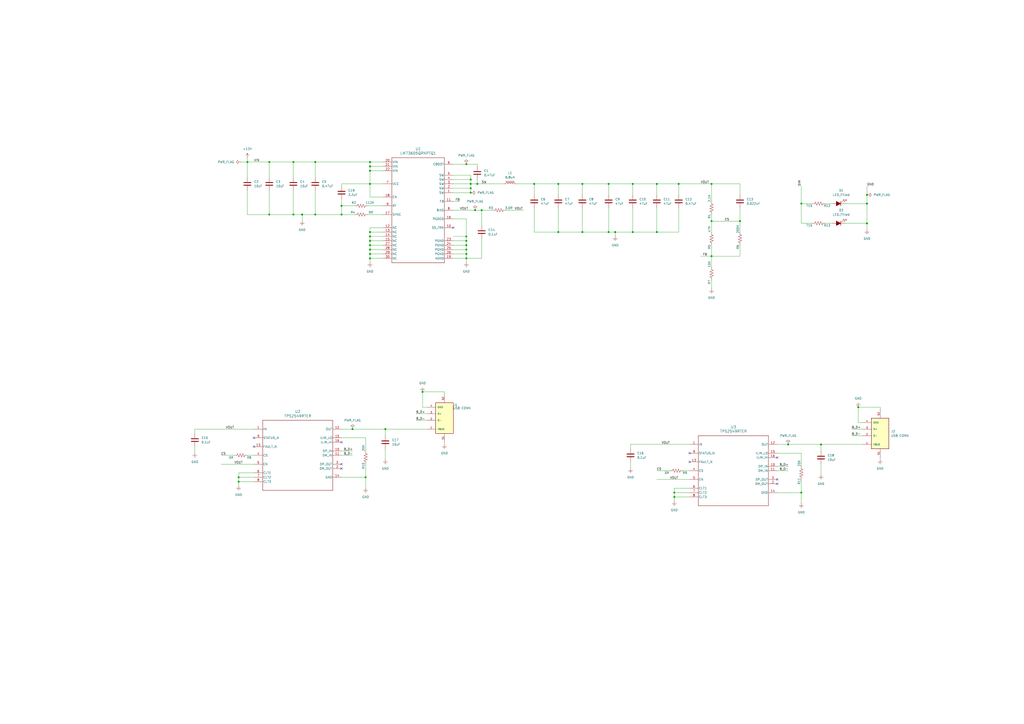
<source format=kicad_sch>
(kicad_sch
	(version 20231120)
	(generator "eeschema")
	(generator_version "8.0")
	(uuid "07d0f574-981a-44f6-ad03-0d47f58c2ade")
	(paper "A2")
	(lib_symbols
		(symbol "Device:C"
			(pin_numbers hide)
			(pin_names
				(offset 0.254)
			)
			(exclude_from_sim no)
			(in_bom yes)
			(on_board yes)
			(property "Reference" "C"
				(at 0.635 2.54 0)
				(effects
					(font
						(size 1.27 1.27)
					)
					(justify left)
				)
			)
			(property "Value" "C"
				(at 0.635 -2.54 0)
				(effects
					(font
						(size 1.27 1.27)
					)
					(justify left)
				)
			)
			(property "Footprint" ""
				(at 0.9652 -3.81 0)
				(effects
					(font
						(size 1.27 1.27)
					)
					(hide yes)
				)
			)
			(property "Datasheet" "~"
				(at 0 0 0)
				(effects
					(font
						(size 1.27 1.27)
					)
					(hide yes)
				)
			)
			(property "Description" "Unpolarized capacitor"
				(at 0 0 0)
				(effects
					(font
						(size 1.27 1.27)
					)
					(hide yes)
				)
			)
			(property "ki_keywords" "cap capacitor"
				(at 0 0 0)
				(effects
					(font
						(size 1.27 1.27)
					)
					(hide yes)
				)
			)
			(property "ki_fp_filters" "C_*"
				(at 0 0 0)
				(effects
					(font
						(size 1.27 1.27)
					)
					(hide yes)
				)
			)
			(symbol "C_0_1"
				(polyline
					(pts
						(xy -2.032 -0.762) (xy 2.032 -0.762)
					)
					(stroke
						(width 0.508)
						(type default)
					)
					(fill
						(type none)
					)
				)
				(polyline
					(pts
						(xy -2.032 0.762) (xy 2.032 0.762)
					)
					(stroke
						(width 0.508)
						(type default)
					)
					(fill
						(type none)
					)
				)
			)
			(symbol "C_1_1"
				(pin passive line
					(at 0 3.81 270)
					(length 2.794)
					(name "~"
						(effects
							(font
								(size 1.27 1.27)
							)
						)
					)
					(number "1"
						(effects
							(font
								(size 1.27 1.27)
							)
						)
					)
				)
				(pin passive line
					(at 0 -3.81 90)
					(length 2.794)
					(name "~"
						(effects
							(font
								(size 1.27 1.27)
							)
						)
					)
					(number "2"
						(effects
							(font
								(size 1.27 1.27)
							)
						)
					)
				)
			)
		)
		(symbol "Device:LED_Filled"
			(pin_numbers hide)
			(pin_names
				(offset 1.016) hide)
			(exclude_from_sim no)
			(in_bom yes)
			(on_board yes)
			(property "Reference" "D"
				(at 0 2.54 0)
				(effects
					(font
						(size 1.27 1.27)
					)
				)
			)
			(property "Value" "LED_Filled"
				(at 0 -2.54 0)
				(effects
					(font
						(size 1.27 1.27)
					)
				)
			)
			(property "Footprint" ""
				(at 0 0 0)
				(effects
					(font
						(size 1.27 1.27)
					)
					(hide yes)
				)
			)
			(property "Datasheet" "~"
				(at 0 0 0)
				(effects
					(font
						(size 1.27 1.27)
					)
					(hide yes)
				)
			)
			(property "Description" "Light emitting diode, filled shape"
				(at 0 0 0)
				(effects
					(font
						(size 1.27 1.27)
					)
					(hide yes)
				)
			)
			(property "ki_keywords" "LED diode"
				(at 0 0 0)
				(effects
					(font
						(size 1.27 1.27)
					)
					(hide yes)
				)
			)
			(property "ki_fp_filters" "LED* LED_SMD:* LED_THT:*"
				(at 0 0 0)
				(effects
					(font
						(size 1.27 1.27)
					)
					(hide yes)
				)
			)
			(symbol "LED_Filled_0_1"
				(polyline
					(pts
						(xy -1.27 -1.27) (xy -1.27 1.27)
					)
					(stroke
						(width 0.254)
						(type default)
					)
					(fill
						(type none)
					)
				)
				(polyline
					(pts
						(xy -1.27 0) (xy 1.27 0)
					)
					(stroke
						(width 0)
						(type default)
					)
					(fill
						(type none)
					)
				)
				(polyline
					(pts
						(xy 1.27 -1.27) (xy 1.27 1.27) (xy -1.27 0) (xy 1.27 -1.27)
					)
					(stroke
						(width 0.254)
						(type default)
					)
					(fill
						(type outline)
					)
				)
				(polyline
					(pts
						(xy -3.048 -0.762) (xy -4.572 -2.286) (xy -3.81 -2.286) (xy -4.572 -2.286) (xy -4.572 -1.524)
					)
					(stroke
						(width 0)
						(type default)
					)
					(fill
						(type none)
					)
				)
				(polyline
					(pts
						(xy -1.778 -0.762) (xy -3.302 -2.286) (xy -2.54 -2.286) (xy -3.302 -2.286) (xy -3.302 -1.524)
					)
					(stroke
						(width 0)
						(type default)
					)
					(fill
						(type none)
					)
				)
			)
			(symbol "LED_Filled_1_1"
				(pin passive line
					(at -3.81 0 0)
					(length 2.54)
					(name "K"
						(effects
							(font
								(size 1.27 1.27)
							)
						)
					)
					(number "1"
						(effects
							(font
								(size 1.27 1.27)
							)
						)
					)
				)
				(pin passive line
					(at 3.81 0 180)
					(length 2.54)
					(name "A"
						(effects
							(font
								(size 1.27 1.27)
							)
						)
					)
					(number "2"
						(effects
							(font
								(size 1.27 1.27)
							)
						)
					)
				)
			)
		)
		(symbol "Device:L_Iron"
			(pin_numbers hide)
			(pin_names
				(offset 1.016) hide)
			(exclude_from_sim no)
			(in_bom yes)
			(on_board yes)
			(property "Reference" "L"
				(at -1.27 0 90)
				(effects
					(font
						(size 1.27 1.27)
					)
				)
			)
			(property "Value" "L_Iron"
				(at 2.794 0 90)
				(effects
					(font
						(size 1.27 1.27)
					)
				)
			)
			(property "Footprint" ""
				(at 0 0 0)
				(effects
					(font
						(size 1.27 1.27)
					)
					(hide yes)
				)
			)
			(property "Datasheet" "~"
				(at 0 0 0)
				(effects
					(font
						(size 1.27 1.27)
					)
					(hide yes)
				)
			)
			(property "Description" "Inductor with iron core"
				(at 0 0 0)
				(effects
					(font
						(size 1.27 1.27)
					)
					(hide yes)
				)
			)
			(property "ki_keywords" "inductor choke coil reactor magnetic"
				(at 0 0 0)
				(effects
					(font
						(size 1.27 1.27)
					)
					(hide yes)
				)
			)
			(property "ki_fp_filters" "Choke_* *Coil* Inductor_* L_*"
				(at 0 0 0)
				(effects
					(font
						(size 1.27 1.27)
					)
					(hide yes)
				)
			)
			(symbol "L_Iron_0_1"
				(arc
					(start 0 -2.54)
					(mid 0.6323 -1.905)
					(end 0 -1.27)
					(stroke
						(width 0)
						(type default)
					)
					(fill
						(type none)
					)
				)
				(arc
					(start 0 -1.27)
					(mid 0.6323 -0.635)
					(end 0 0)
					(stroke
						(width 0)
						(type default)
					)
					(fill
						(type none)
					)
				)
				(polyline
					(pts
						(xy 1.016 2.54) (xy 1.016 -2.54)
					)
					(stroke
						(width 0)
						(type default)
					)
					(fill
						(type none)
					)
				)
				(polyline
					(pts
						(xy 1.524 -2.54) (xy 1.524 2.54)
					)
					(stroke
						(width 0)
						(type default)
					)
					(fill
						(type none)
					)
				)
				(arc
					(start 0 0)
					(mid 0.6323 0.635)
					(end 0 1.27)
					(stroke
						(width 0)
						(type default)
					)
					(fill
						(type none)
					)
				)
				(arc
					(start 0 1.27)
					(mid 0.6323 1.905)
					(end 0 2.54)
					(stroke
						(width 0)
						(type default)
					)
					(fill
						(type none)
					)
				)
			)
			(symbol "L_Iron_1_1"
				(pin passive line
					(at 0 3.81 270)
					(length 1.27)
					(name "1"
						(effects
							(font
								(size 1.27 1.27)
							)
						)
					)
					(number "1"
						(effects
							(font
								(size 1.27 1.27)
							)
						)
					)
				)
				(pin passive line
					(at 0 -3.81 90)
					(length 1.27)
					(name "2"
						(effects
							(font
								(size 1.27 1.27)
							)
						)
					)
					(number "2"
						(effects
							(font
								(size 1.27 1.27)
							)
						)
					)
				)
			)
		)
		(symbol "Device:R_US"
			(pin_numbers hide)
			(pin_names
				(offset 0)
			)
			(exclude_from_sim no)
			(in_bom yes)
			(on_board yes)
			(property "Reference" "R"
				(at 2.54 0 90)
				(effects
					(font
						(size 1.27 1.27)
					)
				)
			)
			(property "Value" "R_US"
				(at -2.54 0 90)
				(effects
					(font
						(size 1.27 1.27)
					)
				)
			)
			(property "Footprint" ""
				(at 1.016 -0.254 90)
				(effects
					(font
						(size 1.27 1.27)
					)
					(hide yes)
				)
			)
			(property "Datasheet" "~"
				(at 0 0 0)
				(effects
					(font
						(size 1.27 1.27)
					)
					(hide yes)
				)
			)
			(property "Description" "Resistor, US symbol"
				(at 0 0 0)
				(effects
					(font
						(size 1.27 1.27)
					)
					(hide yes)
				)
			)
			(property "ki_keywords" "R res resistor"
				(at 0 0 0)
				(effects
					(font
						(size 1.27 1.27)
					)
					(hide yes)
				)
			)
			(property "ki_fp_filters" "R_*"
				(at 0 0 0)
				(effects
					(font
						(size 1.27 1.27)
					)
					(hide yes)
				)
			)
			(symbol "R_US_0_1"
				(polyline
					(pts
						(xy 0 -2.286) (xy 0 -2.54)
					)
					(stroke
						(width 0)
						(type default)
					)
					(fill
						(type none)
					)
				)
				(polyline
					(pts
						(xy 0 2.286) (xy 0 2.54)
					)
					(stroke
						(width 0)
						(type default)
					)
					(fill
						(type none)
					)
				)
				(polyline
					(pts
						(xy 0 -0.762) (xy 1.016 -1.143) (xy 0 -1.524) (xy -1.016 -1.905) (xy 0 -2.286)
					)
					(stroke
						(width 0)
						(type default)
					)
					(fill
						(type none)
					)
				)
				(polyline
					(pts
						(xy 0 0.762) (xy 1.016 0.381) (xy 0 0) (xy -1.016 -0.381) (xy 0 -0.762)
					)
					(stroke
						(width 0)
						(type default)
					)
					(fill
						(type none)
					)
				)
				(polyline
					(pts
						(xy 0 2.286) (xy 1.016 1.905) (xy 0 1.524) (xy -1.016 1.143) (xy 0 0.762)
					)
					(stroke
						(width 0)
						(type default)
					)
					(fill
						(type none)
					)
				)
			)
			(symbol "R_US_1_1"
				(pin passive line
					(at 0 3.81 270)
					(length 1.27)
					(name "~"
						(effects
							(font
								(size 1.27 1.27)
							)
						)
					)
					(number "1"
						(effects
							(font
								(size 1.27 1.27)
							)
						)
					)
				)
				(pin passive line
					(at 0 -3.81 90)
					(length 1.27)
					(name "~"
						(effects
							(font
								(size 1.27 1.27)
							)
						)
					)
					(number "2"
						(effects
							(font
								(size 1.27 1.27)
							)
						)
					)
				)
			)
		)
		(symbol "Senior Design:LM73605QRNPTQ1"
			(pin_names
				(offset 0.254)
			)
			(exclude_from_sim no)
			(in_bom yes)
			(on_board yes)
			(property "Reference" "U1"
				(at 0 35.56 0)
				(effects
					(font
						(size 1.524 1.524)
					)
				)
			)
			(property "Value" "LM73605QRNPTQ1"
				(at 0 33.02 0)
				(effects
					(font
						(size 1.524 1.524)
					)
				)
			)
			(property "Footprint" "Library:RNP0030A"
				(at 0 0 0)
				(effects
					(font
						(size 1.27 1.27)
						(italic yes)
					)
					(hide yes)
				)
			)
			(property "Datasheet" "LM73605QRNPTQ1"
				(at 0 0 0)
				(effects
					(font
						(size 1.27 1.27)
						(italic yes)
					)
					(hide yes)
				)
			)
			(property "Description" ""
				(at 0 0 0)
				(effects
					(font
						(size 1.27 1.27)
					)
					(hide yes)
				)
			)
			(property "ki_locked" ""
				(at 0 0 0)
				(effects
					(font
						(size 1.27 1.27)
					)
				)
			)
			(property "ki_keywords" "LM73605QRNPTQ1"
				(at 0 0 0)
				(effects
					(font
						(size 1.27 1.27)
					)
					(hide yes)
				)
			)
			(property "ki_fp_filters" "RNP0030A"
				(at 0 0 0)
				(effects
					(font
						(size 1.27 1.27)
					)
					(hide yes)
				)
			)
			(symbol "LM73605QRNPTQ1_0_1"
				(polyline
					(pts
						(xy -15.24 -30.48) (xy 15.24 -30.48)
					)
					(stroke
						(width 0.2032)
						(type default)
					)
					(fill
						(type none)
					)
				)
				(polyline
					(pts
						(xy -15.24 30.48) (xy -15.24 -30.48)
					)
					(stroke
						(width 0.2032)
						(type default)
					)
					(fill
						(type none)
					)
				)
				(polyline
					(pts
						(xy 15.24 -30.48) (xy 15.24 30.48)
					)
					(stroke
						(width 0.2032)
						(type default)
					)
					(fill
						(type none)
					)
				)
				(polyline
					(pts
						(xy 15.24 30.48) (xy -15.24 30.48)
					)
					(stroke
						(width 0.2032)
						(type default)
					)
					(fill
						(type none)
					)
				)
				(pin input line
					(at 20.32 -10.16 180)
					(length 5.08)
					(name "SS_TRK"
						(effects
							(font
								(size 1.27 1.27)
							)
						)
					)
					(number "10"
						(effects
							(font
								(size 1.27 1.27)
							)
						)
					)
				)
				(pin input line
					(at 20.32 5.08 180)
					(length 5.08)
					(name "FB"
						(effects
							(font
								(size 1.27 1.27)
							)
						)
					)
					(number "11"
						(effects
							(font
								(size 1.27 1.27)
							)
						)
					)
				)
				(pin unspecified line
					(at -20.32 -10.16 0)
					(length 5.08)
					(name "NC"
						(effects
							(font
								(size 1.27 1.27)
							)
						)
					)
					(number "12"
						(effects
							(font
								(size 1.27 1.27)
							)
						)
					)
				)
				(pin unspecified line
					(at -20.32 -12.7 0)
					(length 5.08)
					(name "NC"
						(effects
							(font
								(size 1.27 1.27)
							)
						)
					)
					(number "13"
						(effects
							(font
								(size 1.27 1.27)
							)
						)
					)
				)
				(pin unspecified line
					(at -20.32 -15.24 0)
					(length 5.08)
					(name "NC"
						(effects
							(font
								(size 1.27 1.27)
							)
						)
					)
					(number "14"
						(effects
							(font
								(size 1.27 1.27)
							)
						)
					)
				)
				(pin unspecified line
					(at -20.32 -17.78 0)
					(length 5.08)
					(name "NC"
						(effects
							(font
								(size 1.27 1.27)
							)
						)
					)
					(number "15"
						(effects
							(font
								(size 1.27 1.27)
							)
						)
					)
				)
				(pin input line
					(at -20.32 -2.54 0)
					(length 5.08)
					(name "SYNC"
						(effects
							(font
								(size 1.27 1.27)
							)
						)
					)
					(number "17"
						(effects
							(font
								(size 1.27 1.27)
							)
						)
					)
				)
				(pin input line
					(at -20.32 7.62 0)
					(length 5.08)
					(name "EN"
						(effects
							(font
								(size 1.27 1.27)
							)
						)
					)
					(number "18"
						(effects
							(font
								(size 1.27 1.27)
							)
						)
					)
				)
				(pin power_in line
					(at 20.32 -27.94 180)
					(length 5.08)
					(name "AGND"
						(effects
							(font
								(size 1.27 1.27)
							)
						)
					)
					(number "19"
						(effects
							(font
								(size 1.27 1.27)
							)
						)
					)
				)
				(pin power_in line
					(at -20.32 27.94 0)
					(length 5.08)
					(name "VIN"
						(effects
							(font
								(size 1.27 1.27)
							)
						)
					)
					(number "20"
						(effects
							(font
								(size 1.27 1.27)
							)
						)
					)
				)
				(pin power_in line
					(at -20.32 25.4 0)
					(length 5.08)
					(name "VIN"
						(effects
							(font
								(size 1.27 1.27)
							)
						)
					)
					(number "21"
						(effects
							(font
								(size 1.27 1.27)
							)
						)
					)
				)
				(pin power_in line
					(at -20.32 22.86 0)
					(length 5.08)
					(name "VIN"
						(effects
							(font
								(size 1.27 1.27)
							)
						)
					)
					(number "22"
						(effects
							(font
								(size 1.27 1.27)
							)
						)
					)
				)
				(pin power_in line
					(at 20.32 -17.78 180)
					(length 5.08)
					(name "PGND"
						(effects
							(font
								(size 1.27 1.27)
							)
						)
					)
					(number "23"
						(effects
							(font
								(size 1.27 1.27)
							)
						)
					)
				)
				(pin power_in line
					(at 20.32 -20.32 180)
					(length 5.08)
					(name "PGND"
						(effects
							(font
								(size 1.27 1.27)
							)
						)
					)
					(number "24"
						(effects
							(font
								(size 1.27 1.27)
							)
						)
					)
				)
				(pin power_in line
					(at 20.32 -22.86 180)
					(length 5.08)
					(name "PGND"
						(effects
							(font
								(size 1.27 1.27)
							)
						)
					)
					(number "25"
						(effects
							(font
								(size 1.27 1.27)
							)
						)
					)
				)
				(pin power_in line
					(at 20.32 -25.4 180)
					(length 5.08)
					(name "PGND"
						(effects
							(font
								(size 1.27 1.27)
							)
						)
					)
					(number "26"
						(effects
							(font
								(size 1.27 1.27)
							)
						)
					)
				)
				(pin unspecified line
					(at -20.32 -20.32 0)
					(length 5.08)
					(name "NC"
						(effects
							(font
								(size 1.27 1.27)
							)
						)
					)
					(number "27"
						(effects
							(font
								(size 1.27 1.27)
							)
						)
					)
				)
				(pin unspecified line
					(at -20.32 -22.86 0)
					(length 5.08)
					(name "NC"
						(effects
							(font
								(size 1.27 1.27)
							)
						)
					)
					(number "28"
						(effects
							(font
								(size 1.27 1.27)
							)
						)
					)
				)
				(pin unspecified line
					(at -20.32 -25.4 0)
					(length 5.08)
					(name "NC"
						(effects
							(font
								(size 1.27 1.27)
							)
						)
					)
					(number "29"
						(effects
							(font
								(size 1.27 1.27)
							)
						)
					)
				)
				(pin power_in line
					(at 20.32 15.24 180)
					(length 5.08)
					(name "SW"
						(effects
							(font
								(size 1.27 1.27)
							)
						)
					)
					(number "3"
						(effects
							(font
								(size 1.27 1.27)
							)
						)
					)
				)
				(pin unspecified line
					(at -20.32 -27.94 0)
					(length 5.08)
					(name "NC"
						(effects
							(font
								(size 1.27 1.27)
							)
						)
					)
					(number "30"
						(effects
							(font
								(size 1.27 1.27)
							)
						)
					)
				)
				(pin power_in line
					(at 20.32 26.67 180)
					(length 5.08)
					(name "CBOOT"
						(effects
							(font
								(size 1.27 1.27)
							)
						)
					)
					(number "6"
						(effects
							(font
								(size 1.27 1.27)
							)
						)
					)
				)
				(pin power_in line
					(at -20.32 15.24 0)
					(length 5.08)
					(name "VCC"
						(effects
							(font
								(size 1.27 1.27)
							)
						)
					)
					(number "7"
						(effects
							(font
								(size 1.27 1.27)
							)
						)
					)
				)
				(pin input line
					(at 20.32 0 180)
					(length 5.08)
					(name "BIAS"
						(effects
							(font
								(size 1.27 1.27)
							)
						)
					)
					(number "8"
						(effects
							(font
								(size 1.27 1.27)
							)
						)
					)
				)
				(pin input line
					(at -20.32 2.54 0)
					(length 5.08)
					(name "RT"
						(effects
							(font
								(size 1.27 1.27)
							)
						)
					)
					(number "9"
						(effects
							(font
								(size 1.27 1.27)
							)
						)
					)
				)
			)
			(symbol "LM73605QRNPTQ1_1_1"
				(pin power_in line
					(at 20.32 10.16 180)
					(length 5.08)
					(name "SW"
						(effects
							(font
								(size 1.27 1.27)
							)
						)
					)
					(number "1"
						(effects
							(font
								(size 1.27 1.27)
							)
						)
					)
				)
				(pin passive line
					(at 20.32 -5.08 180)
					(length 5.08)
					(name "PGOOD"
						(effects
							(font
								(size 1.27 1.27)
							)
						)
					)
					(number "16"
						(effects
							(font
								(size 1.27 1.27)
							)
						)
					)
				)
				(pin power_in line
					(at 20.32 12.7 180)
					(length 5.08)
					(name "SW"
						(effects
							(font
								(size 1.27 1.27)
							)
						)
					)
					(number "2"
						(effects
							(font
								(size 1.27 1.27)
							)
						)
					)
				)
				(pin power_in line
					(at 20.32 17.78 180)
					(length 5.08)
					(name "SW"
						(effects
							(font
								(size 1.27 1.27)
							)
						)
					)
					(number "4"
						(effects
							(font
								(size 1.27 1.27)
							)
						)
					)
				)
				(pin power_in line
					(at 20.32 20.32 180)
					(length 5.08)
					(name "SW"
						(effects
							(font
								(size 1.27 1.27)
							)
						)
					)
					(number "5"
						(effects
							(font
								(size 1.27 1.27)
							)
						)
					)
				)
			)
		)
		(symbol "Senior Design:TPS2549RTER"
			(pin_names
				(offset 0.254)
			)
			(exclude_from_sim no)
			(in_bom yes)
			(on_board yes)
			(property "Reference" "U3"
				(at 0 25.4 0)
				(effects
					(font
						(size 1.524 1.524)
					)
				)
			)
			(property "Value" "TPS2549RTER"
				(at 0 22.86 0)
				(effects
					(font
						(size 1.524 1.524)
					)
				)
			)
			(property "Footprint" "Library:RTE0016C"
				(at 0 0 0)
				(effects
					(font
						(size 1.27 1.27)
						(italic yes)
					)
					(hide yes)
				)
			)
			(property "Datasheet" "TPS2549RTER"
				(at 0 0 0)
				(effects
					(font
						(size 1.27 1.27)
						(italic yes)
					)
					(hide yes)
				)
			)
			(property "Description" ""
				(at 0 0 0)
				(effects
					(font
						(size 1.27 1.27)
					)
					(hide yes)
				)
			)
			(property "ki_locked" ""
				(at 0 0 0)
				(effects
					(font
						(size 1.27 1.27)
					)
				)
			)
			(property "ki_keywords" "TPS2549RTER"
				(at 0 0 0)
				(effects
					(font
						(size 1.27 1.27)
					)
					(hide yes)
				)
			)
			(property "ki_fp_filters" "RTE0016C RTE0016C_NV"
				(at 0 0 0)
				(effects
					(font
						(size 1.27 1.27)
					)
					(hide yes)
				)
			)
			(symbol "TPS2549RTER_0_1"
				(polyline
					(pts
						(xy -20.32 -20.32) (xy 20.32 -20.32)
					)
					(stroke
						(width 0.2032)
						(type default)
					)
					(fill
						(type none)
					)
				)
				(polyline
					(pts
						(xy -20.32 20.32) (xy -20.32 -20.32)
					)
					(stroke
						(width 0.2032)
						(type default)
					)
					(fill
						(type none)
					)
				)
				(polyline
					(pts
						(xy 20.32 -20.32) (xy 20.32 20.32)
					)
					(stroke
						(width 0.2032)
						(type default)
					)
					(fill
						(type none)
					)
				)
				(polyline
					(pts
						(xy 20.32 20.32) (xy -20.32 20.32)
					)
					(stroke
						(width 0.2032)
						(type default)
					)
					(fill
						(type none)
					)
				)
				(pin power_in line
					(at -25.4 15.24 0)
					(length 5.08)
					(name "IN"
						(effects
							(font
								(size 1.27 1.27)
							)
						)
					)
					(number "1"
						(effects
							(font
								(size 1.27 1.27)
							)
						)
					)
				)
				(pin bidirectional line
					(at 25.4 2.54 180)
					(length 5.08)
					(name "DP_IN"
						(effects
							(font
								(size 1.27 1.27)
							)
						)
					)
					(number "10"
						(effects
							(font
								(size 1.27 1.27)
							)
						)
					)
				)
				(pin bidirectional line
					(at 25.4 0 180)
					(length 5.08)
					(name "DM_IN"
						(effects
							(font
								(size 1.27 1.27)
							)
						)
					)
					(number "11"
						(effects
							(font
								(size 1.27 1.27)
							)
						)
					)
				)
				(pin power_in line
					(at 25.4 15.24 180)
					(length 5.08)
					(name "OUT"
						(effects
							(font
								(size 1.27 1.27)
							)
						)
					)
					(number "12"
						(effects
							(font
								(size 1.27 1.27)
							)
						)
					)
				)
				(pin open_collector line
					(at -25.4 5.08 0)
					(length 5.08)
					(name "FAULT_N"
						(effects
							(font
								(size 1.27 1.27)
							)
						)
					)
					(number "13"
						(effects
							(font
								(size 1.27 1.27)
							)
						)
					)
				)
				(pin power_in line
					(at 25.4 -12.7 180)
					(length 5.08)
					(name "GND"
						(effects
							(font
								(size 1.27 1.27)
							)
						)
					)
					(number "14"
						(effects
							(font
								(size 1.27 1.27)
							)
						)
					)
				)
				(pin input line
					(at 25.4 10.16 180)
					(length 5.08)
					(name "ILIM_LO"
						(effects
							(font
								(size 1.27 1.27)
							)
						)
					)
					(number "15"
						(effects
							(font
								(size 1.27 1.27)
							)
						)
					)
				)
				(pin input line
					(at 25.4 7.62 180)
					(length 5.08)
					(name "ILIM_HI"
						(effects
							(font
								(size 1.27 1.27)
							)
						)
					)
					(number "16"
						(effects
							(font
								(size 1.27 1.27)
							)
						)
					)
				)
				(pin output line
					(at 25.4 -7.62 180)
					(length 5.08)
					(name "DM_OUT"
						(effects
							(font
								(size 1.27 1.27)
							)
						)
					)
					(number "2"
						(effects
							(font
								(size 1.27 1.27)
							)
						)
					)
				)
				(pin output line
					(at 25.4 -5.08 180)
					(length 5.08)
					(name "DP_OUT"
						(effects
							(font
								(size 1.27 1.27)
							)
						)
					)
					(number "3"
						(effects
							(font
								(size 1.27 1.27)
							)
						)
					)
				)
				(pin input line
					(at -25.4 0 0)
					(length 5.08)
					(name "CS"
						(effects
							(font
								(size 1.27 1.27)
							)
						)
					)
					(number "4"
						(effects
							(font
								(size 1.27 1.27)
							)
						)
					)
				)
				(pin input line
					(at -25.4 -5.08 0)
					(length 5.08)
					(name "EN"
						(effects
							(font
								(size 1.27 1.27)
							)
						)
					)
					(number "5"
						(effects
							(font
								(size 1.27 1.27)
							)
						)
					)
				)
				(pin input line
					(at -25.4 -10.16 0)
					(length 5.08)
					(name "CLT1"
						(effects
							(font
								(size 1.27 1.27)
							)
						)
					)
					(number "6"
						(effects
							(font
								(size 1.27 1.27)
							)
						)
					)
				)
				(pin input line
					(at -25.4 -12.7 0)
					(length 5.08)
					(name "CLT2"
						(effects
							(font
								(size 1.27 1.27)
							)
						)
					)
					(number "7"
						(effects
							(font
								(size 1.27 1.27)
							)
						)
					)
				)
				(pin input line
					(at -25.4 -15.24 0)
					(length 5.08)
					(name "CLT3"
						(effects
							(font
								(size 1.27 1.27)
							)
						)
					)
					(number "8"
						(effects
							(font
								(size 1.27 1.27)
							)
						)
					)
				)
				(pin open_collector line
					(at -25.4 10.16 0)
					(length 5.08)
					(name "STATUS_N"
						(effects
							(font
								(size 1.27 1.27)
							)
						)
					)
					(number "9"
						(effects
							(font
								(size 1.27 1.27)
							)
						)
					)
				)
			)
		)
		(symbol "Senior Design:UJ2-AH-1-SMT"
			(pin_names
				(offset 1.016)
			)
			(exclude_from_sim no)
			(in_bom yes)
			(on_board yes)
			(property "Reference" "J2"
				(at 6.35 1.2701 0)
				(effects
					(font
						(size 1.27 1.27)
					)
					(justify left)
				)
			)
			(property "Value" "USB CONN"
				(at 6.35 -1.2699 0)
				(effects
					(font
						(size 1.27 1.27)
					)
					(justify left)
				)
			)
			(property "Footprint" "Library:CUI_UJ2-AH-1-SMT"
				(at 0 0 0)
				(effects
					(font
						(size 1.27 1.27)
					)
					(justify bottom)
					(hide yes)
				)
			)
			(property "Datasheet" ""
				(at 0 1.27 0)
				(effects
					(font
						(size 1.27 1.27)
					)
					(hide yes)
				)
			)
			(property "Description" ""
				(at 0 1.27 0)
				(effects
					(font
						(size 1.27 1.27)
					)
					(hide yes)
				)
			)
			(property "PARTREV" "1.01"
				(at 59.182 26.162 0)
				(effects
					(font
						(size 1.27 1.27)
					)
					(justify bottom)
					(hide yes)
				)
			)
			(property "STANDARD" "Manufacturer recommendation"
				(at 0 0 0)
				(effects
					(font
						(size 1.27 1.27)
					)
					(justify bottom)
					(hide yes)
				)
			)
			(property "MANUFACTURER" "CUI"
				(at 55.118 34.036 0)
				(effects
					(font
						(size 1.27 1.27)
					)
					(justify bottom)
					(hide yes)
				)
			)
			(symbol "UJ2-AH-1-SMT_0_0"
				(rectangle
					(start -5.08 8.89)
					(end 5.08 -8.89)
					(stroke
						(width 0.254)
						(type default)
					)
					(fill
						(type background)
					)
				)
			)
			(symbol "UJ2-AH-1-SMT_1_0"
				(pin passive line
					(at -10.16 -6.35 0)
					(length 5.08)
					(name "VBUS"
						(effects
							(font
								(size 1.016 1.016)
							)
						)
					)
					(number "1"
						(effects
							(font
								(size 1.016 1.016)
							)
						)
					)
				)
				(pin passive line
					(at -10.16 -1.27 0)
					(length 5.08)
					(name "D-"
						(effects
							(font
								(size 1.016 1.016)
							)
						)
					)
					(number "2"
						(effects
							(font
								(size 1.016 1.016)
							)
						)
					)
				)
				(pin passive line
					(at -10.16 2.54 0)
					(length 5.08)
					(name "D+"
						(effects
							(font
								(size 1.016 1.016)
							)
						)
					)
					(number "3"
						(effects
							(font
								(size 1.016 1.016)
							)
						)
					)
				)
				(pin passive line
					(at -10.16 6.35 0)
					(length 5.08)
					(name "GND"
						(effects
							(font
								(size 1.016 1.016)
							)
						)
					)
					(number "4"
						(effects
							(font
								(size 1.016 1.016)
							)
						)
					)
				)
				(pin passive line
					(at 0 -13.97 90)
					(length 5.08)
					(name ""
						(effects
							(font
								(size 1.016 1.016)
							)
						)
					)
					(number "S1"
						(effects
							(font
								(size 1.016 1.016)
							)
						)
					)
				)
				(pin passive line
					(at 0 13.97 270)
					(length 5.08)
					(name ""
						(effects
							(font
								(size 1.016 1.016)
							)
						)
					)
					(number "S2"
						(effects
							(font
								(size 1.016 1.016)
							)
						)
					)
				)
			)
		)
		(symbol "TPS2549RTER_1"
			(pin_names
				(offset 0.254)
			)
			(exclude_from_sim no)
			(in_bom yes)
			(on_board yes)
			(property "Reference" "U2"
				(at 0 25.4 0)
				(effects
					(font
						(size 1.524 1.524)
					)
				)
			)
			(property "Value" "TPS2549RTER"
				(at 0 22.86 0)
				(effects
					(font
						(size 1.524 1.524)
					)
				)
			)
			(property "Footprint" "Library:RTE0016C"
				(at 0 0 0)
				(effects
					(font
						(size 1.27 1.27)
						(italic yes)
					)
					(hide yes)
				)
			)
			(property "Datasheet" "TPS2549RTER"
				(at 0 0 0)
				(effects
					(font
						(size 1.27 1.27)
						(italic yes)
					)
					(hide yes)
				)
			)
			(property "Description" ""
				(at 0 0 0)
				(effects
					(font
						(size 1.27 1.27)
					)
					(hide yes)
				)
			)
			(property "ki_locked" ""
				(at 0 0 0)
				(effects
					(font
						(size 1.27 1.27)
					)
				)
			)
			(property "ki_keywords" "TPS2549RTER"
				(at 0 0 0)
				(effects
					(font
						(size 1.27 1.27)
					)
					(hide yes)
				)
			)
			(property "ki_fp_filters" "RTE0016C RTE0016C_NV"
				(at 0 0 0)
				(effects
					(font
						(size 1.27 1.27)
					)
					(hide yes)
				)
			)
			(symbol "TPS2549RTER_1_0_1"
				(polyline
					(pts
						(xy -20.32 -20.32) (xy 20.32 -20.32)
					)
					(stroke
						(width 0.2032)
						(type default)
					)
					(fill
						(type none)
					)
				)
				(polyline
					(pts
						(xy -20.32 20.32) (xy -20.32 -20.32)
					)
					(stroke
						(width 0.2032)
						(type default)
					)
					(fill
						(type none)
					)
				)
				(polyline
					(pts
						(xy 20.32 -20.32) (xy 20.32 20.32)
					)
					(stroke
						(width 0.2032)
						(type default)
					)
					(fill
						(type none)
					)
				)
				(polyline
					(pts
						(xy 20.32 20.32) (xy -20.32 20.32)
					)
					(stroke
						(width 0.2032)
						(type default)
					)
					(fill
						(type none)
					)
				)
				(pin power_in line
					(at -25.4 15.24 0)
					(length 5.08)
					(name "IN"
						(effects
							(font
								(size 1.27 1.27)
							)
						)
					)
					(number "1"
						(effects
							(font
								(size 1.27 1.27)
							)
						)
					)
				)
				(pin bidirectional line
					(at 25.4 2.54 180)
					(length 5.08)
					(name "DP_IN"
						(effects
							(font
								(size 1.27 1.27)
							)
						)
					)
					(number "10"
						(effects
							(font
								(size 1.27 1.27)
							)
						)
					)
				)
				(pin bidirectional line
					(at 25.4 0 180)
					(length 5.08)
					(name "DM_IN"
						(effects
							(font
								(size 1.27 1.27)
							)
						)
					)
					(number "11"
						(effects
							(font
								(size 1.27 1.27)
							)
						)
					)
				)
				(pin power_in line
					(at 25.4 15.24 180)
					(length 5.08)
					(name "OUT"
						(effects
							(font
								(size 1.27 1.27)
							)
						)
					)
					(number "12"
						(effects
							(font
								(size 1.27 1.27)
							)
						)
					)
				)
				(pin open_collector line
					(at -25.4 5.08 0)
					(length 5.08)
					(name "FAULT_N"
						(effects
							(font
								(size 1.27 1.27)
							)
						)
					)
					(number "13"
						(effects
							(font
								(size 1.27 1.27)
							)
						)
					)
				)
				(pin power_in line
					(at 25.4 -12.7 180)
					(length 5.08)
					(name "GND"
						(effects
							(font
								(size 1.27 1.27)
							)
						)
					)
					(number "14"
						(effects
							(font
								(size 1.27 1.27)
							)
						)
					)
				)
				(pin input line
					(at 25.4 10.16 180)
					(length 5.08)
					(name "ILIM_LO"
						(effects
							(font
								(size 1.27 1.27)
							)
						)
					)
					(number "15"
						(effects
							(font
								(size 1.27 1.27)
							)
						)
					)
				)
				(pin input line
					(at 25.4 7.62 180)
					(length 5.08)
					(name "ILIM_HI"
						(effects
							(font
								(size 1.27 1.27)
							)
						)
					)
					(number "16"
						(effects
							(font
								(size 1.27 1.27)
							)
						)
					)
				)
				(pin output line
					(at 25.4 -7.62 180)
					(length 5.08)
					(name "DM_OUT"
						(effects
							(font
								(size 1.27 1.27)
							)
						)
					)
					(number "2"
						(effects
							(font
								(size 1.27 1.27)
							)
						)
					)
				)
				(pin output line
					(at 25.4 -5.08 180)
					(length 5.08)
					(name "DP_OUT"
						(effects
							(font
								(size 1.27 1.27)
							)
						)
					)
					(number "3"
						(effects
							(font
								(size 1.27 1.27)
							)
						)
					)
				)
				(pin input line
					(at -25.4 0 0)
					(length 5.08)
					(name "CS"
						(effects
							(font
								(size 1.27 1.27)
							)
						)
					)
					(number "4"
						(effects
							(font
								(size 1.27 1.27)
							)
						)
					)
				)
				(pin input line
					(at -25.4 -5.08 0)
					(length 5.08)
					(name "EN"
						(effects
							(font
								(size 1.27 1.27)
							)
						)
					)
					(number "5"
						(effects
							(font
								(size 1.27 1.27)
							)
						)
					)
				)
				(pin input line
					(at -25.4 -10.16 0)
					(length 5.08)
					(name "CLT1"
						(effects
							(font
								(size 1.27 1.27)
							)
						)
					)
					(number "6"
						(effects
							(font
								(size 1.27 1.27)
							)
						)
					)
				)
				(pin input line
					(at -25.4 -12.7 0)
					(length 5.08)
					(name "CLT2"
						(effects
							(font
								(size 1.27 1.27)
							)
						)
					)
					(number "7"
						(effects
							(font
								(size 1.27 1.27)
							)
						)
					)
				)
				(pin input line
					(at -25.4 -15.24 0)
					(length 5.08)
					(name "CLT3"
						(effects
							(font
								(size 1.27 1.27)
							)
						)
					)
					(number "8"
						(effects
							(font
								(size 1.27 1.27)
							)
						)
					)
				)
				(pin open_collector line
					(at -25.4 10.16 0)
					(length 5.08)
					(name "STATUS_N"
						(effects
							(font
								(size 1.27 1.27)
							)
						)
					)
					(number "9"
						(effects
							(font
								(size 1.27 1.27)
							)
						)
					)
				)
			)
		)
		(symbol "UJ2-AH-1-SMT_1"
			(pin_names
				(offset 1.016)
			)
			(exclude_from_sim no)
			(in_bom yes)
			(on_board yes)
			(property "Reference" "J1"
				(at 6.35 7.62 0)
				(effects
					(font
						(size 1.27 1.27)
					)
				)
			)
			(property "Value" "USB CONN"
				(at 10.16 5.842 0)
				(effects
					(font
						(size 1.27 1.27)
					)
				)
			)
			(property "Footprint" "Library:CUI_UJ2-AH-1-SMT"
				(at 0 0 0)
				(effects
					(font
						(size 1.27 1.27)
					)
					(justify bottom)
					(hide yes)
				)
			)
			(property "Datasheet" ""
				(at 0 1.27 0)
				(effects
					(font
						(size 1.27 1.27)
					)
					(hide yes)
				)
			)
			(property "Description" ""
				(at 0 1.27 0)
				(effects
					(font
						(size 1.27 1.27)
					)
					(hide yes)
				)
			)
			(property "PARTREV" "1.01"
				(at 59.182 26.162 0)
				(effects
					(font
						(size 1.27 1.27)
					)
					(justify bottom)
					(hide yes)
				)
			)
			(property "STANDARD" "Manufacturer recommendation"
				(at 0 0 0)
				(effects
					(font
						(size 1.27 1.27)
					)
					(justify bottom)
					(hide yes)
				)
			)
			(property "MANUFACTURER" "CUI"
				(at 55.118 34.036 0)
				(effects
					(font
						(size 1.27 1.27)
					)
					(justify bottom)
					(hide yes)
				)
			)
			(symbol "UJ2-AH-1-SMT_1_0_0"
				(rectangle
					(start -5.08 8.89)
					(end 5.08 -8.89)
					(stroke
						(width 0.254)
						(type default)
					)
					(fill
						(type background)
					)
				)
			)
			(symbol "UJ2-AH-1-SMT_1_1_0"
				(pin passive line
					(at -10.16 -6.35 0)
					(length 5.08)
					(name "VBUS"
						(effects
							(font
								(size 1.016 1.016)
							)
						)
					)
					(number "1"
						(effects
							(font
								(size 1.016 1.016)
							)
						)
					)
				)
				(pin passive line
					(at -10.16 -1.27 0)
					(length 5.08)
					(name "D-"
						(effects
							(font
								(size 1.016 1.016)
							)
						)
					)
					(number "2"
						(effects
							(font
								(size 1.016 1.016)
							)
						)
					)
				)
				(pin passive line
					(at -10.16 2.54 0)
					(length 5.08)
					(name "D+"
						(effects
							(font
								(size 1.016 1.016)
							)
						)
					)
					(number "3"
						(effects
							(font
								(size 1.016 1.016)
							)
						)
					)
				)
				(pin passive line
					(at -10.16 6.35 0)
					(length 5.08)
					(name "GND"
						(effects
							(font
								(size 1.016 1.016)
							)
						)
					)
					(number "4"
						(effects
							(font
								(size 1.016 1.016)
							)
						)
					)
				)
				(pin passive line
					(at 0 -13.97 90)
					(length 5.08)
					(name ""
						(effects
							(font
								(size 1.016 1.016)
							)
						)
					)
					(number "S1"
						(effects
							(font
								(size 1.016 1.016)
							)
						)
					)
				)
				(pin passive line
					(at 0 13.97 270)
					(length 5.08)
					(name ""
						(effects
							(font
								(size 1.016 1.016)
							)
						)
					)
					(number "S2"
						(effects
							(font
								(size 1.016 1.016)
							)
						)
					)
				)
			)
		)
		(symbol "power:+12V"
			(power)
			(pin_numbers hide)
			(pin_names
				(offset 0) hide)
			(exclude_from_sim no)
			(in_bom yes)
			(on_board yes)
			(property "Reference" "#PWR"
				(at 0 -3.81 0)
				(effects
					(font
						(size 1.27 1.27)
					)
					(hide yes)
				)
			)
			(property "Value" "+12V"
				(at 0 3.556 0)
				(effects
					(font
						(size 1.27 1.27)
					)
				)
			)
			(property "Footprint" ""
				(at 0 0 0)
				(effects
					(font
						(size 1.27 1.27)
					)
					(hide yes)
				)
			)
			(property "Datasheet" ""
				(at 0 0 0)
				(effects
					(font
						(size 1.27 1.27)
					)
					(hide yes)
				)
			)
			(property "Description" "Power symbol creates a global label with name \"+12V\""
				(at 0 0 0)
				(effects
					(font
						(size 1.27 1.27)
					)
					(hide yes)
				)
			)
			(property "ki_keywords" "global power"
				(at 0 0 0)
				(effects
					(font
						(size 1.27 1.27)
					)
					(hide yes)
				)
			)
			(symbol "+12V_0_1"
				(polyline
					(pts
						(xy -0.762 1.27) (xy 0 2.54)
					)
					(stroke
						(width 0)
						(type default)
					)
					(fill
						(type none)
					)
				)
				(polyline
					(pts
						(xy 0 0) (xy 0 2.54)
					)
					(stroke
						(width 0)
						(type default)
					)
					(fill
						(type none)
					)
				)
				(polyline
					(pts
						(xy 0 2.54) (xy 0.762 1.27)
					)
					(stroke
						(width 0)
						(type default)
					)
					(fill
						(type none)
					)
				)
			)
			(symbol "+12V_1_1"
				(pin power_in line
					(at 0 0 90)
					(length 0)
					(name "~"
						(effects
							(font
								(size 1.27 1.27)
							)
						)
					)
					(number "1"
						(effects
							(font
								(size 1.27 1.27)
							)
						)
					)
				)
			)
		)
		(symbol "power:GNDREF"
			(power)
			(pin_numbers hide)
			(pin_names
				(offset 0) hide)
			(exclude_from_sim no)
			(in_bom yes)
			(on_board yes)
			(property "Reference" "#PWR"
				(at 0 -6.35 0)
				(effects
					(font
						(size 1.27 1.27)
					)
					(hide yes)
				)
			)
			(property "Value" "GNDREF"
				(at 0 -3.81 0)
				(effects
					(font
						(size 1.27 1.27)
					)
				)
			)
			(property "Footprint" ""
				(at 0 0 0)
				(effects
					(font
						(size 1.27 1.27)
					)
					(hide yes)
				)
			)
			(property "Datasheet" ""
				(at 0 0 0)
				(effects
					(font
						(size 1.27 1.27)
					)
					(hide yes)
				)
			)
			(property "Description" "Power symbol creates a global label with name \"GNDREF\" , reference supply ground"
				(at 0 0 0)
				(effects
					(font
						(size 1.27 1.27)
					)
					(hide yes)
				)
			)
			(property "ki_keywords" "global power"
				(at 0 0 0)
				(effects
					(font
						(size 1.27 1.27)
					)
					(hide yes)
				)
			)
			(symbol "GNDREF_0_1"
				(polyline
					(pts
						(xy -0.635 -1.905) (xy 0.635 -1.905)
					)
					(stroke
						(width 0)
						(type default)
					)
					(fill
						(type none)
					)
				)
				(polyline
					(pts
						(xy -0.127 -2.54) (xy 0.127 -2.54)
					)
					(stroke
						(width 0)
						(type default)
					)
					(fill
						(type none)
					)
				)
				(polyline
					(pts
						(xy 0 -1.27) (xy 0 0)
					)
					(stroke
						(width 0)
						(type default)
					)
					(fill
						(type none)
					)
				)
				(polyline
					(pts
						(xy 1.27 -1.27) (xy -1.27 -1.27)
					)
					(stroke
						(width 0)
						(type default)
					)
					(fill
						(type none)
					)
				)
			)
			(symbol "GNDREF_1_1"
				(pin power_in line
					(at 0 0 270)
					(length 0)
					(name "~"
						(effects
							(font
								(size 1.27 1.27)
							)
						)
					)
					(number "1"
						(effects
							(font
								(size 1.27 1.27)
							)
						)
					)
				)
			)
		)
		(symbol "power:PWR_FLAG"
			(power)
			(pin_numbers hide)
			(pin_names
				(offset 0) hide)
			(exclude_from_sim no)
			(in_bom yes)
			(on_board yes)
			(property "Reference" "#FLG"
				(at 0 1.905 0)
				(effects
					(font
						(size 1.27 1.27)
					)
					(hide yes)
				)
			)
			(property "Value" "PWR_FLAG"
				(at 0 3.81 0)
				(effects
					(font
						(size 1.27 1.27)
					)
				)
			)
			(property "Footprint" ""
				(at 0 0 0)
				(effects
					(font
						(size 1.27 1.27)
					)
					(hide yes)
				)
			)
			(property "Datasheet" "~"
				(at 0 0 0)
				(effects
					(font
						(size 1.27 1.27)
					)
					(hide yes)
				)
			)
			(property "Description" "Special symbol for telling ERC where power comes from"
				(at 0 0 0)
				(effects
					(font
						(size 1.27 1.27)
					)
					(hide yes)
				)
			)
			(property "ki_keywords" "flag power"
				(at 0 0 0)
				(effects
					(font
						(size 1.27 1.27)
					)
					(hide yes)
				)
			)
			(symbol "PWR_FLAG_0_0"
				(pin power_out line
					(at 0 0 90)
					(length 0)
					(name "~"
						(effects
							(font
								(size 1.27 1.27)
							)
						)
					)
					(number "1"
						(effects
							(font
								(size 1.27 1.27)
							)
						)
					)
				)
			)
			(symbol "PWR_FLAG_0_1"
				(polyline
					(pts
						(xy 0 0) (xy 0 1.27) (xy -1.016 1.905) (xy 0 2.54) (xy 1.016 1.905) (xy 0 1.27)
					)
					(stroke
						(width 0)
						(type default)
					)
					(fill
						(type none)
					)
				)
			)
		)
	)
	(junction
		(at 182.88 124.46)
		(diameter 0)
		(color 0 0 0 0)
		(uuid "08a4db79-cd54-41cb-8d50-f8d040a7902b")
	)
	(junction
		(at 412.75 128.27)
		(diameter 0)
		(color 0 0 0 0)
		(uuid "0a6cc27a-4767-4dbb-b71b-bce151afde5b")
	)
	(junction
		(at 270.51 142.24)
		(diameter 0)
		(color 0 0 0 0)
		(uuid "1175b7df-031d-4370-89fb-a58dbd03eb2d")
	)
	(junction
		(at 214.63 96.52)
		(diameter 0)
		(color 0 0 0 0)
		(uuid "155e8020-1678-4e99-a8c9-93d8358339e4")
	)
	(junction
		(at 214.63 137.16)
		(diameter 0)
		(color 0 0 0 0)
		(uuid "15ea66b2-de19-4249-b6d3-8843a378180c")
	)
	(junction
		(at 502.92 129.54)
		(diameter 0)
		(color 0 0 0 0)
		(uuid "1879535f-e46d-426f-8a56-68ea438a4781")
	)
	(junction
		(at 412.75 106.68)
		(diameter 0)
		(color 0 0 0 0)
		(uuid "1bdfec23-6f6a-4783-be6e-b1d011dacca0")
	)
	(junction
		(at 214.63 99.06)
		(diameter 0)
		(color 0 0 0 0)
		(uuid "20ec185c-8506-4d20-9d2b-5df029bc3b4f")
	)
	(junction
		(at 214.63 139.7)
		(diameter 0)
		(color 0 0 0 0)
		(uuid "2120f72a-c2a6-48d3-b488-f857f905de4c")
	)
	(junction
		(at 138.43 279.4)
		(diameter 0)
		(color 0 0 0 0)
		(uuid "25332b4e-df8c-4151-8664-0bd9c1ebad14")
	)
	(junction
		(at 309.88 106.68)
		(diameter 0)
		(color 0 0 0 0)
		(uuid "2ec0ba7f-14f2-4045-a03d-c91ee2b24759")
	)
	(junction
		(at 214.63 134.62)
		(diameter 0)
		(color 0 0 0 0)
		(uuid "33605400-07d1-48be-a41c-4e1c480ca9a6")
	)
	(junction
		(at 214.63 142.24)
		(diameter 0)
		(color 0 0 0 0)
		(uuid "3e76cc30-367e-4b52-8a01-f4835761e4a6")
	)
	(junction
		(at 323.85 134.62)
		(diameter 0)
		(color 0 0 0 0)
		(uuid "3e826958-9c07-4984-b234-b42b801d5d5f")
	)
	(junction
		(at 198.12 124.46)
		(diameter 0)
		(color 0 0 0 0)
		(uuid "422fbf52-37d2-419c-b44b-b6059895a222")
	)
	(junction
		(at 270.51 144.78)
		(diameter 0)
		(color 0 0 0 0)
		(uuid "43d785a6-fd1c-41e1-81f3-ee1978fab265")
	)
	(junction
		(at 270.51 137.16)
		(diameter 0)
		(color 0 0 0 0)
		(uuid "4460e761-b8f9-4fca-b718-3e914519d791")
	)
	(junction
		(at 502.92 118.11)
		(diameter 0)
		(color 0 0 0 0)
		(uuid "45d51018-d2b3-4a5f-8ea8-a1b2db31bf0f")
	)
	(junction
		(at 323.85 106.68)
		(diameter 0)
		(color 0 0 0 0)
		(uuid "525e0527-9ee9-406e-ae77-281f28d5de3e")
	)
	(junction
		(at 381 134.62)
		(diameter 0)
		(color 0 0 0 0)
		(uuid "57a7d8c4-1fde-4224-a5c9-c5f27e89091a")
	)
	(junction
		(at 156.21 93.98)
		(diameter 0)
		(color 0 0 0 0)
		(uuid "58a9150d-ebf9-415e-a63e-3dfb5c29472e")
	)
	(junction
		(at 270.51 149.86)
		(diameter 0)
		(color 0 0 0 0)
		(uuid "5d6ed6d7-634c-41a2-8482-c53142f78681")
	)
	(junction
		(at 273.05 109.22)
		(diameter 0)
		(color 0 0 0 0)
		(uuid "5fdabcd7-d641-4f17-bc01-10646f97deb0")
	)
	(junction
		(at 214.63 147.32)
		(diameter 0)
		(color 0 0 0 0)
		(uuid "602fb753-6787-4ac4-b84a-da39a534d3be")
	)
	(junction
		(at 156.21 124.46)
		(diameter 0)
		(color 0 0 0 0)
		(uuid "619fde50-2c4f-4be8-94bc-b803481de8c8")
	)
	(junction
		(at 367.03 134.62)
		(diameter 0)
		(color 0 0 0 0)
		(uuid "6212e6c0-4dd2-4fee-929b-7216fb08f6b1")
	)
	(junction
		(at 198.12 119.38)
		(diameter 0)
		(color 0 0 0 0)
		(uuid "6488ba8e-4a68-45ce-b32b-a9d936726f92")
	)
	(junction
		(at 497.84 236.22)
		(diameter 0)
		(color 0 0 0 0)
		(uuid "681758ac-50f7-40e1-8198-52213debabb7")
	)
	(junction
		(at 353.06 106.68)
		(diameter 0)
		(color 0 0 0 0)
		(uuid "68c6167b-0921-4861-b8fb-6845ec74f6f8")
	)
	(junction
		(at 212.09 276.86)
		(diameter 0)
		(color 0 0 0 0)
		(uuid "6e89154e-afcd-439f-8eb3-3d1ace95c9b2")
	)
	(junction
		(at 270.51 147.32)
		(diameter 0)
		(color 0 0 0 0)
		(uuid "6f80e9b4-f94b-4337-a656-b66e24217c76")
	)
	(junction
		(at 337.82 106.68)
		(diameter 0)
		(color 0 0 0 0)
		(uuid "72bd5322-5bff-4223-94c5-3590282c5ea2")
	)
	(junction
		(at 175.26 124.46)
		(diameter 0)
		(color 0 0 0 0)
		(uuid "754fbf26-7ae6-40a8-acfe-3f8026fc9b80")
	)
	(junction
		(at 223.52 248.92)
		(diameter 0)
		(color 0 0 0 0)
		(uuid "75995d21-dfaa-43e6-92e7-3a2e0d6d7997")
	)
	(junction
		(at 337.82 134.62)
		(diameter 0)
		(color 0 0 0 0)
		(uuid "764454c7-9f31-4c8d-86cb-aa1b6cdd8e99")
	)
	(junction
		(at 353.06 134.62)
		(diameter 0)
		(color 0 0 0 0)
		(uuid "77e29580-1fc0-42b7-8420-038a9fe21498")
	)
	(junction
		(at 381 106.68)
		(diameter 0)
		(color 0 0 0 0)
		(uuid "7b301dd7-0058-45a6-a982-3b15fca14c9b")
	)
	(junction
		(at 204.47 248.92)
		(diameter 0)
		(color 0 0 0 0)
		(uuid "7b7ae8b2-8bb1-4702-aa30-c23dc99cc772")
	)
	(junction
		(at 502.92 113.03)
		(diameter 0)
		(color 0 0 0 0)
		(uuid "7d2ac5f7-6282-4987-a459-128220f9272d")
	)
	(junction
		(at 429.26 128.27)
		(diameter 0)
		(color 0 0 0 0)
		(uuid "7e1fa2c4-12f0-4f49-990d-7b189b3e5ba3")
	)
	(junction
		(at 143.51 93.98)
		(diameter 0)
		(color 0 0 0 0)
		(uuid "7f1e5303-e1ee-44b5-9fbe-f8ec1f6f410d")
	)
	(junction
		(at 245.11 227.33)
		(diameter 0)
		(color 0 0 0 0)
		(uuid "8099bcb5-c7a9-4286-ba9b-81ea0025ddb5")
	)
	(junction
		(at 273.05 106.68)
		(diameter 0)
		(color 0 0 0 0)
		(uuid "83ab864f-5d64-4728-b944-0ed8bb1c303e")
	)
	(junction
		(at 170.18 124.46)
		(diameter 0)
		(color 0 0 0 0)
		(uuid "8bbb7643-ecab-4534-bcb3-7b223745adbf")
	)
	(junction
		(at 214.63 106.68)
		(diameter 0)
		(color 0 0 0 0)
		(uuid "8d4aded7-1dae-4488-84cf-8418c00bf5d1")
	)
	(junction
		(at 275.59 121.92)
		(diameter 0)
		(color 0 0 0 0)
		(uuid "90bfc38d-3ec8-43ad-9cd5-ee166c9dee95")
	)
	(junction
		(at 214.63 144.78)
		(diameter 0)
		(color 0 0 0 0)
		(uuid "931ab917-f675-45e8-9c16-ccc3dccc9162")
	)
	(junction
		(at 464.82 118.11)
		(diameter 0)
		(color 0 0 0 0)
		(uuid "93e9db0a-b66c-492e-bb64-2992bf43e59d")
	)
	(junction
		(at 391.16 288.29)
		(diameter 0)
		(color 0 0 0 0)
		(uuid "973764db-69ca-4c73-a0db-9cc6737b7ff2")
	)
	(junction
		(at 182.88 93.98)
		(diameter 0)
		(color 0 0 0 0)
		(uuid "a10156e5-f5aa-4cde-a5b5-342f24b24897")
	)
	(junction
		(at 457.2 257.81)
		(diameter 0)
		(color 0 0 0 0)
		(uuid "a7cef56b-03ba-43a9-be16-7932bbe51c44")
	)
	(junction
		(at 270.51 95.25)
		(diameter 0)
		(color 0 0 0 0)
		(uuid "adead130-df42-4f48-a350-741acf82c93d")
	)
	(junction
		(at 276.86 106.68)
		(diameter 0)
		(color 0 0 0 0)
		(uuid "adf70f28-afd2-4f04-a071-72dea60faeb1")
	)
	(junction
		(at 279.4 121.92)
		(diameter 0)
		(color 0 0 0 0)
		(uuid "b5811ed0-64bf-4d3d-8ffd-1527c09dbdf8")
	)
	(junction
		(at 273.05 104.14)
		(diameter 0)
		(color 0 0 0 0)
		(uuid "b613a377-1188-4515-bc5f-9bb91ac5c593")
	)
	(junction
		(at 412.75 148.59)
		(diameter 0)
		(color 0 0 0 0)
		(uuid "c07a70b1-11ee-40d2-9c0d-299b48b4e695")
	)
	(junction
		(at 391.16 285.75)
		(diameter 0)
		(color 0 0 0 0)
		(uuid "d0ec2d33-dba2-43bc-bf8a-d60e0624bdbf")
	)
	(junction
		(at 393.7 106.68)
		(diameter 0)
		(color 0 0 0 0)
		(uuid "d4645138-f176-44e1-b7b1-637c0030e46d")
	)
	(junction
		(at 214.63 93.98)
		(diameter 0)
		(color 0 0 0 0)
		(uuid "d60f22a9-21a6-4eec-a204-71f4752452d2")
	)
	(junction
		(at 170.18 93.98)
		(diameter 0)
		(color 0 0 0 0)
		(uuid "d661c7b5-0b39-4753-872e-0870c0fb1fe7")
	)
	(junction
		(at 273.05 111.76)
		(diameter 0)
		(color 0 0 0 0)
		(uuid "d6f2ef11-925b-4e80-9112-1a054a4abbf7")
	)
	(junction
		(at 138.43 276.86)
		(diameter 0)
		(color 0 0 0 0)
		(uuid "d9214900-f10e-40f1-af1c-556eb5a80254")
	)
	(junction
		(at 214.63 149.86)
		(diameter 0)
		(color 0 0 0 0)
		(uuid "df8d1fdc-f4ee-4048-aa80-55a9b0ddca86")
	)
	(junction
		(at 356.87 134.62)
		(diameter 0)
		(color 0 0 0 0)
		(uuid "dfc798f7-66e6-405e-a2a8-a3134f3398e4")
	)
	(junction
		(at 476.25 257.81)
		(diameter 0)
		(color 0 0 0 0)
		(uuid "e3e3f038-6e62-4cdc-8da8-88bc371d3ba5")
	)
	(junction
		(at 367.03 106.68)
		(diameter 0)
		(color 0 0 0 0)
		(uuid "e5c7cc98-a8a1-4152-af3a-ae1e48b82c17")
	)
	(junction
		(at 464.82 285.75)
		(diameter 0)
		(color 0 0 0 0)
		(uuid "e738f698-a1b6-4385-92cf-7c88332731d4")
	)
	(junction
		(at 270.51 139.7)
		(diameter 0)
		(color 0 0 0 0)
		(uuid "fd698474-83a6-420b-8501-e44b2af613e6")
	)
	(no_connect
		(at 400.05 267.97)
		(uuid "0fa0c0e2-bfcb-45d0-b5e3-e5584d183a7f")
	)
	(no_connect
		(at 198.12 256.54)
		(uuid "259b94c9-93a9-4db2-8dbb-60bb7f7ace6b")
	)
	(no_connect
		(at 198.12 271.78)
		(uuid "47def3a4-484a-49fb-b75e-da73d7717db1")
	)
	(no_connect
		(at 450.85 278.13)
		(uuid "543ccda8-bb97-49fc-9ff9-3d8747960af6")
	)
	(no_connect
		(at 147.32 254)
		(uuid "8842c875-dded-48ec-9a1e-499848112e4e")
	)
	(no_connect
		(at 198.12 269.24)
		(uuid "9faa9daa-d862-4e01-909e-4fc6cec312e2")
	)
	(no_connect
		(at 450.85 280.67)
		(uuid "a0adf60f-3238-4039-a971-57dea0fde0f5")
	)
	(no_connect
		(at 400.05 262.89)
		(uuid "aa751d0b-b6aa-4701-8cf2-48ece98476c8")
	)
	(no_connect
		(at 262.89 132.08)
		(uuid "af7a6f5e-978d-4a58-9375-d3b82d364f1c")
	)
	(no_connect
		(at 147.32 259.08)
		(uuid "b8ed6b7a-fdf8-4d00-a647-13dfd1145850")
	)
	(no_connect
		(at 450.85 265.43)
		(uuid "f84ba04d-2128-4006-a39e-5e6ad7be708d")
	)
	(wire
		(pts
			(xy 393.7 106.68) (xy 393.7 113.03)
		)
		(stroke
			(width 0)
			(type default)
		)
		(uuid "0169c4b6-9b2e-477b-886c-45b6e7fe6297")
	)
	(wire
		(pts
			(xy 356.87 137.16) (xy 356.87 134.62)
		)
		(stroke
			(width 0)
			(type default)
		)
		(uuid "0205613a-9ec8-4376-962c-3d288cec2c4e")
	)
	(wire
		(pts
			(xy 143.51 124.46) (xy 143.51 110.49)
		)
		(stroke
			(width 0)
			(type default)
		)
		(uuid "036a57f4-01ee-49fc-b6e3-20d2f213222c")
	)
	(wire
		(pts
			(xy 429.26 106.68) (xy 429.26 113.03)
		)
		(stroke
			(width 0)
			(type default)
		)
		(uuid "03752ad1-6e74-4d4b-b541-9febee45fbd8")
	)
	(wire
		(pts
			(xy 464.82 285.75) (xy 464.82 292.1)
		)
		(stroke
			(width 0)
			(type default)
		)
		(uuid "040b53b5-e92e-4477-a982-99d85adb3264")
	)
	(wire
		(pts
			(xy 406.4 148.59) (xy 412.75 148.59)
		)
		(stroke
			(width 0)
			(type default)
		)
		(uuid "06237a29-4d96-4e87-9c87-2ac0ff25f3b7")
	)
	(wire
		(pts
			(xy 353.06 106.68) (xy 367.03 106.68)
		)
		(stroke
			(width 0)
			(type default)
		)
		(uuid "06684a45-8cb6-4ded-98d3-436582fe5eb4")
	)
	(wire
		(pts
			(xy 214.63 147.32) (xy 222.25 147.32)
		)
		(stroke
			(width 0)
			(type default)
		)
		(uuid "075704c7-c173-4649-a0cd-3f756d5707be")
	)
	(wire
		(pts
			(xy 214.63 149.86) (xy 214.63 152.4)
		)
		(stroke
			(width 0)
			(type default)
		)
		(uuid "07652e99-27f9-4527-9b90-a02ed7ebae66")
	)
	(wire
		(pts
			(xy 393.7 106.68) (xy 412.75 106.68)
		)
		(stroke
			(width 0)
			(type default)
		)
		(uuid "08408d24-fa95-41b5-8c46-10dd1ff8aa33")
	)
	(wire
		(pts
			(xy 429.26 148.59) (xy 412.75 148.59)
		)
		(stroke
			(width 0)
			(type default)
		)
		(uuid "0ad9cc7b-3953-49ca-b148-9a88598ded54")
	)
	(wire
		(pts
			(xy 170.18 93.98) (xy 170.18 102.87)
		)
		(stroke
			(width 0)
			(type default)
		)
		(uuid "0b10d750-2649-4469-81a5-0d5effb8893d")
	)
	(wire
		(pts
			(xy 262.89 139.7) (xy 270.51 139.7)
		)
		(stroke
			(width 0)
			(type default)
		)
		(uuid "0b259e2f-5370-468a-a803-c061d0d4a1f3")
	)
	(wire
		(pts
			(xy 214.63 106.68) (xy 214.63 114.3)
		)
		(stroke
			(width 0)
			(type default)
		)
		(uuid "0b8e6c0f-4c02-411e-9e56-f847e801021d")
	)
	(wire
		(pts
			(xy 450.85 262.89) (xy 464.82 262.89)
		)
		(stroke
			(width 0)
			(type default)
		)
		(uuid "0e661bb0-87e3-42fd-91eb-db239d516ea0")
	)
	(wire
		(pts
			(xy 276.86 104.14) (xy 276.86 106.68)
		)
		(stroke
			(width 0)
			(type default)
		)
		(uuid "0f22b5ab-ce22-427d-bea9-9b1f82970527")
	)
	(wire
		(pts
			(xy 182.88 93.98) (xy 214.63 93.98)
		)
		(stroke
			(width 0)
			(type default)
		)
		(uuid "10e142bd-cb54-49a2-8d3f-25df84d5f21a")
	)
	(wire
		(pts
			(xy 381 120.65) (xy 381 134.62)
		)
		(stroke
			(width 0)
			(type default)
		)
		(uuid "128843af-ae5f-4f24-b531-9f00e791fe5a")
	)
	(wire
		(pts
			(xy 412.75 124.46) (xy 412.75 128.27)
		)
		(stroke
			(width 0)
			(type default)
		)
		(uuid "13ea6fc3-0d5d-4ed7-b0f9-42255a5027af")
	)
	(wire
		(pts
			(xy 457.2 257.81) (xy 476.25 257.81)
		)
		(stroke
			(width 0)
			(type default)
		)
		(uuid "1555039d-5ac9-4557-be9b-97aabc6c9f58")
	)
	(wire
		(pts
			(xy 323.85 120.65) (xy 323.85 134.62)
		)
		(stroke
			(width 0)
			(type default)
		)
		(uuid "16b9995d-0340-47e7-b2d6-9ed54f52abb1")
	)
	(wire
		(pts
			(xy 478.79 129.54) (xy 482.6 129.54)
		)
		(stroke
			(width 0)
			(type default)
		)
		(uuid "1e69980d-f2a1-47ee-87a2-111b11c902cd")
	)
	(wire
		(pts
			(xy 497.84 245.11) (xy 497.84 236.22)
		)
		(stroke
			(width 0)
			(type default)
		)
		(uuid "1e8cb27c-10b1-40f6-89a6-6e3a8035d665")
	)
	(wire
		(pts
			(xy 270.51 147.32) (xy 270.51 149.86)
		)
		(stroke
			(width 0)
			(type default)
		)
		(uuid "1f19857e-2a4e-4689-a620-852c71d31bca")
	)
	(wire
		(pts
			(xy 270.51 149.86) (xy 279.4 149.86)
		)
		(stroke
			(width 0)
			(type default)
		)
		(uuid "22bcb893-9ab5-4d56-9890-941f1c7f3edc")
	)
	(wire
		(pts
			(xy 412.75 106.68) (xy 429.26 106.68)
		)
		(stroke
			(width 0)
			(type default)
		)
		(uuid "22dce3d4-0bef-4ede-bbe2-44abea79cd3d")
	)
	(wire
		(pts
			(xy 198.12 115.57) (xy 198.12 119.38)
		)
		(stroke
			(width 0)
			(type default)
		)
		(uuid "24b0da71-9464-4b21-ac7f-3d3e9b1872e6")
	)
	(wire
		(pts
			(xy 138.43 276.86) (xy 138.43 279.4)
		)
		(stroke
			(width 0)
			(type default)
		)
		(uuid "2946cd20-6557-46be-b90b-96f9d5349680")
	)
	(wire
		(pts
			(xy 323.85 134.62) (xy 337.82 134.62)
		)
		(stroke
			(width 0)
			(type default)
		)
		(uuid "296d57e3-06ee-4256-91d5-3b8c09b3c417")
	)
	(wire
		(pts
			(xy 214.63 96.52) (xy 214.63 99.06)
		)
		(stroke
			(width 0)
			(type default)
		)
		(uuid "2a520a67-de07-41da-9d21-505f4c9c9339")
	)
	(wire
		(pts
			(xy 464.82 129.54) (xy 471.17 129.54)
		)
		(stroke
			(width 0)
			(type default)
		)
		(uuid "2a633dac-a0aa-4276-8d73-2ee5cfa757db")
	)
	(wire
		(pts
			(xy 502.92 107.95) (xy 502.92 113.03)
		)
		(stroke
			(width 0)
			(type default)
		)
		(uuid "2b763254-5924-462c-9010-405a978a9c57")
	)
	(wire
		(pts
			(xy 214.63 93.98) (xy 214.63 96.52)
		)
		(stroke
			(width 0)
			(type default)
		)
		(uuid "2cd5b38a-563f-4d92-815b-cec9d89f72cb")
	)
	(wire
		(pts
			(xy 323.85 106.68) (xy 337.82 106.68)
		)
		(stroke
			(width 0)
			(type default)
		)
		(uuid "2f88db5b-a591-4d3a-8ee3-f0d24cc41792")
	)
	(wire
		(pts
			(xy 276.86 106.68) (xy 292.1 106.68)
		)
		(stroke
			(width 0)
			(type default)
		)
		(uuid "32961054-439b-40e6-aab9-7a8c2e489919")
	)
	(wire
		(pts
			(xy 270.51 142.24) (xy 270.51 144.78)
		)
		(stroke
			(width 0)
			(type default)
		)
		(uuid "330e63ab-420e-4ced-b66f-bdd552e6fd93")
	)
	(wire
		(pts
			(xy 214.63 139.7) (xy 214.63 142.24)
		)
		(stroke
			(width 0)
			(type default)
		)
		(uuid "3400d694-0cfe-4c15-8d79-f5e7bf1353e6")
	)
	(wire
		(pts
			(xy 139.7 93.98) (xy 143.51 93.98)
		)
		(stroke
			(width 0)
			(type default)
		)
		(uuid "36f32660-e20b-4f5c-b82a-b35d3a42c276")
	)
	(wire
		(pts
			(xy 182.88 110.49) (xy 182.88 124.46)
		)
		(stroke
			(width 0)
			(type default)
		)
		(uuid "379cc68f-fbec-4f8d-a901-5338b1bfebc4")
	)
	(wire
		(pts
			(xy 241.3 240.03) (xy 247.65 240.03)
		)
		(stroke
			(width 0)
			(type default)
		)
		(uuid "3835a082-45f0-4b9c-836a-db979731aabf")
	)
	(wire
		(pts
			(xy 270.51 127) (xy 270.51 137.16)
		)
		(stroke
			(width 0)
			(type default)
		)
		(uuid "383fb12c-dccf-442b-997e-a3f9750a8e42")
	)
	(wire
		(pts
			(xy 214.63 149.86) (xy 222.25 149.86)
		)
		(stroke
			(width 0)
			(type default)
		)
		(uuid "393f6811-cc93-4043-b4eb-131ad21f3583")
	)
	(wire
		(pts
			(xy 391.16 285.75) (xy 391.16 288.29)
		)
		(stroke
			(width 0)
			(type default)
		)
		(uuid "3ab6d60d-60ba-4e86-a638-8b3874f4c642")
	)
	(wire
		(pts
			(xy 262.89 109.22) (xy 273.05 109.22)
		)
		(stroke
			(width 0)
			(type default)
		)
		(uuid "3ac5a722-5185-4faa-84c0-81a92278ae13")
	)
	(wire
		(pts
			(xy 262.89 137.16) (xy 270.51 137.16)
		)
		(stroke
			(width 0)
			(type default)
		)
		(uuid "3b2fa5b2-8cd1-4a05-ad7d-f17712877191")
	)
	(wire
		(pts
			(xy 214.63 134.62) (xy 214.63 137.16)
		)
		(stroke
			(width 0)
			(type default)
		)
		(uuid "3bac6309-dd98-4cdb-b066-e19c6f2d6311")
	)
	(wire
		(pts
			(xy 262.89 142.24) (xy 270.51 142.24)
		)
		(stroke
			(width 0)
			(type default)
		)
		(uuid "3ce08c72-1849-448e-ab8b-b7356c56df4c")
	)
	(wire
		(pts
			(xy 502.92 113.03) (xy 502.92 118.11)
		)
		(stroke
			(width 0)
			(type default)
		)
		(uuid "3dfa47a9-8940-49ab-9a07-fbd9039445dd")
	)
	(wire
		(pts
			(xy 391.16 288.29) (xy 400.05 288.29)
		)
		(stroke
			(width 0)
			(type default)
		)
		(uuid "3ed5c311-9cfb-4ff1-9d7a-35fcc105a6ca")
	)
	(wire
		(pts
			(xy 309.88 134.62) (xy 323.85 134.62)
		)
		(stroke
			(width 0)
			(type default)
		)
		(uuid "42022df1-0615-458b-af2d-4bcaab86ffcd")
	)
	(wire
		(pts
			(xy 182.88 124.46) (xy 175.26 124.46)
		)
		(stroke
			(width 0)
			(type default)
		)
		(uuid "42e0de11-2fce-45aa-b83c-9c7f91346797")
	)
	(wire
		(pts
			(xy 510.54 237.49) (xy 510.54 236.22)
		)
		(stroke
			(width 0)
			(type default)
		)
		(uuid "43d59463-744b-4674-a503-4992db50d129")
	)
	(wire
		(pts
			(xy 391.16 285.75) (xy 400.05 285.75)
		)
		(stroke
			(width 0)
			(type default)
		)
		(uuid "43eb72d4-be08-4dcc-81be-534bcbb3689e")
	)
	(wire
		(pts
			(xy 214.63 144.78) (xy 222.25 144.78)
		)
		(stroke
			(width 0)
			(type default)
		)
		(uuid "46020a3b-8631-4370-b6bf-46be94eeacb9")
	)
	(wire
		(pts
			(xy 367.03 120.65) (xy 367.03 134.62)
		)
		(stroke
			(width 0)
			(type default)
		)
		(uuid "46aadfd3-7755-4600-9bc3-1212bd1887bb")
	)
	(wire
		(pts
			(xy 365.76 257.81) (xy 400.05 257.81)
		)
		(stroke
			(width 0)
			(type default)
		)
		(uuid "47af4193-a062-45e3-8210-eec62fa79aa4")
	)
	(wire
		(pts
			(xy 113.03 259.08) (xy 113.03 262.89)
		)
		(stroke
			(width 0)
			(type default)
		)
		(uuid "4823fe2a-f6b2-47d8-8988-683092a64fe9")
	)
	(wire
		(pts
			(xy 412.75 148.59) (xy 412.75 154.94)
		)
		(stroke
			(width 0)
			(type default)
		)
		(uuid "4a38c249-0452-489f-be77-4d921f9d4bf0")
	)
	(wire
		(pts
			(xy 113.03 248.92) (xy 147.32 248.92)
		)
		(stroke
			(width 0)
			(type default)
		)
		(uuid "4ab3c3ac-40e3-4c52-9186-bf0470550626")
	)
	(wire
		(pts
			(xy 309.88 120.65) (xy 309.88 134.62)
		)
		(stroke
			(width 0)
			(type default)
		)
		(uuid "4d0d9f5d-8073-46e8-9287-8722c68d53aa")
	)
	(wire
		(pts
			(xy 510.54 266.7) (xy 510.54 265.43)
		)
		(stroke
			(width 0)
			(type default)
		)
		(uuid "4f58e98e-cc05-4983-8a1c-87808781064e")
	)
	(wire
		(pts
			(xy 365.76 257.81) (xy 365.76 260.35)
		)
		(stroke
			(width 0)
			(type default)
		)
		(uuid "503f9128-de10-4f12-832f-aa79161af97b")
	)
	(wire
		(pts
			(xy 214.63 99.06) (xy 214.63 106.68)
		)
		(stroke
			(width 0)
			(type default)
		)
		(uuid "50839a0f-7640-41f4-9778-e9581cfac03d")
	)
	(wire
		(pts
			(xy 214.63 106.68) (xy 222.25 106.68)
		)
		(stroke
			(width 0)
			(type default)
		)
		(uuid "527da3df-15b5-4f34-b79f-b8ce1db19d5e")
	)
	(wire
		(pts
			(xy 214.63 96.52) (xy 222.25 96.52)
		)
		(stroke
			(width 0)
			(type default)
		)
		(uuid "568195cf-476a-454a-aaa2-90070dd275f3")
	)
	(wire
		(pts
			(xy 393.7 134.62) (xy 393.7 120.65)
		)
		(stroke
			(width 0)
			(type default)
		)
		(uuid "569a921e-564e-4a3f-a78d-4eb0a62b2c32")
	)
	(wire
		(pts
			(xy 353.06 120.65) (xy 353.06 134.62)
		)
		(stroke
			(width 0)
			(type default)
		)
		(uuid "58a30bbd-6b2d-4bce-8ed7-97c69f96af70")
	)
	(wire
		(pts
			(xy 381 134.62) (xy 393.7 134.62)
		)
		(stroke
			(width 0)
			(type default)
		)
		(uuid "5921c5d4-baba-4e65-8611-aebf938d48ab")
	)
	(wire
		(pts
			(xy 309.88 106.68) (xy 323.85 106.68)
		)
		(stroke
			(width 0)
			(type default)
		)
		(uuid "594ede5f-8916-43e4-b5dc-2fad3fc1ff52")
	)
	(wire
		(pts
			(xy 214.63 142.24) (xy 214.63 144.78)
		)
		(stroke
			(width 0)
			(type default)
		)
		(uuid "5a6d5edd-e717-41ae-95f9-ed7417f912da")
	)
	(wire
		(pts
			(xy 273.05 106.68) (xy 276.86 106.68)
		)
		(stroke
			(width 0)
			(type default)
		)
		(uuid "5b6d8399-2659-4758-a19f-e5dcf48e57ce")
	)
	(wire
		(pts
			(xy 367.03 106.68) (xy 367.03 113.03)
		)
		(stroke
			(width 0)
			(type default)
		)
		(uuid "5bcdd491-7499-47ef-9973-5ef7f91a58c4")
	)
	(wire
		(pts
			(xy 337.82 134.62) (xy 353.06 134.62)
		)
		(stroke
			(width 0)
			(type default)
		)
		(uuid "5ca86370-b1f8-4302-9974-5c277fc894ed")
	)
	(wire
		(pts
			(xy 464.82 118.11) (xy 464.82 129.54)
		)
		(stroke
			(width 0)
			(type default)
		)
		(uuid "5d5b5610-6f15-4227-8da8-80215265910e")
	)
	(wire
		(pts
			(xy 381 106.68) (xy 393.7 106.68)
		)
		(stroke
			(width 0)
			(type default)
		)
		(uuid "5dcc0fbc-cfc0-4691-8b05-5ef5ba9eaa4d")
	)
	(wire
		(pts
			(xy 270.51 149.86) (xy 270.51 152.4)
		)
		(stroke
			(width 0)
			(type default)
		)
		(uuid "5df41086-20b5-4a91-be8d-34a6edcea7a6")
	)
	(wire
		(pts
			(xy 262.89 147.32) (xy 270.51 147.32)
		)
		(stroke
			(width 0)
			(type default)
		)
		(uuid "5e8c3b07-16c7-45ba-8f01-64c9da6226b0")
	)
	(wire
		(pts
			(xy 273.05 101.6) (xy 273.05 104.14)
		)
		(stroke
			(width 0)
			(type default)
		)
		(uuid "60768ad7-e11e-461f-a25f-cbf29b9c3834")
	)
	(wire
		(pts
			(xy 214.63 137.16) (xy 214.63 139.7)
		)
		(stroke
			(width 0)
			(type default)
		)
		(uuid "678f473f-f8aa-4963-86a2-1bdd30b59eff")
	)
	(wire
		(pts
			(xy 309.88 106.68) (xy 309.88 113.03)
		)
		(stroke
			(width 0)
			(type default)
		)
		(uuid "692d8945-bee0-4fb1-9f96-0be2e96d5ba3")
	)
	(wire
		(pts
			(xy 214.63 142.24) (xy 222.25 142.24)
		)
		(stroke
			(width 0)
			(type default)
		)
		(uuid "695f24b6-1354-4e56-b94e-40753985fb0f")
	)
	(wire
		(pts
			(xy 113.03 248.92) (xy 113.03 251.46)
		)
		(stroke
			(width 0)
			(type default)
		)
		(uuid "6c02ea4e-d60a-477b-9d97-b206825ea863")
	)
	(wire
		(pts
			(xy 262.89 104.14) (xy 273.05 104.14)
		)
		(stroke
			(width 0)
			(type default)
		)
		(uuid "6db8eec7-bc55-43d1-9ea7-d1579d350ca5")
	)
	(wire
		(pts
			(xy 214.63 99.06) (xy 222.25 99.06)
		)
		(stroke
			(width 0)
			(type default)
		)
		(uuid "6e158599-57dc-4c65-8999-5e0137bb65f4")
	)
	(wire
		(pts
			(xy 156.21 93.98) (xy 170.18 93.98)
		)
		(stroke
			(width 0)
			(type default)
		)
		(uuid "6e1f59e7-ced5-4caa-8d25-11135e9ed947")
	)
	(wire
		(pts
			(xy 412.75 128.27) (xy 412.75 134.62)
		)
		(stroke
			(width 0)
			(type default)
		)
		(uuid "6f02cba4-a681-432f-8c3c-778cafa09354")
	)
	(wire
		(pts
			(xy 391.16 288.29) (xy 391.16 290.83)
		)
		(stroke
			(width 0)
			(type default)
		)
		(uuid "73259499-1e44-4aec-85c7-83b2cb9fdf11")
	)
	(wire
		(pts
			(xy 494.03 248.92) (xy 500.38 248.92)
		)
		(stroke
			(width 0)
			(type default)
		)
		(uuid "7372d9e7-6eac-4d29-8e18-de2636e2a76a")
	)
	(wire
		(pts
			(xy 143.51 93.98) (xy 156.21 93.98)
		)
		(stroke
			(width 0)
			(type default)
		)
		(uuid "73f633bd-3a3e-4ac8-bf55-6df45e22b7df")
	)
	(wire
		(pts
			(xy 138.43 274.32) (xy 138.43 276.86)
		)
		(stroke
			(width 0)
			(type default)
		)
		(uuid "74ea3ccc-9ac4-4b02-978b-3d4298089691")
	)
	(wire
		(pts
			(xy 381 106.68) (xy 381 113.03)
		)
		(stroke
			(width 0)
			(type default)
		)
		(uuid "76c4f1a4-7e0d-47a8-8cc6-786c3a7011fb")
	)
	(wire
		(pts
			(xy 138.43 276.86) (xy 147.32 276.86)
		)
		(stroke
			(width 0)
			(type default)
		)
		(uuid "76d8175f-c36c-45eb-adde-a65624eca1f2")
	)
	(wire
		(pts
			(xy 275.59 121.92) (xy 279.4 121.92)
		)
		(stroke
			(width 0)
			(type default)
		)
		(uuid "77659e01-6389-4f02-9e04-353c4e021ee6")
	)
	(wire
		(pts
			(xy 353.06 106.68) (xy 353.06 113.03)
		)
		(stroke
			(width 0)
			(type default)
		)
		(uuid "78071208-8871-4237-9459-ce079d109259")
	)
	(wire
		(pts
			(xy 223.52 252.73) (xy 223.52 248.92)
		)
		(stroke
			(width 0)
			(type default)
		)
		(uuid "78b9284e-f8e7-45ac-b21b-ca58d76ed4a2")
	)
	(wire
		(pts
			(xy 212.09 269.24) (xy 212.09 276.86)
		)
		(stroke
			(width 0)
			(type default)
		)
		(uuid "798de67f-3fbb-43d3-8de7-ae5185eab70b")
	)
	(wire
		(pts
			(xy 450.85 257.81) (xy 457.2 257.81)
		)
		(stroke
			(width 0)
			(type default)
		)
		(uuid "7ab6d5a8-2983-4112-b105-99f7249e63d9")
	)
	(wire
		(pts
			(xy 367.03 134.62) (xy 381 134.62)
		)
		(stroke
			(width 0)
			(type default)
		)
		(uuid "7b94850e-1069-40a9-b124-9c03bbf52d26")
	)
	(wire
		(pts
			(xy 412.75 162.56) (xy 412.75 167.64)
		)
		(stroke
			(width 0)
			(type default)
		)
		(uuid "7d333a2d-6eac-4c65-88c8-c7983f35d044")
	)
	(wire
		(pts
			(xy 273.05 104.14) (xy 273.05 106.68)
		)
		(stroke
			(width 0)
			(type default)
		)
		(uuid "7d9aac96-2c32-4de8-8046-70ddd25d56c2")
	)
	(wire
		(pts
			(xy 214.63 132.08) (xy 214.63 134.62)
		)
		(stroke
			(width 0)
			(type default)
		)
		(uuid "7e1c473a-7593-423e-a2a0-d55864c05869")
	)
	(wire
		(pts
			(xy 214.63 137.16) (xy 222.25 137.16)
		)
		(stroke
			(width 0)
			(type default)
		)
		(uuid "7f962574-fe57-406f-bbe6-dffb8bee2e24")
	)
	(wire
		(pts
			(xy 464.82 278.13) (xy 464.82 285.75)
		)
		(stroke
			(width 0)
			(type default)
		)
		(uuid "7fb77ba8-1c09-468d-b139-6dad8213dcd2")
	)
	(wire
		(pts
			(xy 381 278.13) (xy 400.05 278.13)
		)
		(stroke
			(width 0)
			(type default)
		)
		(uuid "8116a01d-3256-4f47-a7fc-a388bd340efc")
	)
	(wire
		(pts
			(xy 198.12 264.16) (xy 204.47 264.16)
		)
		(stroke
			(width 0)
			(type default)
		)
		(uuid "81259dad-f66b-4033-9b76-4d33893f9d5a")
	)
	(wire
		(pts
			(xy 293.37 121.92) (xy 303.53 121.92)
		)
		(stroke
			(width 0)
			(type default)
		)
		(uuid "820bb781-1315-4c04-91cd-33fba96feb2a")
	)
	(wire
		(pts
			(xy 214.63 147.32) (xy 214.63 149.86)
		)
		(stroke
			(width 0)
			(type default)
		)
		(uuid "82a7c64d-bb3a-4286-8a32-24c6f0f84511")
	)
	(wire
		(pts
			(xy 412.75 142.24) (xy 412.75 148.59)
		)
		(stroke
			(width 0)
			(type default)
		)
		(uuid "82fa8964-9499-4c64-8978-7c55a34834b8")
	)
	(wire
		(pts
			(xy 464.82 262.89) (xy 464.82 270.51)
		)
		(stroke
			(width 0)
			(type default)
		)
		(uuid "83dc7eb6-f8a1-41b0-815c-5b8b2b79e80f")
	)
	(wire
		(pts
			(xy 170.18 93.98) (xy 182.88 93.98)
		)
		(stroke
			(width 0)
			(type default)
		)
		(uuid "8433f7c8-3f2c-4725-bc6e-455e2147213f")
	)
	(wire
		(pts
			(xy 198.12 119.38) (xy 205.74 119.38)
		)
		(stroke
			(width 0)
			(type default)
		)
		(uuid "85e501ee-dd22-4f15-872c-389aca7c17e3")
	)
	(wire
		(pts
			(xy 214.63 114.3) (xy 222.25 114.3)
		)
		(stroke
			(width 0)
			(type default)
		)
		(uuid "88cdad6a-e5b1-416c-afc6-88389931b275")
	)
	(wire
		(pts
			(xy 223.52 248.92) (xy 247.65 248.92)
		)
		(stroke
			(width 0)
			(type default)
		)
		(uuid "890b3534-72dd-4d13-bc9a-5ebc8894df3b")
	)
	(wire
		(pts
			(xy 257.81 257.81) (xy 257.81 256.54)
		)
		(stroke
			(width 0)
			(type default)
		)
		(uuid "89e4a65b-d903-4381-af9c-6f6788283aea")
	)
	(wire
		(pts
			(xy 429.26 120.65) (xy 429.26 128.27)
		)
		(stroke
			(width 0)
			(type default)
		)
		(uuid "8b52f639-80d4-4bb8-b27c-16f34f2a29f7")
	)
	(wire
		(pts
			(xy 156.21 110.49) (xy 156.21 124.46)
		)
		(stroke
			(width 0)
			(type default)
		)
		(uuid "8cce85d4-233b-4b91-91e6-d49bb3047802")
	)
	(wire
		(pts
			(xy 476.25 275.59) (xy 476.25 269.24)
		)
		(stroke
			(width 0)
			(type default)
		)
		(uuid "8d60fa20-9650-4759-952a-4a2f47726770")
	)
	(wire
		(pts
			(xy 212.09 254) (xy 212.09 261.62)
		)
		(stroke
			(width 0)
			(type default)
		)
		(uuid "8ee63593-a829-4d21-9eb4-93e534db8b12")
	)
	(wire
		(pts
			(xy 270.51 144.78) (xy 270.51 147.32)
		)
		(stroke
			(width 0)
			(type default)
		)
		(uuid "8fca5995-c516-4cde-9d26-911d5ccb2316")
	)
	(wire
		(pts
			(xy 412.75 128.27) (xy 429.26 128.27)
		)
		(stroke
			(width 0)
			(type default)
		)
		(uuid "92756c11-0478-49f5-9a89-99f9c9ca3796")
	)
	(wire
		(pts
			(xy 279.4 121.92) (xy 285.75 121.92)
		)
		(stroke
			(width 0)
			(type default)
		)
		(uuid "93897fd3-1600-460e-a1a4-3044fe21284f")
	)
	(wire
		(pts
			(xy 198.12 248.92) (xy 204.47 248.92)
		)
		(stroke
			(width 0)
			(type default)
		)
		(uuid "94666d98-8753-47ec-a4a6-253d74b04ed3")
	)
	(wire
		(pts
			(xy 138.43 279.4) (xy 138.43 281.94)
		)
		(stroke
			(width 0)
			(type default)
		)
		(uuid "9667f4be-9ebd-4d25-972c-9205482201a2")
	)
	(wire
		(pts
			(xy 262.89 149.86) (xy 270.51 149.86)
		)
		(stroke
			(width 0)
			(type default)
		)
		(uuid "968a17e9-2e43-452e-8e29-170c4178f429")
	)
	(wire
		(pts
			(xy 356.87 134.62) (xy 367.03 134.62)
		)
		(stroke
			(width 0)
			(type default)
		)
		(uuid "972924c8-1ca5-4c6c-8f53-082c4f0f4567")
	)
	(wire
		(pts
			(xy 270.51 137.16) (xy 270.51 139.7)
		)
		(stroke
			(width 0)
			(type default)
		)
		(uuid "9881bbb1-86fc-449f-8a89-2918a9c0cac7")
	)
	(wire
		(pts
			(xy 147.32 274.32) (xy 138.43 274.32)
		)
		(stroke
			(width 0)
			(type default)
		)
		(uuid "99bef801-1cd6-4b04-83d3-797f233ebed7")
	)
	(wire
		(pts
			(xy 128.27 264.16) (xy 135.89 264.16)
		)
		(stroke
			(width 0)
			(type default)
		)
		(uuid "9a70b8e5-775f-4b9a-8e1e-d07a16c5483f")
	)
	(wire
		(pts
			(xy 247.65 236.22) (xy 245.11 236.22)
		)
		(stroke
			(width 0)
			(type default)
		)
		(uuid "9cefc399-1e53-4c7b-be46-0601faf02271")
	)
	(wire
		(pts
			(xy 198.12 261.62) (xy 204.47 261.62)
		)
		(stroke
			(width 0)
			(type default)
		)
		(uuid "9e4bc99c-44b7-414b-a7c5-ff125a05d9c0")
	)
	(wire
		(pts
			(xy 429.26 142.24) (xy 429.26 148.59)
		)
		(stroke
			(width 0)
			(type default)
		)
		(uuid "9ec90a9a-8b0d-423a-88e0-fa8d6156d5b4")
	)
	(wire
		(pts
			(xy 198.12 254) (xy 212.09 254)
		)
		(stroke
			(width 0)
			(type default)
		)
		(uuid "9f16a822-9014-426f-9930-eda02e0b8bff")
	)
	(wire
		(pts
			(xy 262.89 127) (xy 270.51 127)
		)
		(stroke
			(width 0)
			(type default)
		)
		(uuid "9f67bac4-d01d-417e-be49-bd8d083a24f7")
	)
	(wire
		(pts
			(xy 182.88 93.98) (xy 182.88 102.87)
		)
		(stroke
			(width 0)
			(type default)
		)
		(uuid "9f6db9ae-3393-4c6a-b284-9b3fdfced458")
	)
	(wire
		(pts
			(xy 279.4 149.86) (xy 279.4 138.43)
		)
		(stroke
			(width 0)
			(type default)
		)
		(uuid "9fe1dc13-1c09-4287-b8b9-9056f65f36e3")
	)
	(wire
		(pts
			(xy 262.89 95.25) (xy 270.51 95.25)
		)
		(stroke
			(width 0)
			(type default)
		)
		(uuid "a0049940-923d-43e5-9eae-f72c77e7ef7a")
	)
	(wire
		(pts
			(xy 273.05 111.76) (xy 273.05 109.22)
		)
		(stroke
			(width 0)
			(type default)
		)
		(uuid "a14a0e2a-3974-42a4-bc5c-d7f171ed5423")
	)
	(wire
		(pts
			(xy 257.81 228.6) (xy 257.81 227.33)
		)
		(stroke
			(width 0)
			(type default)
		)
		(uuid "a2b8183f-9e20-4212-b778-878baa4ce2e3")
	)
	(wire
		(pts
			(xy 353.06 134.62) (xy 356.87 134.62)
		)
		(stroke
			(width 0)
			(type default)
		)
		(uuid "a3edf080-1043-42c2-b95d-641a5896dd82")
	)
	(wire
		(pts
			(xy 450.85 273.05) (xy 457.2 273.05)
		)
		(stroke
			(width 0)
			(type default)
		)
		(uuid "a899563c-caef-4cb9-bf2e-f13b0d43e213")
	)
	(wire
		(pts
			(xy 143.51 93.98) (xy 143.51 102.87)
		)
		(stroke
			(width 0)
			(type default)
		)
		(uuid "aa782094-4ff4-490d-89dc-b5d3666a5122")
	)
	(wire
		(pts
			(xy 198.12 124.46) (xy 182.88 124.46)
		)
		(stroke
			(width 0)
			(type default)
		)
		(uuid "abe91073-2bec-4f51-ba74-163bac666f54")
	)
	(wire
		(pts
			(xy 337.82 106.68) (xy 353.06 106.68)
		)
		(stroke
			(width 0)
			(type default)
		)
		(uuid "ad50e237-2481-40b7-89b4-0ae8f439a694")
	)
	(wire
		(pts
			(xy 400.05 283.21) (xy 391.16 283.21)
		)
		(stroke
			(width 0)
			(type default)
		)
		(uuid "ae9d4793-a2e9-4c24-84cd-d31fc0f3d35e")
	)
	(wire
		(pts
			(xy 510.54 236.22) (xy 497.84 236.22)
		)
		(stroke
			(width 0)
			(type default)
		)
		(uuid "af744737-eb30-4888-ae43-a730f39ce54b")
	)
	(wire
		(pts
			(xy 214.63 93.98) (xy 222.25 93.98)
		)
		(stroke
			(width 0)
			(type default)
		)
		(uuid "b1c738eb-b941-49c8-841d-f008cd3c7a77")
	)
	(wire
		(pts
			(xy 381 273.05) (xy 388.62 273.05)
		)
		(stroke
			(width 0)
			(type default)
		)
		(uuid "b2f24f47-823e-4ba7-9629-27c49c3a7eac")
	)
	(wire
		(pts
			(xy 175.26 128.27) (xy 175.26 124.46)
		)
		(stroke
			(width 0)
			(type default)
		)
		(uuid "b352a9b2-7fca-45a6-aad0-d1c969823527")
	)
	(wire
		(pts
			(xy 502.92 129.54) (xy 502.92 133.35)
		)
		(stroke
			(width 0)
			(type default)
		)
		(uuid "b371766c-2fa8-49c4-ac61-9c856228e1c7")
	)
	(wire
		(pts
			(xy 212.09 276.86) (xy 212.09 283.21)
		)
		(stroke
			(width 0)
			(type default)
		)
		(uuid "b3ed83e3-4ca4-4041-a266-39b61314cfd3")
	)
	(wire
		(pts
			(xy 262.89 101.6) (xy 273.05 101.6)
		)
		(stroke
			(width 0)
			(type default)
		)
		(uuid "b41f408d-9c5a-4dc1-8b4e-6b82a7822ab9")
	)
	(wire
		(pts
			(xy 500.38 245.11) (xy 497.84 245.11)
		)
		(stroke
			(width 0)
			(type default)
		)
		(uuid "b4e17d17-859e-4c52-abd5-a05e1d1cc5c0")
	)
	(wire
		(pts
			(xy 476.25 261.62) (xy 476.25 257.81)
		)
		(stroke
			(width 0)
			(type default)
		)
		(uuid "b6310c4b-f202-4beb-9cc1-c150005f243f")
	)
	(wire
		(pts
			(xy 205.74 124.46) (xy 198.12 124.46)
		)
		(stroke
			(width 0)
			(type default)
		)
		(uuid "b66e56d3-aa43-4304-9e88-b2bfe07a4016")
	)
	(wire
		(pts
			(xy 365.76 267.97) (xy 365.76 271.78)
		)
		(stroke
			(width 0)
			(type default)
		)
		(uuid "b6702d34-e369-4ce4-8194-bf0bce8d6258")
	)
	(wire
		(pts
			(xy 412.75 106.68) (xy 412.75 116.84)
		)
		(stroke
			(width 0)
			(type default)
		)
		(uuid "b6fb6cb9-11c1-4419-83f5-9fc370ba6b87")
	)
	(wire
		(pts
			(xy 323.85 106.68) (xy 323.85 113.03)
		)
		(stroke
			(width 0)
			(type default)
		)
		(uuid "b75bb4f8-17d9-438a-a710-48ad06a36213")
	)
	(wire
		(pts
			(xy 270.51 139.7) (xy 270.51 142.24)
		)
		(stroke
			(width 0)
			(type default)
		)
		(uuid "b77ee2cd-19f2-4ccc-9b5f-9e706d5f595a")
	)
	(wire
		(pts
			(xy 502.92 118.11) (xy 502.92 129.54)
		)
		(stroke
			(width 0)
			(type default)
		)
		(uuid "b95976c7-d38a-470f-92e5-fdec821d2a57")
	)
	(wire
		(pts
			(xy 214.63 144.78) (xy 214.63 147.32)
		)
		(stroke
			(width 0)
			(type default)
		)
		(uuid "b97c5a60-b439-4e9b-86fd-2b61a5b02baf")
	)
	(wire
		(pts
			(xy 170.18 124.46) (xy 156.21 124.46)
		)
		(stroke
			(width 0)
			(type default)
		)
		(uuid "ba1c06e6-7ff8-47c2-bd02-f8a986cad2ed")
	)
	(wire
		(pts
			(xy 270.51 95.25) (xy 276.86 95.25)
		)
		(stroke
			(width 0)
			(type default)
		)
		(uuid "bccdbb88-3b18-49f4-88e4-37d3fd2fc2d6")
	)
	(wire
		(pts
			(xy 262.89 144.78) (xy 270.51 144.78)
		)
		(stroke
			(width 0)
			(type default)
		)
		(uuid "bfa5acfe-db9d-4d78-b831-3bb4d803470d")
	)
	(wire
		(pts
			(xy 490.22 118.11) (xy 502.92 118.11)
		)
		(stroke
			(width 0)
			(type default)
		)
		(uuid "c052410e-1be0-46d8-a312-471661b96a81")
	)
	(wire
		(pts
			(xy 170.18 124.46) (xy 175.26 124.46)
		)
		(stroke
			(width 0)
			(type default)
		)
		(uuid "c19a2dd9-893a-4d4d-b87c-bc1787e25416")
	)
	(wire
		(pts
			(xy 204.47 248.92) (xy 223.52 248.92)
		)
		(stroke
			(width 0)
			(type default)
		)
		(uuid "c4a49144-a2f7-49a9-a045-5ed7c95e51d4")
	)
	(wire
		(pts
			(xy 241.3 243.84) (xy 247.65 243.84)
		)
		(stroke
			(width 0)
			(type default)
		)
		(uuid "c5305177-aae9-418e-9dfa-3eea11bfdea4")
	)
	(wire
		(pts
			(xy 198.12 276.86) (xy 212.09 276.86)
		)
		(stroke
			(width 0)
			(type default)
		)
		(uuid "c53a5d15-fb7f-4213-9479-7f1391e2e2e8")
	)
	(wire
		(pts
			(xy 257.81 227.33) (xy 245.11 227.33)
		)
		(stroke
			(width 0)
			(type default)
		)
		(uuid "c5618e8b-8ec9-4985-882a-cffeaab4f5ed")
	)
	(wire
		(pts
			(xy 198.12 119.38) (xy 198.12 124.46)
		)
		(stroke
			(width 0)
			(type default)
		)
		(uuid "c5ea2a02-c43a-4ab6-badb-12951ffd7d9c")
	)
	(wire
		(pts
			(xy 337.82 120.65) (xy 337.82 134.62)
		)
		(stroke
			(width 0)
			(type default)
		)
		(uuid "ca3c6aa1-63ae-42f9-989f-fabc500e0421")
	)
	(wire
		(pts
			(xy 337.82 106.68) (xy 337.82 113.03)
		)
		(stroke
			(width 0)
			(type default)
		)
		(uuid "ca8da524-a84f-4832-a391-e8ded9584274")
	)
	(wire
		(pts
			(xy 214.63 134.62) (xy 222.25 134.62)
		)
		(stroke
			(width 0)
			(type default)
		)
		(uuid "cb115483-c472-4140-b412-c28a9f75372c")
	)
	(wire
		(pts
			(xy 299.72 106.68) (xy 309.88 106.68)
		)
		(stroke
			(width 0)
			(type default)
		)
		(uuid "ccc428d9-551b-4ab5-9929-21cf93ed6ca8")
	)
	(wire
		(pts
			(xy 143.51 264.16) (xy 147.32 264.16)
		)
		(stroke
			(width 0)
			(type default)
		)
		(uuid "d1730274-0906-4e3a-86a2-18f0ea3ee8f3")
	)
	(wire
		(pts
			(xy 490.22 129.54) (xy 502.92 129.54)
		)
		(stroke
			(width 0)
			(type default)
		)
		(uuid "d4c35881-7b85-4d6d-aafc-1d2f22ec9b9d")
	)
	(wire
		(pts
			(xy 396.24 273.05) (xy 400.05 273.05)
		)
		(stroke
			(width 0)
			(type default)
		)
		(uuid "d52d7f47-a910-43e7-bd73-b015eea25d17")
	)
	(wire
		(pts
			(xy 128.27 269.24) (xy 147.32 269.24)
		)
		(stroke
			(width 0)
			(type default)
		)
		(uuid "d5b9e451-415b-4f12-bf3d-5b384ee36009")
	)
	(wire
		(pts
			(xy 464.82 118.11) (xy 471.17 118.11)
		)
		(stroke
			(width 0)
			(type default)
		)
		(uuid "d74cc307-0e41-474d-811d-f1670312a554")
	)
	(wire
		(pts
			(xy 494.03 252.73) (xy 500.38 252.73)
		)
		(stroke
			(width 0)
			(type default)
		)
		(uuid "da9bed64-b7be-4682-bf20-2a08cca6714d")
	)
	(wire
		(pts
			(xy 143.51 91.44) (xy 143.51 93.98)
		)
		(stroke
			(width 0)
			(type default)
		)
		(uuid "db1d023b-6d29-44d6-b602-001f856847ea")
	)
	(wire
		(pts
			(xy 478.79 118.11) (xy 482.6 118.11)
		)
		(stroke
			(width 0)
			(type default)
		)
		(uuid "dba711b9-278e-4c74-831f-586f2f20e2c4")
	)
	(wire
		(pts
			(xy 213.36 119.38) (xy 222.25 119.38)
		)
		(stroke
			(width 0)
			(type default)
		)
		(uuid "dbfae21a-b59e-4ce1-9171-c86fd04022b3")
	)
	(wire
		(pts
			(xy 213.36 124.46) (xy 222.25 124.46)
		)
		(stroke
			(width 0)
			(type default)
		)
		(uuid "dcf3fdf7-473d-4235-9ca3-54e947eeca45")
	)
	(wire
		(pts
			(xy 450.85 270.51) (xy 457.2 270.51)
		)
		(stroke
			(width 0)
			(type default)
		)
		(uuid "ddba6862-131a-4ff8-bb2a-60a7425b1e44")
	)
	(wire
		(pts
			(xy 476.25 257.81) (xy 500.38 257.81)
		)
		(stroke
			(width 0)
			(type default)
		)
		(uuid "df129134-a3b6-4319-b232-7b713bcaec10")
	)
	(wire
		(pts
			(xy 276.86 95.25) (xy 276.86 96.52)
		)
		(stroke
			(width 0)
			(type default)
		)
		(uuid "df463f16-fc66-41ff-9783-ee941d82a0e5")
	)
	(wire
		(pts
			(xy 464.82 107.95) (xy 464.82 118.11)
		)
		(stroke
			(width 0)
			(type default)
		)
		(uuid "dfb779c8-2e14-4f34-9b25-8b4cf533188d")
	)
	(wire
		(pts
			(xy 391.16 283.21) (xy 391.16 285.75)
		)
		(stroke
			(width 0)
			(type default)
		)
		(uuid "e07ecd2a-4f79-4f67-8055-3f5a59d52134")
	)
	(wire
		(pts
			(xy 367.03 106.68) (xy 381 106.68)
		)
		(stroke
			(width 0)
			(type default)
		)
		(uuid "e1499d04-1618-45e7-a2cd-ba1935fa431e")
	)
	(wire
		(pts
			(xy 198.12 106.68) (xy 198.12 107.95)
		)
		(stroke
			(width 0)
			(type default)
		)
		(uuid "e158e27d-e3e7-4d44-aef3-3ab844892159")
	)
	(wire
		(pts
			(xy 266.7 116.84) (xy 262.89 116.84)
		)
		(stroke
			(width 0)
			(type default)
		)
		(uuid "e1e4e97b-2651-4abd-8da5-0080ed2b8829")
	)
	(wire
		(pts
			(xy 170.18 110.49) (xy 170.18 124.46)
		)
		(stroke
			(width 0)
			(type default)
		)
		(uuid "e3c4a636-6b7f-4f67-97ed-487bbdbb1f87")
	)
	(wire
		(pts
			(xy 262.89 106.68) (xy 273.05 106.68)
		)
		(stroke
			(width 0)
			(type default)
		)
		(uuid "e556b36e-2b6c-450a-9126-53b9d121db43")
	)
	(wire
		(pts
			(xy 279.4 130.81) (xy 279.4 121.92)
		)
		(stroke
			(width 0)
			(type default)
		)
		(uuid "e5eca993-44cc-4681-8452-6ec6bd43e56b")
	)
	(wire
		(pts
			(xy 156.21 93.98) (xy 156.21 102.87)
		)
		(stroke
			(width 0)
			(type default)
		)
		(uuid "e6da9114-7b61-40cc-be4b-76bcc97c775c")
	)
	(wire
		(pts
			(xy 429.26 128.27) (xy 429.26 134.62)
		)
		(stroke
			(width 0)
			(type default)
		)
		(uuid "e8e4dfe2-5729-4dc3-9eb4-a39a7d57d895")
	)
	(wire
		(pts
			(xy 262.89 121.92) (xy 275.59 121.92)
		)
		(stroke
			(width 0)
			(type default)
		)
		(uuid "eb2189fa-e814-4c80-bd07-fa55bd6d2092")
	)
	(wire
		(pts
			(xy 222.25 132.08) (xy 214.63 132.08)
		)
		(stroke
			(width 0)
			(type default)
		)
		(uuid "ee61c922-fdac-4985-909f-86e5d7e30832")
	)
	(wire
		(pts
			(xy 450.85 285.75) (xy 464.82 285.75)
		)
		(stroke
			(width 0)
			(type default)
		)
		(uuid "f1624c68-d4f1-4dd2-95f2-a573dba3f4b7")
	)
	(wire
		(pts
			(xy 223.52 266.7) (xy 223.52 260.35)
		)
		(stroke
			(width 0)
			(type default)
		)
		(uuid "f4f4b404-84f0-40f2-b412-cb41a01bcb03")
	)
	(wire
		(pts
			(xy 245.11 236.22) (xy 245.11 227.33)
		)
		(stroke
			(width 0)
			(type default)
		)
		(uuid "f899ab8f-6de1-4987-8bd9-d2a83f8b6a57")
	)
	(wire
		(pts
			(xy 138.43 279.4) (xy 147.32 279.4)
		)
		(stroke
			(width 0)
			(type default)
		)
		(uuid "f9838912-4abe-4fb3-82dd-cf0b89e77cc8")
	)
	(wire
		(pts
			(xy 214.63 106.68) (xy 198.12 106.68)
		)
		(stroke
			(width 0)
			(type default)
		)
		(uuid "fc488fa6-8119-4ef5-835b-4f3cd293e82f")
	)
	(wire
		(pts
			(xy 273.05 109.22) (xy 273.05 106.68)
		)
		(stroke
			(width 0)
			(type default)
		)
		(uuid "ff16be65-cf3e-4d7f-a68f-7f7cd7379e98")
	)
	(wire
		(pts
			(xy 156.21 124.46) (xy 143.51 124.46)
		)
		(stroke
			(width 0)
			(type default)
		)
		(uuid "ffc65515-9249-4e48-a171-82bc125f8877")
	)
	(wire
		(pts
			(xy 214.63 139.7) (xy 222.25 139.7)
		)
		(stroke
			(width 0)
			(type default)
		)
		(uuid "ffd8392b-e7db-4956-b47f-20c7e20d5c4a")
	)
	(wire
		(pts
			(xy 262.89 111.76) (xy 273.05 111.76)
		)
		(stroke
			(width 0)
			(type default)
		)
		(uuid "ffdc6b99-a7c9-4a95-87e6-f4c428f63caf")
	)
	(label "CS"
		(at 128.27 264.16 0)
		(effects
			(font
				(size 1.27 1.27)
			)
			(justify left bottom)
		)
		(uuid "0c69f94b-a36c-4f03-b73e-2e6c205f9ff6")
	)
	(label "B_D-"
		(at 241.3 243.84 0)
		(effects
			(font
				(size 1.27 1.27)
			)
			(justify left bottom)
		)
		(uuid "28e0b955-822b-4154-8dba-8a52c5ceda42")
	)
	(label "VOUT"
		(at 266.7 121.92 0)
		(effects
			(font
				(size 1.27 1.27)
			)
			(justify left bottom)
		)
		(uuid "304c375b-7ca0-431d-a0ca-f6ff2f6ce339")
	)
	(label "VOUT"
		(at 388.62 278.13 0)
		(effects
			(font
				(size 1.27 1.27)
			)
			(justify left bottom)
		)
		(uuid "386bd7d6-2cd9-48d1-8fb5-b7af15db925a")
	)
	(label "DIM"
		(at 464.82 107.95 90)
		(effects
			(font
				(size 1.27 1.27)
			)
			(justify left bottom)
		)
		(uuid "5a4e0d5f-e016-4c2c-83f9-61e443a6a22f")
	)
	(label "B_D-"
		(at 494.03 252.73 0)
		(effects
			(font
				(size 1.27 1.27)
			)
			(justify left bottom)
		)
		(uuid "5c68ff70-8187-4b63-99eb-b4b8f52b099e")
	)
	(label "B_D+"
		(at 494.03 248.92 0)
		(effects
			(font
				(size 1.27 1.27)
			)
			(justify left bottom)
		)
		(uuid "6271e89f-d200-4028-b482-d08162cce706")
	)
	(label "VOUT"
		(at 406.4 106.68 0)
		(effects
			(font
				(size 1.27 1.27)
			)
			(justify left bottom)
		)
		(uuid "6a87685b-c856-48d9-b146-ae406d967df2")
	)
	(label "B_D+"
		(at 452.12 270.51 0)
		(effects
			(font
				(size 1.27 1.27)
			)
			(justify left bottom)
		)
		(uuid "7b37b298-9a89-4102-8893-8b495c3375a0")
	)
	(label "B_D-"
		(at 452.12 273.05 0)
		(effects
			(font
				(size 1.27 1.27)
			)
			(justify left bottom)
		)
		(uuid "90e84f83-00f3-4ec2-b425-4605cf985a1f")
	)
	(label "B_D+"
		(at 199.39 261.62 0)
		(effects
			(font
				(size 1.27 1.27)
			)
			(justify left bottom)
		)
		(uuid "97616dca-6981-40f4-9f2b-7154962e055a")
	)
	(label "FB"
		(at 407.67 148.59 0)
		(effects
			(font
				(size 1.27 1.27)
			)
			(justify left bottom)
		)
		(uuid "a3ab8d5a-5826-4301-ad93-bd3c4c82e6fc")
	)
	(label "VOUT"
		(at 388.62 257.81 180)
		(effects
			(font
				(size 1.27 1.27)
			)
			(justify right bottom)
		)
		(uuid "a52cc8ee-9892-4955-9be9-637f70579145")
	)
	(label "SW"
		(at 279.4 106.68 0)
		(effects
			(font
				(size 1.27 1.27)
			)
			(justify left bottom)
		)
		(uuid "a539e1e2-f669-4fa1-b22a-8c1dcb2b752c")
	)
	(label "B_D+"
		(at 241.3 240.03 0)
		(effects
			(font
				(size 1.27 1.27)
			)
			(justify left bottom)
		)
		(uuid "af813034-a180-402d-b152-9662e9c84086")
	)
	(label "GND"
		(at 502.92 107.95 0)
		(effects
			(font
				(size 1.27 1.27)
			)
			(justify left bottom)
		)
		(uuid "b6b505f3-dd30-4da1-b31b-c42c26b618b9")
	)
	(label "FB"
		(at 264.16 116.84 0)
		(effects
			(font
				(size 1.27 1.27)
			)
			(justify left bottom)
		)
		(uuid "bda6551a-7381-4f88-94af-0bf2137ddf63")
	)
	(label "CS"
		(at 381 273.05 0)
		(effects
			(font
				(size 1.27 1.27)
			)
			(justify left bottom)
		)
		(uuid "c0adb783-16ec-47fe-a6ce-61d338aae4ed")
	)
	(label "B_D-"
		(at 199.39 264.16 0)
		(effects
			(font
				(size 1.27 1.27)
			)
			(justify left bottom)
		)
		(uuid "c27a3b05-2d20-49de-8383-e54101fe2f73")
	)
	(label "VOUT"
		(at 135.89 269.24 0)
		(effects
			(font
				(size 1.27 1.27)
			)
			(justify left bottom)
		)
		(uuid "d4cae1bf-c012-4fc7-a222-e15327227150")
	)
	(label "CS"
		(at 420.37 128.27 0)
		(effects
			(font
				(size 1.27 1.27)
			)
			(justify left bottom)
		)
		(uuid "e2921911-2f83-49ef-8a17-04904205bacf")
	)
	(label "VIN"
		(at 147.32 93.98 0)
		(effects
			(font
				(size 1.27 1.27)
			)
			(justify left bottom)
		)
		(uuid "f3ddd147-bc7e-47d6-9ed8-61153d54049a")
	)
	(label "VOUT"
		(at 135.89 248.92 180)
		(effects
			(font
				(size 1.27 1.27)
			)
			(justify right bottom)
		)
		(uuid "f42629c5-2d6f-43d9-a4aa-fb0e98ca2c3e")
	)
	(label "VOUT"
		(at 298.45 121.92 0)
		(effects
			(font
				(size 1.27 1.27)
			)
			(justify left bottom)
		)
		(uuid "f90ef488-df57-42bc-b646-e5c37ede8ce4")
	)
	(symbol
		(lib_id "Device:C")
		(at 309.88 116.84 0)
		(unit 1)
		(exclude_from_sim no)
		(in_bom yes)
		(on_board yes)
		(dnp no)
		(fields_autoplaced yes)
		(uuid "00fe3671-6971-4a1d-9a66-dda608e3093a")
		(property "Reference" "C6"
			(at 313.69 115.5699 0)
			(effects
				(font
					(size 1.27 1.27)
				)
				(justify left)
			)
		)
		(property "Value" "47uF"
			(at 313.69 118.1099 0)
			(effects
				(font
					(size 1.27 1.27)
				)
				(justify left)
			)
		)
		(property "Footprint" "Capacitor_SMD:C_0603_1608Metric_Pad1.08x0.95mm_HandSolder"
			(at 310.8452 120.65 0)
			(effects
				(font
					(size 1.27 1.27)
				)
				(hide yes)
			)
		)
		(property "Datasheet" "~"
			(at 309.88 116.84 0)
			(effects
				(font
					(size 1.27 1.27)
				)
				(hide yes)
			)
		)
		(property "Description" "Unpolarized capacitor"
			(at 309.88 116.84 0)
			(effects
				(font
					(size 1.27 1.27)
				)
				(hide yes)
			)
		)
		(pin "2"
			(uuid "9736fa97-d0c2-4d91-95c4-9f162a830902")
		)
		(pin "1"
			(uuid "c4bc0807-416a-46b9-bfc9-c63f0e3065ff")
		)
		(instances
			(project "USBChargerT1_AAMU-HOPE"
				(path "/07d0f574-981a-44f6-ad03-0d47f58c2ade"
					(reference "C6")
					(unit 1)
				)
			)
		)
	)
	(symbol
		(lib_id "Device:C")
		(at 170.18 106.68 0)
		(unit 1)
		(exclude_from_sim no)
		(in_bom yes)
		(on_board yes)
		(dnp no)
		(fields_autoplaced yes)
		(uuid "04ccd5c6-15b2-4030-945e-ed818584f25c")
		(property "Reference" "C4"
			(at 173.99 105.4099 0)
			(effects
				(font
					(size 1.27 1.27)
				)
				(justify left)
			)
		)
		(property "Value" "10uF"
			(at 173.99 107.9499 0)
			(effects
				(font
					(size 1.27 1.27)
				)
				(justify left)
			)
		)
		(property "Footprint" "Capacitor_SMD:C_0603_1608Metric_Pad1.08x0.95mm_HandSolder"
			(at 171.1452 110.49 0)
			(effects
				(font
					(size 1.27 1.27)
				)
				(hide yes)
			)
		)
		(property "Datasheet" "~"
			(at 170.18 106.68 0)
			(effects
				(font
					(size 1.27 1.27)
				)
				(hide yes)
			)
		)
		(property "Description" "Unpolarized capacitor"
			(at 170.18 106.68 0)
			(effects
				(font
					(size 1.27 1.27)
				)
				(hide yes)
			)
		)
		(pin "2"
			(uuid "bd0f8e0e-d8a6-4053-85d4-4f33f9f28751")
		)
		(pin "1"
			(uuid "9c197803-efb9-4943-9705-ebe7221a6d5a")
		)
		(instances
			(project "USBChargerT1_AAMU-HOPE"
				(path "/07d0f574-981a-44f6-ad03-0d47f58c2ade"
					(reference "C4")
					(unit 1)
				)
			)
		)
	)
	(symbol
		(lib_id "Device:R_US")
		(at 412.75 120.65 0)
		(unit 1)
		(exclude_from_sim no)
		(in_bom yes)
		(on_board yes)
		(dnp no)
		(uuid "0eba38ee-2483-4a1f-a93c-bf059771c4f2")
		(property "Reference" "R1"
			(at 411.48 125.476 90)
			(effects
				(font
					(size 1.27 1.27)
				)
			)
		)
		(property "Value" "2.1K"
			(at 411.48 115.062 90)
			(effects
				(font
					(size 1.27 1.27)
				)
			)
		)
		(property "Footprint" "Resistor_SMD:R_0603_1608Metric_Pad0.98x0.95mm_HandSolder"
			(at 413.766 120.904 90)
			(effects
				(font
					(size 1.27 1.27)
				)
				(hide yes)
			)
		)
		(property "Datasheet" "~"
			(at 412.75 120.65 0)
			(effects
				(font
					(size 1.27 1.27)
				)
				(hide yes)
			)
		)
		(property "Description" "Resistor, US symbol"
			(at 412.75 120.65 0)
			(effects
				(font
					(size 1.27 1.27)
				)
				(hide yes)
			)
		)
		(pin "2"
			(uuid "5bf36ba6-9a12-4809-b771-4e5477a2814f")
		)
		(pin "1"
			(uuid "56db48f3-4cf2-4272-bf9d-7edafd0703da")
		)
		(instances
			(project "USBChargerT1_AAMU-HOPE"
				(path "/07d0f574-981a-44f6-ad03-0d47f58c2ade"
					(reference "R1")
					(unit 1)
				)
			)
		)
	)
	(symbol
		(lib_id "Device:C")
		(at 367.03 116.84 0)
		(unit 1)
		(exclude_from_sim no)
		(in_bom yes)
		(on_board yes)
		(dnp no)
		(fields_autoplaced yes)
		(uuid "0f25906a-1385-4035-a5d8-c43b97dbfe95")
		(property "Reference" "C10"
			(at 370.84 115.5699 0)
			(effects
				(font
					(size 1.27 1.27)
				)
				(justify left)
			)
		)
		(property "Value" "47uF"
			(at 370.84 118.1099 0)
			(effects
				(font
					(size 1.27 1.27)
				)
				(justify left)
			)
		)
		(property "Footprint" "Capacitor_SMD:C_0603_1608Metric_Pad1.08x0.95mm_HandSolder"
			(at 367.9952 120.65 0)
			(effects
				(font
					(size 1.27 1.27)
				)
				(hide yes)
			)
		)
		(property "Datasheet" "~"
			(at 367.03 116.84 0)
			(effects
				(font
					(size 1.27 1.27)
				)
				(hide yes)
			)
		)
		(property "Description" "Unpolarized capacitor"
			(at 367.03 116.84 0)
			(effects
				(font
					(size 1.27 1.27)
				)
				(hide yes)
			)
		)
		(pin "2"
			(uuid "d0c3bc9d-7bb0-4b18-8213-2c0d242c58b8")
		)
		(pin "1"
			(uuid "3d2b2c63-c7fe-4395-a3f3-e46b79a9324d")
		)
		(instances
			(project "USBChargerT1_AAMU-HOPE"
				(path "/07d0f574-981a-44f6-ad03-0d47f58c2ade"
					(reference "C10")
					(unit 1)
				)
			)
		)
	)
	(symbol
		(lib_id "power:GNDREF")
		(at 175.26 128.27 0)
		(unit 1)
		(exclude_from_sim no)
		(in_bom yes)
		(on_board yes)
		(dnp no)
		(fields_autoplaced yes)
		(uuid "15af1972-e408-4381-96d3-6de43c22000b")
		(property "Reference" "#PWR038"
			(at 175.26 134.62 0)
			(effects
				(font
					(size 1.27 1.27)
				)
				(hide yes)
			)
		)
		(property "Value" "GND"
			(at 175.26 133.35 0)
			(effects
				(font
					(size 1.27 1.27)
				)
			)
		)
		(property "Footprint" ""
			(at 175.26 128.27 0)
			(effects
				(font
					(size 1.27 1.27)
				)
				(hide yes)
			)
		)
		(property "Datasheet" ""
			(at 175.26 128.27 0)
			(effects
				(font
					(size 1.27 1.27)
				)
				(hide yes)
			)
		)
		(property "Description" "Power symbol creates a global label with name \"GNDREF\" , reference supply ground"
			(at 175.26 128.27 0)
			(effects
				(font
					(size 1.27 1.27)
				)
				(hide yes)
			)
		)
		(pin "1"
			(uuid "0fb3068f-97e5-4b09-a4e1-18a1966e5a00")
		)
		(instances
			(project "USBChargerT1_AAMU-HOPE"
				(path "/07d0f574-981a-44f6-ad03-0d47f58c2ade"
					(reference "#PWR038")
					(unit 1)
				)
			)
		)
	)
	(symbol
		(lib_id "power:GNDREF")
		(at 223.52 266.7 0)
		(unit 1)
		(exclude_from_sim no)
		(in_bom yes)
		(on_board yes)
		(dnp no)
		(fields_autoplaced yes)
		(uuid "18693a73-831d-4761-beac-181859a5bfe0")
		(property "Reference" "#PWR028"
			(at 223.52 273.05 0)
			(effects
				(font
					(size 1.27 1.27)
				)
				(hide yes)
			)
		)
		(property "Value" "GND"
			(at 223.52 271.78 0)
			(effects
				(font
					(size 1.27 1.27)
				)
			)
		)
		(property "Footprint" ""
			(at 223.52 266.7 0)
			(effects
				(font
					(size 1.27 1.27)
				)
				(hide yes)
			)
		)
		(property "Datasheet" ""
			(at 223.52 266.7 0)
			(effects
				(font
					(size 1.27 1.27)
				)
				(hide yes)
			)
		)
		(property "Description" "Power symbol creates a global label with name \"GNDREF\" , reference supply ground"
			(at 223.52 266.7 0)
			(effects
				(font
					(size 1.27 1.27)
				)
				(hide yes)
			)
		)
		(pin "1"
			(uuid "c018a8d6-f6b4-4cc0-907e-d33a4707979c")
		)
		(instances
			(project "USBChargerT1_AAMU-HOPE"
				(path "/07d0f574-981a-44f6-ad03-0d47f58c2ade"
					(reference "#PWR028")
					(unit 1)
				)
			)
		)
	)
	(symbol
		(lib_id "Device:C")
		(at 156.21 106.68 0)
		(unit 1)
		(exclude_from_sim no)
		(in_bom yes)
		(on_board yes)
		(dnp no)
		(fields_autoplaced yes)
		(uuid "19286bda-7a7a-4466-992b-d0f40b0c6c4e")
		(property "Reference" "C3"
			(at 160.02 105.4099 0)
			(effects
				(font
					(size 1.27 1.27)
				)
				(justify left)
			)
		)
		(property "Value" "10uF"
			(at 160.02 107.9499 0)
			(effects
				(font
					(size 1.27 1.27)
				)
				(justify left)
			)
		)
		(property "Footprint" "Capacitor_SMD:C_0603_1608Metric_Pad1.08x0.95mm_HandSolder"
			(at 157.1752 110.49 0)
			(effects
				(font
					(size 1.27 1.27)
				)
				(hide yes)
			)
		)
		(property "Datasheet" "~"
			(at 156.21 106.68 0)
			(effects
				(font
					(size 1.27 1.27)
				)
				(hide yes)
			)
		)
		(property "Description" "Unpolarized capacitor"
			(at 156.21 106.68 0)
			(effects
				(font
					(size 1.27 1.27)
				)
				(hide yes)
			)
		)
		(pin "2"
			(uuid "b757ee1e-17b4-4d86-899b-92608f04e490")
		)
		(pin "1"
			(uuid "b3697937-a873-4681-8ba4-9c2508e0fd0a")
		)
		(instances
			(project "USBChargerT1_AAMU-HOPE"
				(path "/07d0f574-981a-44f6-ad03-0d47f58c2ade"
					(reference "C3")
					(unit 1)
				)
			)
		)
	)
	(symbol
		(lib_id "power:PWR_FLAG")
		(at 275.59 121.92 0)
		(unit 1)
		(exclude_from_sim no)
		(in_bom yes)
		(on_board yes)
		(dnp no)
		(fields_autoplaced yes)
		(uuid "1a707d6b-b8ad-4eb9-a654-81fd71453e87")
		(property "Reference" "#FLG05"
			(at 275.59 120.015 0)
			(effects
				(font
					(size 1.27 1.27)
				)
				(hide yes)
			)
		)
		(property "Value" "PWR_FLAG"
			(at 275.59 116.84 0)
			(effects
				(font
					(size 1.27 1.27)
				)
			)
		)
		(property "Footprint" ""
			(at 275.59 121.92 0)
			(effects
				(font
					(size 1.27 1.27)
				)
				(hide yes)
			)
		)
		(property "Datasheet" "~"
			(at 275.59 121.92 0)
			(effects
				(font
					(size 1.27 1.27)
				)
				(hide yes)
			)
		)
		(property "Description" "Special symbol for telling ERC where power comes from"
			(at 275.59 121.92 0)
			(effects
				(font
					(size 1.27 1.27)
				)
				(hide yes)
			)
		)
		(pin "1"
			(uuid "1e3432cc-d6ce-4b66-98fb-4132f631a858")
		)
		(instances
			(project "USBChargerT1_AAMU-HOPE"
				(path "/07d0f574-981a-44f6-ad03-0d47f58c2ade"
					(reference "#FLG05")
					(unit 1)
				)
			)
		)
	)
	(symbol
		(lib_id "Device:C")
		(at 393.7 116.84 0)
		(unit 1)
		(exclude_from_sim no)
		(in_bom yes)
		(on_board yes)
		(dnp no)
		(fields_autoplaced yes)
		(uuid "210c44ad-f5fc-4b04-afed-6277b7e008d1")
		(property "Reference" "C12"
			(at 397.51 115.5699 0)
			(effects
				(font
					(size 1.27 1.27)
				)
				(justify left)
			)
		)
		(property "Value" "0.47uF"
			(at 397.51 118.1099 0)
			(effects
				(font
					(size 1.27 1.27)
				)
				(justify left)
			)
		)
		(property "Footprint" "Capacitor_SMD:C_0603_1608Metric_Pad1.08x0.95mm_HandSolder"
			(at 394.6652 120.65 0)
			(effects
				(font
					(size 1.27 1.27)
				)
				(hide yes)
			)
		)
		(property "Datasheet" "~"
			(at 393.7 116.84 0)
			(effects
				(font
					(size 1.27 1.27)
				)
				(hide yes)
			)
		)
		(property "Description" "Unpolarized capacitor"
			(at 393.7 116.84 0)
			(effects
				(font
					(size 1.27 1.27)
				)
				(hide yes)
			)
		)
		(pin "2"
			(uuid "f4cc371b-3508-4236-9a1d-16f630461332")
		)
		(pin "1"
			(uuid "935c0892-95e2-4568-a88c-67eb73d3bab8")
		)
		(instances
			(project "USBChargerT1_AAMU-HOPE"
				(path "/07d0f574-981a-44f6-ad03-0d47f58c2ade"
					(reference "C12")
					(unit 1)
				)
			)
		)
	)
	(symbol
		(lib_id "Device:C")
		(at 381 116.84 0)
		(unit 1)
		(exclude_from_sim no)
		(in_bom yes)
		(on_board yes)
		(dnp no)
		(fields_autoplaced yes)
		(uuid "2349d69c-5e6f-4ee1-b4f1-8996a50e921d")
		(property "Reference" "C11"
			(at 384.81 115.5699 0)
			(effects
				(font
					(size 1.27 1.27)
				)
				(justify left)
			)
		)
		(property "Value" "47uF"
			(at 384.81 118.1099 0)
			(effects
				(font
					(size 1.27 1.27)
				)
				(justify left)
			)
		)
		(property "Footprint" "Capacitor_SMD:C_0603_1608Metric_Pad1.08x0.95mm_HandSolder"
			(at 381.9652 120.65 0)
			(effects
				(font
					(size 1.27 1.27)
				)
				(hide yes)
			)
		)
		(property "Datasheet" "~"
			(at 381 116.84 0)
			(effects
				(font
					(size 1.27 1.27)
				)
				(hide yes)
			)
		)
		(property "Description" "Unpolarized capacitor"
			(at 381 116.84 0)
			(effects
				(font
					(size 1.27 1.27)
				)
				(hide yes)
			)
		)
		(pin "2"
			(uuid "1625f278-dd50-4d81-8d36-c2bcb9e7d3e1")
		)
		(pin "1"
			(uuid "b1e196b2-53fd-47ca-9f64-2975f00b5659")
		)
		(instances
			(project "USBChargerT1_AAMU-HOPE"
				(path "/07d0f574-981a-44f6-ad03-0d47f58c2ade"
					(reference "C11")
					(unit 1)
				)
			)
		)
	)
	(symbol
		(lib_id "power:GNDREF")
		(at 502.92 133.35 0)
		(unit 1)
		(exclude_from_sim no)
		(in_bom yes)
		(on_board yes)
		(dnp no)
		(fields_autoplaced yes)
		(uuid "237560c9-b330-44f6-a263-eda246c4efbd")
		(property "Reference" "#PWR01"
			(at 502.92 139.7 0)
			(effects
				(font
					(size 1.27 1.27)
				)
				(hide yes)
			)
		)
		(property "Value" "GND"
			(at 502.92 138.43 0)
			(effects
				(font
					(size 1.27 1.27)
				)
			)
		)
		(property "Footprint" ""
			(at 502.92 133.35 0)
			(effects
				(font
					(size 1.27 1.27)
				)
				(hide yes)
			)
		)
		(property "Datasheet" ""
			(at 502.92 133.35 0)
			(effects
				(font
					(size 1.27 1.27)
				)
				(hide yes)
			)
		)
		(property "Description" "Power symbol creates a global label with name \"GNDREF\" , reference supply ground"
			(at 502.92 133.35 0)
			(effects
				(font
					(size 1.27 1.27)
				)
				(hide yes)
			)
		)
		(pin "1"
			(uuid "2fe10d04-70ce-43b3-847e-ea131e1bf01e")
		)
		(instances
			(project "USBChargerT1_AAMU-HOPE"
				(path "/07d0f574-981a-44f6-ad03-0d47f58c2ade"
					(reference "#PWR01")
					(unit 1)
				)
			)
		)
	)
	(symbol
		(lib_id "power:GNDREF")
		(at 365.76 271.78 0)
		(unit 1)
		(exclude_from_sim no)
		(in_bom yes)
		(on_board yes)
		(dnp no)
		(fields_autoplaced yes)
		(uuid "2932395e-c9c9-4ba6-a6fc-7d58e97e56ec")
		(property "Reference" "#PWR031"
			(at 365.76 278.13 0)
			(effects
				(font
					(size 1.27 1.27)
				)
				(hide yes)
			)
		)
		(property "Value" "GND"
			(at 365.76 276.86 0)
			(effects
				(font
					(size 1.27 1.27)
				)
			)
		)
		(property "Footprint" ""
			(at 365.76 271.78 0)
			(effects
				(font
					(size 1.27 1.27)
				)
				(hide yes)
			)
		)
		(property "Datasheet" ""
			(at 365.76 271.78 0)
			(effects
				(font
					(size 1.27 1.27)
				)
				(hide yes)
			)
		)
		(property "Description" "Power symbol creates a global label with name \"GNDREF\" , reference supply ground"
			(at 365.76 271.78 0)
			(effects
				(font
					(size 1.27 1.27)
				)
				(hide yes)
			)
		)
		(pin "1"
			(uuid "ff5fc826-8637-4b95-930f-f3ed1dd47b89")
		)
		(instances
			(project "USBChargerT1_AAMU-HOPE"
				(path "/07d0f574-981a-44f6-ad03-0d47f58c2ade"
					(reference "#PWR031")
					(unit 1)
				)
			)
		)
	)
	(symbol
		(lib_name "TPS2549RTER_1")
		(lib_id "Senior Design:TPS2549RTER")
		(at 172.72 264.16 0)
		(unit 1)
		(exclude_from_sim no)
		(in_bom yes)
		(on_board yes)
		(dnp no)
		(fields_autoplaced yes)
		(uuid "295d5c1a-0000-4730-a523-5705b20a4fb0")
		(property "Reference" "U2"
			(at 172.72 238.76 0)
			(effects
				(font
					(size 1.524 1.524)
				)
			)
		)
		(property "Value" "TPS2549RTER"
			(at 172.72 241.3 0)
			(effects
				(font
					(size 1.524 1.524)
				)
			)
		)
		(property "Footprint" "Library:RTE0016C"
			(at 172.72 264.16 0)
			(effects
				(font
					(size 1.27 1.27)
					(italic yes)
				)
				(hide yes)
			)
		)
		(property "Datasheet" "TPS2549RTER"
			(at 172.72 264.16 0)
			(effects
				(font
					(size 1.27 1.27)
					(italic yes)
				)
				(hide yes)
			)
		)
		(property "Description" ""
			(at 172.72 264.16 0)
			(effects
				(font
					(size 1.27 1.27)
				)
				(hide yes)
			)
		)
		(pin "3"
			(uuid "667e575e-b809-45cd-b217-3f8c0461e848")
		)
		(pin "14"
			(uuid "a4075a24-18f8-4b85-992e-6c1d30c9329f")
		)
		(pin "6"
			(uuid "428b03bf-d1f0-405f-bd48-e72d829c8bd8")
		)
		(pin "8"
			(uuid "e42322af-de3e-4784-8f9c-f5bfc51bc8c7")
		)
		(pin "11"
			(uuid "e45a7e05-4d1a-4f7a-b1fe-78a15bef4b34")
		)
		(pin "16"
			(uuid "bae29e80-cea0-46e3-9328-d28f6edb9559")
		)
		(pin "12"
			(uuid "524f80f8-d43d-4c70-88ec-4e9d3d788c25")
		)
		(pin "1"
			(uuid "46cd29f1-97a9-417c-8949-358c184b856f")
		)
		(pin "10"
			(uuid "24f39c8e-c990-4d6e-b1b2-bcdca3220d3f")
		)
		(pin "13"
			(uuid "faca63b9-fed4-417c-a65c-1bf394712f02")
		)
		(pin "7"
			(uuid "08389b95-c131-4166-ad10-0ecba2f68bf3")
		)
		(pin "15"
			(uuid "cd8fc15a-ef37-427a-8d56-deae3d54890e")
		)
		(pin "2"
			(uuid "39afced4-f379-40b8-bcc4-209cbff84cdb")
		)
		(pin "9"
			(uuid "b555f466-4dab-4526-a574-2994c6e893fe")
		)
		(pin "4"
			(uuid "7baada3b-6f3c-47ac-94bb-1a5aebd57edd")
		)
		(pin "5"
			(uuid "87fb11f5-cc03-4a5b-97b3-4676e461f1da")
		)
		(instances
			(project "USBChargerT1_AAMU-HOPE"
				(path "/07d0f574-981a-44f6-ad03-0d47f58c2ade"
					(reference "U2")
					(unit 1)
				)
			)
		)
	)
	(symbol
		(lib_id "power:PWR_FLAG")
		(at 502.92 113.03 270)
		(unit 1)
		(exclude_from_sim no)
		(in_bom yes)
		(on_board yes)
		(dnp no)
		(fields_autoplaced yes)
		(uuid "2ca67352-b7c8-4c06-96aa-e2727830e123")
		(property "Reference" "#FLG02"
			(at 504.825 113.03 0)
			(effects
				(font
					(size 1.27 1.27)
				)
				(hide yes)
			)
		)
		(property "Value" "PWR_FLAG"
			(at 506.73 113.0299 90)
			(effects
				(font
					(size 1.27 1.27)
				)
				(justify left)
			)
		)
		(property "Footprint" ""
			(at 502.92 113.03 0)
			(effects
				(font
					(size 1.27 1.27)
				)
				(hide yes)
			)
		)
		(property "Datasheet" "~"
			(at 502.92 113.03 0)
			(effects
				(font
					(size 1.27 1.27)
				)
				(hide yes)
			)
		)
		(property "Description" "Special symbol for telling ERC where power comes from"
			(at 502.92 113.03 0)
			(effects
				(font
					(size 1.27 1.27)
				)
				(hide yes)
			)
		)
		(pin "1"
			(uuid "ab71eb41-fca2-4b43-afbb-91bba3a75b0c")
		)
		(instances
			(project ""
				(path "/07d0f574-981a-44f6-ad03-0d47f58c2ade"
					(reference "#FLG02")
					(unit 1)
				)
			)
		)
	)
	(symbol
		(lib_id "power:GNDREF")
		(at 356.87 137.16 0)
		(unit 1)
		(exclude_from_sim no)
		(in_bom yes)
		(on_board yes)
		(dnp no)
		(fields_autoplaced yes)
		(uuid "3223bae1-4bd8-4c8d-9582-e7c1b7f73082")
		(property "Reference" "#PWR022"
			(at 356.87 143.51 0)
			(effects
				(font
					(size 1.27 1.27)
				)
				(hide yes)
			)
		)
		(property "Value" "GND"
			(at 356.87 142.24 0)
			(effects
				(font
					(size 1.27 1.27)
				)
			)
		)
		(property "Footprint" ""
			(at 356.87 137.16 0)
			(effects
				(font
					(size 1.27 1.27)
				)
				(hide yes)
			)
		)
		(property "Datasheet" ""
			(at 356.87 137.16 0)
			(effects
				(font
					(size 1.27 1.27)
				)
				(hide yes)
			)
		)
		(property "Description" "Power symbol creates a global label with name \"GNDREF\" , reference supply ground"
			(at 356.87 137.16 0)
			(effects
				(font
					(size 1.27 1.27)
				)
				(hide yes)
			)
		)
		(pin "1"
			(uuid "f6ef8a08-6e60-4282-9212-7d2fc9862074")
		)
		(instances
			(project "USBChargerT1_AAMU-HOPE"
				(path "/07d0f574-981a-44f6-ad03-0d47f58c2ade"
					(reference "#PWR022")
					(unit 1)
				)
			)
		)
	)
	(symbol
		(lib_id "Device:C")
		(at 143.51 106.68 0)
		(unit 1)
		(exclude_from_sim no)
		(in_bom yes)
		(on_board yes)
		(dnp no)
		(fields_autoplaced yes)
		(uuid "327b265e-bf1d-4c05-9ce4-4cd48b15e5ac")
		(property "Reference" "C2"
			(at 147.32 105.4099 0)
			(effects
				(font
					(size 1.27 1.27)
				)
				(justify left)
			)
		)
		(property "Value" "10uF"
			(at 147.32 107.9499 0)
			(effects
				(font
					(size 1.27 1.27)
				)
				(justify left)
			)
		)
		(property "Footprint" "Capacitor_SMD:C_0603_1608Metric_Pad1.08x0.95mm_HandSolder"
			(at 144.4752 110.49 0)
			(effects
				(font
					(size 1.27 1.27)
				)
				(hide yes)
			)
		)
		(property "Datasheet" "~"
			(at 143.51 106.68 0)
			(effects
				(font
					(size 1.27 1.27)
				)
				(hide yes)
			)
		)
		(property "Description" "Unpolarized capacitor"
			(at 143.51 106.68 0)
			(effects
				(font
					(size 1.27 1.27)
				)
				(hide yes)
			)
		)
		(pin "2"
			(uuid "b5f48153-785f-4fe7-9462-172e66cb968f")
		)
		(pin "1"
			(uuid "9cd2022b-1d88-4571-b757-c0527211516b")
		)
		(instances
			(project "USBChargerT1_AAMU-HOPE"
				(path "/07d0f574-981a-44f6-ad03-0d47f58c2ade"
					(reference "C2")
					(unit 1)
				)
			)
		)
	)
	(symbol
		(lib_id "power:GNDREF")
		(at 212.09 283.21 0)
		(unit 1)
		(exclude_from_sim no)
		(in_bom yes)
		(on_board yes)
		(dnp no)
		(fields_autoplaced yes)
		(uuid "32f07dd7-b5a4-48e4-b54a-9d7f548b66a8")
		(property "Reference" "#PWR027"
			(at 212.09 289.56 0)
			(effects
				(font
					(size 1.27 1.27)
				)
				(hide yes)
			)
		)
		(property "Value" "GND"
			(at 212.09 288.29 0)
			(effects
				(font
					(size 1.27 1.27)
				)
			)
		)
		(property "Footprint" ""
			(at 212.09 283.21 0)
			(effects
				(font
					(size 1.27 1.27)
				)
				(hide yes)
			)
		)
		(property "Datasheet" ""
			(at 212.09 283.21 0)
			(effects
				(font
					(size 1.27 1.27)
				)
				(hide yes)
			)
		)
		(property "Description" "Power symbol creates a global label with name \"GNDREF\" , reference supply ground"
			(at 212.09 283.21 0)
			(effects
				(font
					(size 1.27 1.27)
				)
				(hide yes)
			)
		)
		(pin "1"
			(uuid "efa22037-cbdf-45d8-b59b-0d8c0a523fc0")
		)
		(instances
			(project "USBChargerT1_AAMU-HOPE"
				(path "/07d0f574-981a-44f6-ad03-0d47f58c2ade"
					(reference "#PWR027")
					(unit 1)
				)
			)
		)
	)
	(symbol
		(lib_id "Device:C")
		(at 276.86 100.33 0)
		(unit 1)
		(exclude_from_sim no)
		(in_bom yes)
		(on_board yes)
		(dnp no)
		(fields_autoplaced yes)
		(uuid "335372d9-3a5d-4d5a-a8b4-353cd66d1977")
		(property "Reference" "C1"
			(at 280.67 99.0599 0)
			(effects
				(font
					(size 1.27 1.27)
				)
				(justify left)
			)
		)
		(property "Value" "0.47uF"
			(at 280.67 101.5999 0)
			(effects
				(font
					(size 1.27 1.27)
				)
				(justify left)
			)
		)
		(property "Footprint" "Capacitor_SMD:C_0603_1608Metric_Pad1.08x0.95mm_HandSolder"
			(at 277.8252 104.14 0)
			(effects
				(font
					(size 1.27 1.27)
				)
				(hide yes)
			)
		)
		(property "Datasheet" "~"
			(at 276.86 100.33 0)
			(effects
				(font
					(size 1.27 1.27)
				)
				(hide yes)
			)
		)
		(property "Description" "Unpolarized capacitor"
			(at 276.86 100.33 0)
			(effects
				(font
					(size 1.27 1.27)
				)
				(hide yes)
			)
		)
		(pin "2"
			(uuid "d6233c57-4db3-44d9-9db5-cfcd169d446a")
		)
		(pin "1"
			(uuid "6ffb6994-0afb-4f79-a658-0a18054abbf8")
		)
		(instances
			(project "USBChargerT1_AAMU-HOPE"
				(path "/07d0f574-981a-44f6-ad03-0d47f58c2ade"
					(reference "C1")
					(unit 1)
				)
			)
		)
	)
	(symbol
		(lib_id "Device:R_US")
		(at 412.75 138.43 0)
		(unit 1)
		(exclude_from_sim no)
		(in_bom yes)
		(on_board yes)
		(dnp no)
		(uuid "3486b6a7-176e-468b-bf43-bdb705569e36")
		(property "Reference" "R5"
			(at 411.48 143.256 90)
			(effects
				(font
					(size 1.27 1.27)
				)
			)
		)
		(property "Value" "47K"
			(at 411.48 132.842 90)
			(effects
				(font
					(size 1.27 1.27)
				)
			)
		)
		(property "Footprint" "Resistor_SMD:R_0603_1608Metric_Pad0.98x0.95mm_HandSolder"
			(at 413.766 138.684 90)
			(effects
				(font
					(size 1.27 1.27)
				)
				(hide yes)
			)
		)
		(property "Datasheet" "~"
			(at 412.75 138.43 0)
			(effects
				(font
					(size 1.27 1.27)
				)
				(hide yes)
			)
		)
		(property "Description" "Resistor, US symbol"
			(at 412.75 138.43 0)
			(effects
				(font
					(size 1.27 1.27)
				)
				(hide yes)
			)
		)
		(pin "2"
			(uuid "377877e6-736d-418e-95c6-9759b09c029c")
		)
		(pin "1"
			(uuid "e27b61dc-a045-4836-870f-35b7566e695b")
		)
		(instances
			(project "USBChargerT1_AAMU-HOPE"
				(path "/07d0f574-981a-44f6-ad03-0d47f58c2ade"
					(reference "R5")
					(unit 1)
				)
			)
		)
	)
	(symbol
		(lib_id "power:PWR_FLAG")
		(at 457.2 257.81 0)
		(unit 1)
		(exclude_from_sim no)
		(in_bom yes)
		(on_board yes)
		(dnp no)
		(fields_autoplaced yes)
		(uuid "34e53c32-a250-4e54-ba22-399511bdfda4")
		(property "Reference" "#FLG08"
			(at 457.2 255.905 0)
			(effects
				(font
					(size 1.27 1.27)
				)
				(hide yes)
			)
		)
		(property "Value" "PWR_FLAG"
			(at 457.2 252.73 0)
			(effects
				(font
					(size 1.27 1.27)
				)
			)
		)
		(property "Footprint" ""
			(at 457.2 257.81 0)
			(effects
				(font
					(size 1.27 1.27)
				)
				(hide yes)
			)
		)
		(property "Datasheet" "~"
			(at 457.2 257.81 0)
			(effects
				(font
					(size 1.27 1.27)
				)
				(hide yes)
			)
		)
		(property "Description" "Special symbol for telling ERC where power comes from"
			(at 457.2 257.81 0)
			(effects
				(font
					(size 1.27 1.27)
				)
				(hide yes)
			)
		)
		(pin "1"
			(uuid "b8854d47-377f-4e6e-a273-8e2db05b39f9")
		)
		(instances
			(project "USBChargerT1_AAMU-HOPE"
				(path "/07d0f574-981a-44f6-ad03-0d47f58c2ade"
					(reference "#FLG08")
					(unit 1)
				)
			)
		)
	)
	(symbol
		(lib_id "power:GNDREF")
		(at 391.16 290.83 0)
		(unit 1)
		(exclude_from_sim no)
		(in_bom yes)
		(on_board yes)
		(dnp no)
		(fields_autoplaced yes)
		(uuid "35947908-e7df-4e42-b10a-dfc6afe18225")
		(property "Reference" "#PWR032"
			(at 391.16 297.18 0)
			(effects
				(font
					(size 1.27 1.27)
				)
				(hide yes)
			)
		)
		(property "Value" "GND"
			(at 391.16 295.91 0)
			(effects
				(font
					(size 1.27 1.27)
				)
			)
		)
		(property "Footprint" ""
			(at 391.16 290.83 0)
			(effects
				(font
					(size 1.27 1.27)
				)
				(hide yes)
			)
		)
		(property "Datasheet" ""
			(at 391.16 290.83 0)
			(effects
				(font
					(size 1.27 1.27)
				)
				(hide yes)
			)
		)
		(property "Description" "Power symbol creates a global label with name \"GNDREF\" , reference supply ground"
			(at 391.16 290.83 0)
			(effects
				(font
					(size 1.27 1.27)
				)
				(hide yes)
			)
		)
		(pin "1"
			(uuid "9eb01a55-103a-4318-9c42-afcf31ffefd4")
		)
		(instances
			(project "USBChargerT1_AAMU-HOPE"
				(path "/07d0f574-981a-44f6-ad03-0d47f58c2ade"
					(reference "#PWR032")
					(unit 1)
				)
			)
		)
	)
	(symbol
		(lib_id "Device:R_US")
		(at 209.55 119.38 270)
		(unit 1)
		(exclude_from_sim no)
		(in_bom yes)
		(on_board yes)
		(dnp no)
		(uuid "35ce431e-2ae0-4e6b-9935-65c3c85fc5c0")
		(property "Reference" "R2"
			(at 205.232 117.602 90)
			(effects
				(font
					(size 1.27 1.27)
				)
			)
		)
		(property "Value" "112K"
			(at 214.63 117.602 90)
			(effects
				(font
					(size 1.27 1.27)
				)
			)
		)
		(property "Footprint" "Resistor_SMD:R_0603_1608Metric_Pad0.98x0.95mm_HandSolder"
			(at 209.296 120.396 90)
			(effects
				(font
					(size 1.27 1.27)
				)
				(hide yes)
			)
		)
		(property "Datasheet" "~"
			(at 209.55 119.38 0)
			(effects
				(font
					(size 1.27 1.27)
				)
				(hide yes)
			)
		)
		(property "Description" "Resistor, US symbol"
			(at 209.55 119.38 0)
			(effects
				(font
					(size 1.27 1.27)
				)
				(hide yes)
			)
		)
		(pin "2"
			(uuid "152aaa9a-c080-4658-a375-4ae5ed618c0a")
		)
		(pin "1"
			(uuid "d2cbf18a-2584-4e10-82ff-492201372637")
		)
		(instances
			(project "USBChargerT1_AAMU-HOPE"
				(path "/07d0f574-981a-44f6-ad03-0d47f58c2ade"
					(reference "R2")
					(unit 1)
				)
			)
		)
	)
	(symbol
		(lib_id "Device:L_Iron")
		(at 295.91 106.68 90)
		(unit 1)
		(exclude_from_sim no)
		(in_bom yes)
		(on_board yes)
		(dnp no)
		(fields_autoplaced yes)
		(uuid "37fa4ad2-6970-476d-abc9-2c8cad30b114")
		(property "Reference" "L1"
			(at 295.91 100.33 90)
			(effects
				(font
					(size 1.27 1.27)
				)
			)
		)
		(property "Value" "6.8uH"
			(at 295.91 102.87 90)
			(effects
				(font
					(size 1.27 1.27)
				)
			)
		)
		(property "Footprint" "Inductor_SMD:L_0603_1608Metric_Pad1.05x0.95mm_HandSolder"
			(at 295.91 106.68 0)
			(effects
				(font
					(size 1.27 1.27)
				)
				(hide yes)
			)
		)
		(property "Datasheet" "~"
			(at 295.91 106.68 0)
			(effects
				(font
					(size 1.27 1.27)
				)
				(hide yes)
			)
		)
		(property "Description" "Inductor with iron core"
			(at 295.91 106.68 0)
			(effects
				(font
					(size 1.27 1.27)
				)
				(hide yes)
			)
		)
		(pin "1"
			(uuid "ecb7e5d0-e9f9-41f0-bf1e-372a4d5ba568")
		)
		(pin "2"
			(uuid "ee692809-45bc-4f45-88bb-6162d8e10459")
		)
		(instances
			(project "USBChargerT1_AAMU-HOPE"
				(path "/07d0f574-981a-44f6-ad03-0d47f58c2ade"
					(reference "L1")
					(unit 1)
				)
			)
		)
	)
	(symbol
		(lib_id "power:PWR_FLAG")
		(at 273.05 111.76 270)
		(unit 1)
		(exclude_from_sim no)
		(in_bom yes)
		(on_board yes)
		(dnp no)
		(fields_autoplaced yes)
		(uuid "3ab758ea-9469-460f-88d6-f07a2cb70442")
		(property "Reference" "#FLG03"
			(at 274.955 111.76 0)
			(effects
				(font
					(size 1.27 1.27)
				)
				(hide yes)
			)
		)
		(property "Value" "PWR_FLAG"
			(at 276.86 111.7599 90)
			(effects
				(font
					(size 1.27 1.27)
				)
				(justify left)
			)
		)
		(property "Footprint" ""
			(at 273.05 111.76 0)
			(effects
				(font
					(size 1.27 1.27)
				)
				(hide yes)
			)
		)
		(property "Datasheet" "~"
			(at 273.05 111.76 0)
			(effects
				(font
					(size 1.27 1.27)
				)
				(hide yes)
			)
		)
		(property "Description" "Special symbol for telling ERC where power comes from"
			(at 273.05 111.76 0)
			(effects
				(font
					(size 1.27 1.27)
				)
				(hide yes)
			)
		)
		(pin "1"
			(uuid "d415a295-634c-478b-84ed-c41d64305262")
		)
		(instances
			(project ""
				(path "/07d0f574-981a-44f6-ad03-0d47f58c2ade"
					(reference "#FLG03")
					(unit 1)
				)
			)
		)
	)
	(symbol
		(lib_id "Device:C")
		(at 365.76 264.16 0)
		(unit 1)
		(exclude_from_sim no)
		(in_bom yes)
		(on_board yes)
		(dnp no)
		(fields_autoplaced yes)
		(uuid "3e55ec13-5c51-4087-b657-3464082d02a5")
		(property "Reference" "C16"
			(at 369.57 262.8899 0)
			(effects
				(font
					(size 1.27 1.27)
				)
				(justify left)
			)
		)
		(property "Value" "0.1uF"
			(at 369.57 265.4299 0)
			(effects
				(font
					(size 1.27 1.27)
				)
				(justify left)
			)
		)
		(property "Footprint" "Capacitor_SMD:C_0603_1608Metric_Pad1.08x0.95mm_HandSolder"
			(at 366.7252 267.97 0)
			(effects
				(font
					(size 1.27 1.27)
				)
				(hide yes)
			)
		)
		(property "Datasheet" "~"
			(at 365.76 264.16 0)
			(effects
				(font
					(size 1.27 1.27)
				)
				(hide yes)
			)
		)
		(property "Description" "Unpolarized capacitor"
			(at 365.76 264.16 0)
			(effects
				(font
					(size 1.27 1.27)
				)
				(hide yes)
			)
		)
		(pin "2"
			(uuid "dda71e59-6b0b-462b-8fa5-b3b77736fe3e")
		)
		(pin "1"
			(uuid "c12cc592-6a40-4ee2-990a-e547017b9ad4")
		)
		(instances
			(project "USBChargerT1_AAMU-HOPE"
				(path "/07d0f574-981a-44f6-ad03-0d47f58c2ade"
					(reference "C16")
					(unit 1)
				)
			)
		)
	)
	(symbol
		(lib_id "Device:C")
		(at 223.52 256.54 0)
		(unit 1)
		(exclude_from_sim no)
		(in_bom yes)
		(on_board yes)
		(dnp no)
		(fields_autoplaced yes)
		(uuid "3fcb8ce3-75a4-4dc4-8ae5-304c34109ee5")
		(property "Reference" "C17"
			(at 227.33 255.2699 0)
			(effects
				(font
					(size 1.27 1.27)
				)
				(justify left)
			)
		)
		(property "Value" "10uF"
			(at 227.33 257.8099 0)
			(effects
				(font
					(size 1.27 1.27)
				)
				(justify left)
			)
		)
		(property "Footprint" "Capacitor_SMD:C_0603_1608Metric_Pad1.08x0.95mm_HandSolder"
			(at 224.4852 260.35 0)
			(effects
				(font
					(size 1.27 1.27)
				)
				(hide yes)
			)
		)
		(property "Datasheet" "~"
			(at 223.52 256.54 0)
			(effects
				(font
					(size 1.27 1.27)
				)
				(hide yes)
			)
		)
		(property "Description" "Unpolarized capacitor"
			(at 223.52 256.54 0)
			(effects
				(font
					(size 1.27 1.27)
				)
				(hide yes)
			)
		)
		(pin "2"
			(uuid "5f725607-cee5-4a3e-8bb7-2feb11c78458")
		)
		(pin "1"
			(uuid "25c4f2b6-1146-4945-85fa-11e365bb7bcb")
		)
		(instances
			(project "USBChargerT1_AAMU-HOPE"
				(path "/07d0f574-981a-44f6-ad03-0d47f58c2ade"
					(reference "C17")
					(unit 1)
				)
			)
		)
	)
	(symbol
		(lib_id "Device:LED_Filled")
		(at 486.41 129.54 180)
		(unit 1)
		(exclude_from_sim no)
		(in_bom yes)
		(on_board yes)
		(dnp no)
		(fields_autoplaced yes)
		(uuid "46838bdf-4686-4594-9151-cc60d0690727")
		(property "Reference" "D2"
			(at 487.9975 121.92 0)
			(effects
				(font
					(size 1.27 1.27)
				)
			)
		)
		(property "Value" "LED_Filled"
			(at 487.9975 124.46 0)
			(effects
				(font
					(size 1.27 1.27)
				)
			)
		)
		(property "Footprint" "Diode_SMD:D_0603_1608Metric_Pad1.05x0.95mm_HandSolder"
			(at 486.41 129.54 0)
			(effects
				(font
					(size 1.27 1.27)
				)
				(hide yes)
			)
		)
		(property "Datasheet" "~"
			(at 486.41 129.54 0)
			(effects
				(font
					(size 1.27 1.27)
				)
				(hide yes)
			)
		)
		(property "Description" "Light emitting diode, filled shape"
			(at 486.41 129.54 0)
			(effects
				(font
					(size 1.27 1.27)
				)
				(hide yes)
			)
		)
		(pin "1"
			(uuid "9e53d2e6-4872-4045-af1e-eb20dfee395f")
		)
		(pin "2"
			(uuid "a3cb10d1-d7af-4902-b61e-458666035794")
		)
		(instances
			(project "USBChargerT1_AAMU-HOPE"
				(path "/07d0f574-981a-44f6-ad03-0d47f58c2ade"
					(reference "D2")
					(unit 1)
				)
			)
		)
	)
	(symbol
		(lib_id "power:+12V")
		(at 143.51 91.44 0)
		(unit 1)
		(exclude_from_sim no)
		(in_bom yes)
		(on_board yes)
		(dnp no)
		(fields_autoplaced yes)
		(uuid "4908209d-9006-4231-ad6b-8cc0478745e3")
		(property "Reference" "#PWR024"
			(at 143.51 95.25 0)
			(effects
				(font
					(size 1.27 1.27)
				)
				(hide yes)
			)
		)
		(property "Value" "+12V"
			(at 143.51 86.36 0)
			(effects
				(font
					(size 1.27 1.27)
				)
			)
		)
		(property "Footprint" ""
			(at 143.51 91.44 0)
			(effects
				(font
					(size 1.27 1.27)
				)
				(hide yes)
			)
		)
		(property "Datasheet" ""
			(at 143.51 91.44 0)
			(effects
				(font
					(size 1.27 1.27)
				)
				(hide yes)
			)
		)
		(property "Description" "Power symbol creates a global label with name \"+12V\""
			(at 143.51 91.44 0)
			(effects
				(font
					(size 1.27 1.27)
				)
				(hide yes)
			)
		)
		(pin "1"
			(uuid "0f845d82-985d-4ab2-9ed9-a5c05b227c51")
		)
		(instances
			(project "USBChargerT1_AAMU-HOPE"
				(path "/07d0f574-981a-44f6-ad03-0d47f58c2ade"
					(reference "#PWR024")
					(unit 1)
				)
			)
		)
	)
	(symbol
		(lib_id "Device:C")
		(at 279.4 134.62 0)
		(unit 1)
		(exclude_from_sim no)
		(in_bom yes)
		(on_board yes)
		(dnp no)
		(fields_autoplaced yes)
		(uuid "54368b59-0083-4ce2-8e27-e1faf3f807eb")
		(property "Reference" "C14"
			(at 283.21 133.3499 0)
			(effects
				(font
					(size 1.27 1.27)
				)
				(justify left)
			)
		)
		(property "Value" "0.1uF"
			(at 283.21 135.8899 0)
			(effects
				(font
					(size 1.27 1.27)
				)
				(justify left)
			)
		)
		(property "Footprint" "Capacitor_SMD:C_0603_1608Metric_Pad1.08x0.95mm_HandSolder"
			(at 280.3652 138.43 0)
			(effects
				(font
					(size 1.27 1.27)
				)
				(hide yes)
			)
		)
		(property "Datasheet" "~"
			(at 279.4 134.62 0)
			(effects
				(font
					(size 1.27 1.27)
				)
				(hide yes)
			)
		)
		(property "Description" "Unpolarized capacitor"
			(at 279.4 134.62 0)
			(effects
				(font
					(size 1.27 1.27)
				)
				(hide yes)
			)
		)
		(pin "2"
			(uuid "08464b50-a84e-43b2-a8d3-49786eedbd75")
		)
		(pin "1"
			(uuid "54c241bb-2a9e-4c9b-aa93-f4b545b85573")
		)
		(instances
			(project "USBChargerT1_AAMU-HOPE"
				(path "/07d0f574-981a-44f6-ad03-0d47f58c2ade"
					(reference "C14")
					(unit 1)
				)
			)
		)
	)
	(symbol
		(lib_id "Senior Design:TPS2549RTER")
		(at 425.45 273.05 0)
		(unit 1)
		(exclude_from_sim no)
		(in_bom yes)
		(on_board yes)
		(dnp no)
		(fields_autoplaced yes)
		(uuid "5bbc47b6-89ad-4df3-a49b-0571220a6d0c")
		(property "Reference" "U3"
			(at 425.45 247.65 0)
			(effects
				(font
					(size 1.524 1.524)
				)
			)
		)
		(property "Value" "TPS2549RTER"
			(at 425.45 250.19 0)
			(effects
				(font
					(size 1.524 1.524)
				)
			)
		)
		(property "Footprint" "Library:RTE0016C"
			(at 425.45 273.05 0)
			(effects
				(font
					(size 1.27 1.27)
					(italic yes)
				)
				(hide yes)
			)
		)
		(property "Datasheet" "TPS2549RTER"
			(at 425.45 273.05 0)
			(effects
				(font
					(size 1.27 1.27)
					(italic yes)
				)
				(hide yes)
			)
		)
		(property "Description" ""
			(at 425.45 273.05 0)
			(effects
				(font
					(size 1.27 1.27)
				)
				(hide yes)
			)
		)
		(pin "3"
			(uuid "0eb8cffb-6c1b-42aa-b276-ce8e2261be82")
		)
		(pin "14"
			(uuid "81eb8048-69e0-4010-84d4-70666ac7d394")
		)
		(pin "6"
			(uuid "de7f86c2-c244-4116-aa4b-dba13b9b93f6")
		)
		(pin "8"
			(uuid "968268c7-b152-4632-bfc5-0a41e0a4f3ed")
		)
		(pin "11"
			(uuid "a52deaf0-92a4-4bfb-83d0-26c3941d1a6a")
		)
		(pin "16"
			(uuid "46c9b38d-5dc7-4deb-bdae-a98a4771b7cd")
		)
		(pin "12"
			(uuid "1eff2001-3155-4e21-9b6c-d34303ae2991")
		)
		(pin "1"
			(uuid "b00ca3f8-3a2a-4d50-9bdd-1f36c6d3d753")
		)
		(pin "10"
			(uuid "51bac4cb-f3bf-4089-b3ee-7b96a976d689")
		)
		(pin "13"
			(uuid "56748b1e-b0ff-4c4f-b597-db8d39e2396d")
		)
		(pin "7"
			(uuid "a6c6333a-d94d-4841-b907-8b84d5d90855")
		)
		(pin "15"
			(uuid "ad13466e-75c6-4832-abd0-f246dd0919f9")
		)
		(pin "2"
			(uuid "ae65e480-87bf-4b01-84b8-4f20743d8a08")
		)
		(pin "9"
			(uuid "7c3ced3a-59f7-4bc4-9c7d-cfdb42eb6cba")
		)
		(pin "4"
			(uuid "5191d203-df83-48de-ac23-20e11e6e8494")
		)
		(pin "5"
			(uuid "f9175771-4bb0-4d47-b1cd-68b8d67666be")
		)
		(instances
			(project "USBChargerT1_AAMU-HOPE"
				(path "/07d0f574-981a-44f6-ad03-0d47f58c2ade"
					(reference "U3")
					(unit 1)
				)
			)
		)
	)
	(symbol
		(lib_id "Device:R_US")
		(at 474.98 129.54 90)
		(unit 1)
		(exclude_from_sim no)
		(in_bom yes)
		(on_board yes)
		(dnp no)
		(uuid "5c4f9f64-80ce-4307-932f-d32ab01887b4")
		(property "Reference" "R13"
			(at 479.806 130.81 90)
			(effects
				(font
					(size 1.27 1.27)
				)
			)
		)
		(property "Value" "715"
			(at 469.392 130.81 90)
			(effects
				(font
					(size 1.27 1.27)
				)
			)
		)
		(property "Footprint" "Resistor_SMD:R_0603_1608Metric_Pad0.98x0.95mm_HandSolder"
			(at 475.234 128.524 90)
			(effects
				(font
					(size 1.27 1.27)
				)
				(hide yes)
			)
		)
		(property "Datasheet" "~"
			(at 474.98 129.54 0)
			(effects
				(font
					(size 1.27 1.27)
				)
				(hide yes)
			)
		)
		(property "Description" "Resistor, US symbol"
			(at 474.98 129.54 0)
			(effects
				(font
					(size 1.27 1.27)
				)
				(hide yes)
			)
		)
		(pin "2"
			(uuid "e4cc28f7-8891-47cb-b26d-46a99b00f219")
		)
		(pin "1"
			(uuid "b30e912b-2cdf-4e0e-8193-bc04a039f8ab")
		)
		(instances
			(project "USBChargerT1_AAMU-HOPE"
				(path "/07d0f574-981a-44f6-ad03-0d47f58c2ade"
					(reference "R13")
					(unit 1)
				)
			)
		)
	)
	(symbol
		(lib_id "Device:C")
		(at 337.82 116.84 0)
		(unit 1)
		(exclude_from_sim no)
		(in_bom yes)
		(on_board yes)
		(dnp no)
		(fields_autoplaced yes)
		(uuid "60575305-37fa-4438-99a9-70368577a35f")
		(property "Reference" "C8"
			(at 341.63 115.5699 0)
			(effects
				(font
					(size 1.27 1.27)
				)
				(justify left)
			)
		)
		(property "Value" "47uF"
			(at 341.63 118.1099 0)
			(effects
				(font
					(size 1.27 1.27)
				)
				(justify left)
			)
		)
		(property "Footprint" "Capacitor_SMD:C_0603_1608Metric_Pad1.08x0.95mm_HandSolder"
			(at 338.7852 120.65 0)
			(effects
				(font
					(size 1.27 1.27)
				)
				(hide yes)
			)
		)
		(property "Datasheet" "~"
			(at 337.82 116.84 0)
			(effects
				(font
					(size 1.27 1.27)
				)
				(hide yes)
			)
		)
		(property "Description" "Unpolarized capacitor"
			(at 337.82 116.84 0)
			(effects
				(font
					(size 1.27 1.27)
				)
				(hide yes)
			)
		)
		(pin "2"
			(uuid "3b199058-9de4-44db-a4f9-aebb01c317b4")
		)
		(pin "1"
			(uuid "b0070807-e11f-41e2-9b06-67016371448f")
		)
		(instances
			(project "USBChargerT1_AAMU-HOPE"
				(path "/07d0f574-981a-44f6-ad03-0d47f58c2ade"
					(reference "C8")
					(unit 1)
				)
			)
		)
	)
	(symbol
		(lib_id "power:PWR_FLAG")
		(at 270.51 95.25 0)
		(unit 1)
		(exclude_from_sim no)
		(in_bom yes)
		(on_board yes)
		(dnp no)
		(fields_autoplaced yes)
		(uuid "67ccd90c-a79c-4b02-a826-7c4bfe32c0db")
		(property "Reference" "#FLG01"
			(at 270.51 93.345 0)
			(effects
				(font
					(size 1.27 1.27)
				)
				(hide yes)
			)
		)
		(property "Value" "PWR_FLAG"
			(at 270.51 90.17 0)
			(effects
				(font
					(size 1.27 1.27)
				)
			)
		)
		(property "Footprint" ""
			(at 270.51 95.25 0)
			(effects
				(font
					(size 1.27 1.27)
				)
				(hide yes)
			)
		)
		(property "Datasheet" "~"
			(at 270.51 95.25 0)
			(effects
				(font
					(size 1.27 1.27)
				)
				(hide yes)
			)
		)
		(property "Description" "Special symbol for telling ERC where power comes from"
			(at 270.51 95.25 0)
			(effects
				(font
					(size 1.27 1.27)
				)
				(hide yes)
			)
		)
		(pin "1"
			(uuid "81caebde-9e18-4746-8002-c63ddc375a77")
		)
		(instances
			(project ""
				(path "/07d0f574-981a-44f6-ad03-0d47f58c2ade"
					(reference "#FLG01")
					(unit 1)
				)
			)
		)
	)
	(symbol
		(lib_id "Device:C")
		(at 429.26 116.84 0)
		(unit 1)
		(exclude_from_sim no)
		(in_bom yes)
		(on_board yes)
		(dnp no)
		(fields_autoplaced yes)
		(uuid "689d0605-5dd5-4adc-8e06-5128acd837bf")
		(property "Reference" "C13"
			(at 433.07 115.5699 0)
			(effects
				(font
					(size 1.27 1.27)
				)
				(justify left)
			)
		)
		(property "Value" "0.022uF"
			(at 433.07 118.1099 0)
			(effects
				(font
					(size 1.27 1.27)
				)
				(justify left)
			)
		)
		(property "Footprint" "Capacitor_SMD:C_0603_1608Metric_Pad1.08x0.95mm_HandSolder"
			(at 430.2252 120.65 0)
			(effects
				(font
					(size 1.27 1.27)
				)
				(hide yes)
			)
		)
		(property "Datasheet" "~"
			(at 429.26 116.84 0)
			(effects
				(font
					(size 1.27 1.27)
				)
				(hide yes)
			)
		)
		(property "Description" "Unpolarized capacitor"
			(at 429.26 116.84 0)
			(effects
				(font
					(size 1.27 1.27)
				)
				(hide yes)
			)
		)
		(pin "2"
			(uuid "99bfde3d-bd02-419a-a8ba-5424ae2cb359")
		)
		(pin "1"
			(uuid "06ccf441-3f8f-4255-9873-1168b2c733da")
		)
		(instances
			(project "USBChargerT1_AAMU-HOPE"
				(path "/07d0f574-981a-44f6-ad03-0d47f58c2ade"
					(reference "C13")
					(unit 1)
				)
			)
		)
	)
	(symbol
		(lib_id "Device:R_US")
		(at 209.55 124.46 270)
		(unit 1)
		(exclude_from_sim no)
		(in_bom yes)
		(on_board yes)
		(dnp no)
		(uuid "766dea5a-03ff-4513-90cd-af29e92f0ade")
		(property "Reference" "R4"
			(at 204.724 123.19 90)
			(effects
				(font
					(size 1.27 1.27)
				)
			)
		)
		(property "Value" "0R"
			(at 215.138 123.19 90)
			(effects
				(font
					(size 1.27 1.27)
				)
			)
		)
		(property "Footprint" "Resistor_SMD:R_0603_1608Metric_Pad0.98x0.95mm_HandSolder"
			(at 209.296 125.476 90)
			(effects
				(font
					(size 1.27 1.27)
				)
				(hide yes)
			)
		)
		(property "Datasheet" "~"
			(at 209.55 124.46 0)
			(effects
				(font
					(size 1.27 1.27)
				)
				(hide yes)
			)
		)
		(property "Description" "Resistor, US symbol"
			(at 209.55 124.46 0)
			(effects
				(font
					(size 1.27 1.27)
				)
				(hide yes)
			)
		)
		(pin "2"
			(uuid "cfc7a60a-c15c-4e08-9491-04b4219f2a41")
		)
		(pin "1"
			(uuid "5910c962-8182-42e4-8a5e-6d3cffd73911")
		)
		(instances
			(project "USBChargerT1_AAMU-HOPE"
				(path "/07d0f574-981a-44f6-ad03-0d47f58c2ade"
					(reference "R4")
					(unit 1)
				)
			)
		)
	)
	(symbol
		(lib_id "power:GNDREF")
		(at 214.63 152.4 0)
		(unit 1)
		(exclude_from_sim no)
		(in_bom yes)
		(on_board yes)
		(dnp no)
		(fields_autoplaced yes)
		(uuid "840b0bfc-e6c7-4556-863f-a3a0597397da")
		(property "Reference" "#PWR037"
			(at 214.63 158.75 0)
			(effects
				(font
					(size 1.27 1.27)
				)
				(hide yes)
			)
		)
		(property "Value" "GND"
			(at 214.63 157.48 0)
			(effects
				(font
					(size 1.27 1.27)
				)
			)
		)
		(property "Footprint" ""
			(at 214.63 152.4 0)
			(effects
				(font
					(size 1.27 1.27)
				)
				(hide yes)
			)
		)
		(property "Datasheet" ""
			(at 214.63 152.4 0)
			(effects
				(font
					(size 1.27 1.27)
				)
				(hide yes)
			)
		)
		(property "Description" "Power symbol creates a global label with name \"GNDREF\" , reference supply ground"
			(at 214.63 152.4 0)
			(effects
				(font
					(size 1.27 1.27)
				)
				(hide yes)
			)
		)
		(pin "1"
			(uuid "e653411c-2802-456e-8bd5-a7fad0bcd4ee")
		)
		(instances
			(project "USBChargerT1_AAMU-HOPE"
				(path "/07d0f574-981a-44f6-ad03-0d47f58c2ade"
					(reference "#PWR037")
					(unit 1)
				)
			)
		)
	)
	(symbol
		(lib_id "Device:R_US")
		(at 412.75 158.75 0)
		(unit 1)
		(exclude_from_sim no)
		(in_bom yes)
		(on_board yes)
		(dnp no)
		(uuid "892a2c66-8db2-4780-a052-6eef2fc0a6a8")
		(property "Reference" "R7"
			(at 411.48 163.576 90)
			(effects
				(font
					(size 1.27 1.27)
				)
			)
		)
		(property "Value" "10K"
			(at 411.48 153.162 90)
			(effects
				(font
					(size 1.27 1.27)
				)
			)
		)
		(property "Footprint" "Resistor_SMD:R_0603_1608Metric_Pad0.98x0.95mm_HandSolder"
			(at 413.766 159.004 90)
			(effects
				(font
					(size 1.27 1.27)
				)
				(hide yes)
			)
		)
		(property "Datasheet" "~"
			(at 412.75 158.75 0)
			(effects
				(font
					(size 1.27 1.27)
				)
				(hide yes)
			)
		)
		(property "Description" "Resistor, US symbol"
			(at 412.75 158.75 0)
			(effects
				(font
					(size 1.27 1.27)
				)
				(hide yes)
			)
		)
		(pin "2"
			(uuid "3cf0c693-c7ee-48b1-956c-5902bb293532")
		)
		(pin "1"
			(uuid "465a03fa-7533-45c9-bba0-ec6b8d5ed8cc")
		)
		(instances
			(project "USBChargerT1_AAMU-HOPE"
				(path "/07d0f574-981a-44f6-ad03-0d47f58c2ade"
					(reference "R7")
					(unit 1)
				)
			)
		)
	)
	(symbol
		(lib_id "power:GNDREF")
		(at 497.84 236.22 180)
		(unit 1)
		(exclude_from_sim no)
		(in_bom yes)
		(on_board yes)
		(dnp no)
		(fields_autoplaced yes)
		(uuid "8c18d319-4a41-41d0-810c-e4737dce7998")
		(property "Reference" "#PWR035"
			(at 497.84 229.87 0)
			(effects
				(font
					(size 1.27 1.27)
				)
				(hide yes)
			)
		)
		(property "Value" "GND"
			(at 497.84 231.14 0)
			(effects
				(font
					(size 1.27 1.27)
				)
			)
		)
		(property "Footprint" ""
			(at 497.84 236.22 0)
			(effects
				(font
					(size 1.27 1.27)
				)
				(hide yes)
			)
		)
		(property "Datasheet" ""
			(at 497.84 236.22 0)
			(effects
				(font
					(size 1.27 1.27)
				)
				(hide yes)
			)
		)
		(property "Description" "Power symbol creates a global label with name \"GNDREF\" , reference supply ground"
			(at 497.84 236.22 0)
			(effects
				(font
					(size 1.27 1.27)
				)
				(hide yes)
			)
		)
		(pin "1"
			(uuid "2ad55e3b-3a5a-41bc-8af3-5ddf5c2cbea2")
		)
		(instances
			(project "USBChargerT1_AAMU-HOPE"
				(path "/07d0f574-981a-44f6-ad03-0d47f58c2ade"
					(reference "#PWR035")
					(unit 1)
				)
			)
		)
	)
	(symbol
		(lib_id "Device:C")
		(at 323.85 116.84 0)
		(unit 1)
		(exclude_from_sim no)
		(in_bom yes)
		(on_board yes)
		(dnp no)
		(fields_autoplaced yes)
		(uuid "8db145ac-a443-40e6-a1bf-7e9539908e10")
		(property "Reference" "C7"
			(at 327.66 115.5699 0)
			(effects
				(font
					(size 1.27 1.27)
				)
				(justify left)
			)
		)
		(property "Value" "47uF"
			(at 327.66 118.1099 0)
			(effects
				(font
					(size 1.27 1.27)
				)
				(justify left)
			)
		)
		(property "Footprint" "Capacitor_SMD:C_0603_1608Metric_Pad1.08x0.95mm_HandSolder"
			(at 324.8152 120.65 0)
			(effects
				(font
					(size 1.27 1.27)
				)
				(hide yes)
			)
		)
		(property "Datasheet" "~"
			(at 323.85 116.84 0)
			(effects
				(font
					(size 1.27 1.27)
				)
				(hide yes)
			)
		)
		(property "Description" "Unpolarized capacitor"
			(at 323.85 116.84 0)
			(effects
				(font
					(size 1.27 1.27)
				)
				(hide yes)
			)
		)
		(pin "2"
			(uuid "e43b6af8-7d27-40a3-9b06-5e2f2f901353")
		)
		(pin "1"
			(uuid "15e2a9b4-3291-4c98-8f88-873b8497ef4b")
		)
		(instances
			(project "USBChargerT1_AAMU-HOPE"
				(path "/07d0f574-981a-44f6-ad03-0d47f58c2ade"
					(reference "C7")
					(unit 1)
				)
			)
		)
	)
	(symbol
		(lib_id "power:GNDREF")
		(at 138.43 281.94 0)
		(unit 1)
		(exclude_from_sim no)
		(in_bom yes)
		(on_board yes)
		(dnp no)
		(fields_autoplaced yes)
		(uuid "8fb5dac7-08e5-45a5-b91a-09de5eed304e")
		(property "Reference" "#PWR026"
			(at 138.43 288.29 0)
			(effects
				(font
					(size 1.27 1.27)
				)
				(hide yes)
			)
		)
		(property "Value" "GND"
			(at 138.43 287.02 0)
			(effects
				(font
					(size 1.27 1.27)
				)
			)
		)
		(property "Footprint" ""
			(at 138.43 281.94 0)
			(effects
				(font
					(size 1.27 1.27)
				)
				(hide yes)
			)
		)
		(property "Datasheet" ""
			(at 138.43 281.94 0)
			(effects
				(font
					(size 1.27 1.27)
				)
				(hide yes)
			)
		)
		(property "Description" "Power symbol creates a global label with name \"GNDREF\" , reference supply ground"
			(at 138.43 281.94 0)
			(effects
				(font
					(size 1.27 1.27)
				)
				(hide yes)
			)
		)
		(pin "1"
			(uuid "67d5956c-58e7-44d1-bd97-e2ab8ee0bf8f")
		)
		(instances
			(project "USBChargerT1_AAMU-HOPE"
				(path "/07d0f574-981a-44f6-ad03-0d47f58c2ade"
					(reference "#PWR026")
					(unit 1)
				)
			)
		)
	)
	(symbol
		(lib_id "power:GNDREF")
		(at 412.75 167.64 0)
		(unit 1)
		(exclude_from_sim no)
		(in_bom yes)
		(on_board yes)
		(dnp no)
		(fields_autoplaced yes)
		(uuid "91990eb2-413f-43c2-a16f-bc38da60029d")
		(property "Reference" "#PWR023"
			(at 412.75 173.99 0)
			(effects
				(font
					(size 1.27 1.27)
				)
				(hide yes)
			)
		)
		(property "Value" "GND"
			(at 412.75 172.72 0)
			(effects
				(font
					(size 1.27 1.27)
				)
			)
		)
		(property "Footprint" ""
			(at 412.75 167.64 0)
			(effects
				(font
					(size 1.27 1.27)
				)
				(hide yes)
			)
		)
		(property "Datasheet" ""
			(at 412.75 167.64 0)
			(effects
				(font
					(size 1.27 1.27)
				)
				(hide yes)
			)
		)
		(property "Description" "Power symbol creates a global label with name \"GNDREF\" , reference supply ground"
			(at 412.75 167.64 0)
			(effects
				(font
					(size 1.27 1.27)
				)
				(hide yes)
			)
		)
		(pin "1"
			(uuid "cf2b95ba-38d9-4694-b80d-364595b5a47e")
		)
		(instances
			(project "USBChargerT1_AAMU-HOPE"
				(path "/07d0f574-981a-44f6-ad03-0d47f58c2ade"
					(reference "#PWR023")
					(unit 1)
				)
			)
		)
	)
	(symbol
		(lib_id "power:GNDREF")
		(at 257.81 257.81 0)
		(unit 1)
		(exclude_from_sim no)
		(in_bom yes)
		(on_board yes)
		(dnp no)
		(fields_autoplaced yes)
		(uuid "94c968dc-dc05-4c44-ae1b-f5de5431943d")
		(property "Reference" "#PWR030"
			(at 257.81 264.16 0)
			(effects
				(font
					(size 1.27 1.27)
				)
				(hide yes)
			)
		)
		(property "Value" "GND"
			(at 257.81 262.89 0)
			(effects
				(font
					(size 1.27 1.27)
				)
			)
		)
		(property "Footprint" ""
			(at 257.81 257.81 0)
			(effects
				(font
					(size 1.27 1.27)
				)
				(hide yes)
			)
		)
		(property "Datasheet" ""
			(at 257.81 257.81 0)
			(effects
				(font
					(size 1.27 1.27)
				)
				(hide yes)
			)
		)
		(property "Description" "Power symbol creates a global label with name \"GNDREF\" , reference supply ground"
			(at 257.81 257.81 0)
			(effects
				(font
					(size 1.27 1.27)
				)
				(hide yes)
			)
		)
		(pin "1"
			(uuid "aaa72e79-99da-444a-a654-349abb34c46b")
		)
		(instances
			(project "USBChargerT1_AAMU-HOPE"
				(path "/07d0f574-981a-44f6-ad03-0d47f58c2ade"
					(reference "#PWR030")
					(unit 1)
				)
			)
		)
	)
	(symbol
		(lib_id "power:GNDREF")
		(at 245.11 227.33 180)
		(unit 1)
		(exclude_from_sim no)
		(in_bom yes)
		(on_board yes)
		(dnp no)
		(fields_autoplaced yes)
		(uuid "950cec68-65fe-4102-b3a7-814f3bd28338")
		(property "Reference" "#PWR029"
			(at 245.11 220.98 0)
			(effects
				(font
					(size 1.27 1.27)
				)
				(hide yes)
			)
		)
		(property "Value" "GND"
			(at 245.11 222.25 0)
			(effects
				(font
					(size 1.27 1.27)
				)
			)
		)
		(property "Footprint" ""
			(at 245.11 227.33 0)
			(effects
				(font
					(size 1.27 1.27)
				)
				(hide yes)
			)
		)
		(property "Datasheet" ""
			(at 245.11 227.33 0)
			(effects
				(font
					(size 1.27 1.27)
				)
				(hide yes)
			)
		)
		(property "Description" "Power symbol creates a global label with name \"GNDREF\" , reference supply ground"
			(at 245.11 227.33 0)
			(effects
				(font
					(size 1.27 1.27)
				)
				(hide yes)
			)
		)
		(pin "1"
			(uuid "f3ce9cca-e772-4822-8bd1-ed43db0a8d22")
		)
		(instances
			(project "USBChargerT1_AAMU-HOPE"
				(path "/07d0f574-981a-44f6-ad03-0d47f58c2ade"
					(reference "#PWR029")
					(unit 1)
				)
			)
		)
	)
	(symbol
		(lib_id "Device:R_US")
		(at 464.82 274.32 0)
		(unit 1)
		(exclude_from_sim no)
		(in_bom yes)
		(on_board yes)
		(dnp no)
		(uuid "95875f8f-b52c-4588-a41e-5449f336b5ed")
		(property "Reference" "R11"
			(at 463.55 279.146 90)
			(effects
				(font
					(size 1.27 1.27)
				)
			)
		)
		(property "Value" "20K"
			(at 463.55 268.732 90)
			(effects
				(font
					(size 1.27 1.27)
				)
			)
		)
		(property "Footprint" "Resistor_SMD:R_0603_1608Metric_Pad0.98x0.95mm_HandSolder"
			(at 465.836 274.574 90)
			(effects
				(font
					(size 1.27 1.27)
				)
				(hide yes)
			)
		)
		(property "Datasheet" "~"
			(at 464.82 274.32 0)
			(effects
				(font
					(size 1.27 1.27)
				)
				(hide yes)
			)
		)
		(property "Description" "Resistor, US symbol"
			(at 464.82 274.32 0)
			(effects
				(font
					(size 1.27 1.27)
				)
				(hide yes)
			)
		)
		(pin "2"
			(uuid "f3473883-7d85-4680-9852-52cdcaf6d223")
		)
		(pin "1"
			(uuid "ebabfdd9-689f-4182-9ffa-013c048fb889")
		)
		(instances
			(project "USBChargerT1_AAMU-HOPE"
				(path "/07d0f574-981a-44f6-ad03-0d47f58c2ade"
					(reference "R11")
					(unit 1)
				)
			)
		)
	)
	(symbol
		(lib_id "power:GNDREF")
		(at 113.03 262.89 0)
		(unit 1)
		(exclude_from_sim no)
		(in_bom yes)
		(on_board yes)
		(dnp no)
		(fields_autoplaced yes)
		(uuid "964f5e61-575f-4233-a8a8-0b17fcd21062")
		(property "Reference" "#PWR025"
			(at 113.03 269.24 0)
			(effects
				(font
					(size 1.27 1.27)
				)
				(hide yes)
			)
		)
		(property "Value" "GND"
			(at 113.03 267.97 0)
			(effects
				(font
					(size 1.27 1.27)
				)
			)
		)
		(property "Footprint" ""
			(at 113.03 262.89 0)
			(effects
				(font
					(size 1.27 1.27)
				)
				(hide yes)
			)
		)
		(property "Datasheet" ""
			(at 113.03 262.89 0)
			(effects
				(font
					(size 1.27 1.27)
				)
				(hide yes)
			)
		)
		(property "Description" "Power symbol creates a global label with name \"GNDREF\" , reference supply ground"
			(at 113.03 262.89 0)
			(effects
				(font
					(size 1.27 1.27)
				)
				(hide yes)
			)
		)
		(pin "1"
			(uuid "e74886a7-439a-4c1c-888b-b7c0ce0f02ab")
		)
		(instances
			(project "USBChargerT1_AAMU-HOPE"
				(path "/07d0f574-981a-44f6-ad03-0d47f58c2ade"
					(reference "#PWR025")
					(unit 1)
				)
			)
		)
	)
	(symbol
		(lib_id "power:PWR_FLAG")
		(at 139.7 93.98 90)
		(unit 1)
		(exclude_from_sim no)
		(in_bom yes)
		(on_board yes)
		(dnp no)
		(fields_autoplaced yes)
		(uuid "9714127a-54f5-46dd-9036-19d6fdceb416")
		(property "Reference" "#FLG06"
			(at 137.795 93.98 0)
			(effects
				(font
					(size 1.27 1.27)
				)
				(hide yes)
			)
		)
		(property "Value" "PWR_FLAG"
			(at 135.89 93.9799 90)
			(effects
				(font
					(size 1.27 1.27)
				)
				(justify left)
			)
		)
		(property "Footprint" ""
			(at 139.7 93.98 0)
			(effects
				(font
					(size 1.27 1.27)
				)
				(hide yes)
			)
		)
		(property "Datasheet" "~"
			(at 139.7 93.98 0)
			(effects
				(font
					(size 1.27 1.27)
				)
				(hide yes)
			)
		)
		(property "Description" "Special symbol for telling ERC where power comes from"
			(at 139.7 93.98 0)
			(effects
				(font
					(size 1.27 1.27)
				)
				(hide yes)
			)
		)
		(pin "1"
			(uuid "e0434196-1f28-4f1d-831e-5840fbbb496d")
		)
		(instances
			(project "USBChargerT1_AAMU-HOPE"
				(path "/07d0f574-981a-44f6-ad03-0d47f58c2ade"
					(reference "#FLG06")
					(unit 1)
				)
			)
		)
	)
	(symbol
		(lib_id "Senior Design:UJ2-AH-1-SMT")
		(at 510.54 251.46 0)
		(unit 1)
		(exclude_from_sim no)
		(in_bom yes)
		(on_board yes)
		(dnp no)
		(fields_autoplaced yes)
		(uuid "a7cbb439-a1eb-45e0-91d7-c9ae2800056e")
		(property "Reference" "J2"
			(at 516.89 250.1899 0)
			(effects
				(font
					(size 1.27 1.27)
				)
				(justify left)
			)
		)
		(property "Value" "USB CONN"
			(at 516.89 252.7299 0)
			(effects
				(font
					(size 1.27 1.27)
				)
				(justify left)
			)
		)
		(property "Footprint" "Library:CUI_UJ2-AH-1-SMT"
			(at 510.54 251.46 0)
			(effects
				(font
					(size 1.27 1.27)
				)
				(justify bottom)
				(hide yes)
			)
		)
		(property "Datasheet" ""
			(at 510.54 250.19 0)
			(effects
				(font
					(size 1.27 1.27)
				)
				(hide yes)
			)
		)
		(property "Description" ""
			(at 510.54 250.19 0)
			(effects
				(font
					(size 1.27 1.27)
				)
				(hide yes)
			)
		)
		(property "PARTREV" "1.01"
			(at 569.722 225.298 0)
			(effects
				(font
					(size 1.27 1.27)
				)
				(justify bottom)
				(hide yes)
			)
		)
		(property "STANDARD" "Manufacturer recommendation"
			(at 510.54 251.46 0)
			(effects
				(font
					(size 1.27 1.27)
				)
				(justify bottom)
				(hide yes)
			)
		)
		(property "MANUFACTURER" "CUI"
			(at 565.658 217.424 0)
			(effects
				(font
					(size 1.27 1.27)
				)
				(justify bottom)
				(hide yes)
			)
		)
		(pin "S1"
			(uuid "32ab2e72-fa86-4c80-bf2c-9de74959e4b5")
		)
		(pin "4"
			(uuid "3de36d20-a9af-414c-9323-ad347ed9c43e")
		)
		(pin "3"
			(uuid "ab324f1f-79e4-42b1-a508-39e370c91c29")
		)
		(pin "1"
			(uuid "b1b03874-1541-4178-9328-63aef7a0fb85")
		)
		(pin "S2"
			(uuid "0303a721-d08a-4adc-bd2f-d3fc76cf3c2f")
		)
		(pin "2"
			(uuid "f264fc3a-43ff-4135-80bb-3cf4d92d2424")
		)
		(instances
			(project "USBChargerT1_AAMU-HOPE"
				(path "/07d0f574-981a-44f6-ad03-0d47f58c2ade"
					(reference "J2")
					(unit 1)
				)
			)
		)
	)
	(symbol
		(lib_id "power:PWR_FLAG")
		(at 204.47 248.92 0)
		(unit 1)
		(exclude_from_sim no)
		(in_bom yes)
		(on_board yes)
		(dnp no)
		(fields_autoplaced yes)
		(uuid "b03c897f-055a-4bcb-bac5-8857ba7e5dcf")
		(property "Reference" "#FLG07"
			(at 204.47 247.015 0)
			(effects
				(font
					(size 1.27 1.27)
				)
				(hide yes)
			)
		)
		(property "Value" "PWR_FLAG"
			(at 204.47 243.84 0)
			(effects
				(font
					(size 1.27 1.27)
				)
			)
		)
		(property "Footprint" ""
			(at 204.47 248.92 0)
			(effects
				(font
					(size 1.27 1.27)
				)
				(hide yes)
			)
		)
		(property "Datasheet" "~"
			(at 204.47 248.92 0)
			(effects
				(font
					(size 1.27 1.27)
				)
				(hide yes)
			)
		)
		(property "Description" "Special symbol for telling ERC where power comes from"
			(at 204.47 248.92 0)
			(effects
				(font
					(size 1.27 1.27)
				)
				(hide yes)
			)
		)
		(pin "1"
			(uuid "b260de45-8483-40b2-ab3e-05bff8e1c314")
		)
		(instances
			(project "USBChargerT1_AAMU-HOPE"
				(path "/07d0f574-981a-44f6-ad03-0d47f58c2ade"
					(reference "#FLG07")
					(unit 1)
				)
			)
		)
	)
	(symbol
		(lib_id "Device:R_US")
		(at 289.56 121.92 270)
		(unit 1)
		(exclude_from_sim no)
		(in_bom yes)
		(on_board yes)
		(dnp no)
		(uuid "b5b9785f-a7e4-41e9-a2fe-aed746a44e0d")
		(property "Reference" "R3"
			(at 284.734 120.65 90)
			(effects
				(font
					(size 1.27 1.27)
				)
			)
		)
		(property "Value" "3.0R"
			(at 295.148 120.65 90)
			(effects
				(font
					(size 1.27 1.27)
				)
			)
		)
		(property "Footprint" "Resistor_SMD:R_0603_1608Metric_Pad0.98x0.95mm_HandSolder"
			(at 289.306 122.936 90)
			(effects
				(font
					(size 1.27 1.27)
				)
				(hide yes)
			)
		)
		(property "Datasheet" "~"
			(at 289.56 121.92 0)
			(effects
				(font
					(size 1.27 1.27)
				)
				(hide yes)
			)
		)
		(property "Description" "Resistor, US symbol"
			(at 289.56 121.92 0)
			(effects
				(font
					(size 1.27 1.27)
				)
				(hide yes)
			)
		)
		(pin "2"
			(uuid "87728e62-3825-4275-bb9f-a1854c6bc3a3")
		)
		(pin "1"
			(uuid "e603b5c6-4ba2-4b05-819d-fd6779a9ff72")
		)
		(instances
			(project "USBChargerT1_AAMU-HOPE"
				(path "/07d0f574-981a-44f6-ad03-0d47f58c2ade"
					(reference "R3")
					(unit 1)
				)
			)
		)
	)
	(symbol
		(lib_id "Device:C")
		(at 476.25 265.43 0)
		(unit 1)
		(exclude_from_sim no)
		(in_bom yes)
		(on_board yes)
		(dnp no)
		(fields_autoplaced yes)
		(uuid "bf8fe8a2-7e39-4c4e-be99-1289ef0bbc39")
		(property "Reference" "C18"
			(at 480.06 264.1599 0)
			(effects
				(font
					(size 1.27 1.27)
				)
				(justify left)
			)
		)
		(property "Value" "10uF"
			(at 480.06 266.6999 0)
			(effects
				(font
					(size 1.27 1.27)
				)
				(justify left)
			)
		)
		(property "Footprint" "Capacitor_SMD:C_0603_1608Metric_Pad1.08x0.95mm_HandSolder"
			(at 477.2152 269.24 0)
			(effects
				(font
					(size 1.27 1.27)
				)
				(hide yes)
			)
		)
		(property "Datasheet" "~"
			(at 476.25 265.43 0)
			(effects
				(font
					(size 1.27 1.27)
				)
				(hide yes)
			)
		)
		(property "Description" "Unpolarized capacitor"
			(at 476.25 265.43 0)
			(effects
				(font
					(size 1.27 1.27)
				)
				(hide yes)
			)
		)
		(pin "2"
			(uuid "0756602f-0625-4843-a0c4-5e19a0ab1bf3")
		)
		(pin "1"
			(uuid "536f41c3-4296-4a7c-97c9-fe9ace01c2f9")
		)
		(instances
			(project "USBChargerT1_AAMU-HOPE"
				(path "/07d0f574-981a-44f6-ad03-0d47f58c2ade"
					(reference "C18")
					(unit 1)
				)
			)
		)
	)
	(symbol
		(lib_id "Device:C")
		(at 353.06 116.84 0)
		(unit 1)
		(exclude_from_sim no)
		(in_bom yes)
		(on_board yes)
		(dnp no)
		(fields_autoplaced yes)
		(uuid "c17b6783-4fc2-4924-acce-468ea2bac7e7")
		(property "Reference" "C9"
			(at 356.87 115.5699 0)
			(effects
				(font
					(size 1.27 1.27)
				)
				(justify left)
			)
		)
		(property "Value" "47uF"
			(at 356.87 118.1099 0)
			(effects
				(font
					(size 1.27 1.27)
				)
				(justify left)
			)
		)
		(property "Footprint" "Capacitor_SMD:C_0603_1608Metric_Pad1.08x0.95mm_HandSolder"
			(at 354.0252 120.65 0)
			(effects
				(font
					(size 1.27 1.27)
				)
				(hide yes)
			)
		)
		(property "Datasheet" "~"
			(at 353.06 116.84 0)
			(effects
				(font
					(size 1.27 1.27)
				)
				(hide yes)
			)
		)
		(property "Description" "Unpolarized capacitor"
			(at 353.06 116.84 0)
			(effects
				(font
					(size 1.27 1.27)
				)
				(hide yes)
			)
		)
		(pin "2"
			(uuid "7e4cf285-753e-4e5d-b91a-8516923940a0")
		)
		(pin "1"
			(uuid "1e8077a8-c084-46c3-ace3-0c823a000337")
		)
		(instances
			(project "USBChargerT1_AAMU-HOPE"
				(path "/07d0f574-981a-44f6-ad03-0d47f58c2ade"
					(reference "C9")
					(unit 1)
				)
			)
		)
	)
	(symbol
		(lib_id "Device:R_US")
		(at 212.09 265.43 0)
		(unit 1)
		(exclude_from_sim no)
		(in_bom yes)
		(on_board yes)
		(dnp no)
		(uuid "c2334109-bf59-453b-b08c-01f0eb29283c")
		(property "Reference" "R10"
			(at 210.82 270.256 90)
			(effects
				(font
					(size 1.27 1.27)
				)
			)
		)
		(property "Value" "20K"
			(at 210.82 259.842 90)
			(effects
				(font
					(size 1.27 1.27)
				)
			)
		)
		(property "Footprint" "Resistor_SMD:R_0603_1608Metric_Pad0.98x0.95mm_HandSolder"
			(at 213.106 265.684 90)
			(effects
				(font
					(size 1.27 1.27)
				)
				(hide yes)
			)
		)
		(property "Datasheet" "~"
			(at 212.09 265.43 0)
			(effects
				(font
					(size 1.27 1.27)
				)
				(hide yes)
			)
		)
		(property "Description" "Resistor, US symbol"
			(at 212.09 265.43 0)
			(effects
				(font
					(size 1.27 1.27)
				)
				(hide yes)
			)
		)
		(pin "2"
			(uuid "7ed43ece-acaa-4028-bbe2-aaa2fa5e5e9f")
		)
		(pin "1"
			(uuid "6069e61b-414f-4f38-a58c-33efb59f83e6")
		)
		(instances
			(project "USBChargerT1_AAMU-HOPE"
				(path "/07d0f574-981a-44f6-ad03-0d47f58c2ade"
					(reference "R10")
					(unit 1)
				)
			)
		)
	)
	(symbol
		(lib_id "power:GNDREF")
		(at 510.54 266.7 0)
		(unit 1)
		(exclude_from_sim no)
		(in_bom yes)
		(on_board yes)
		(dnp no)
		(fields_autoplaced yes)
		(uuid "c5773a5f-3b56-4102-99c7-c15ca8b01f03")
		(property "Reference" "#PWR036"
			(at 510.54 273.05 0)
			(effects
				(font
					(size 1.27 1.27)
				)
				(hide yes)
			)
		)
		(property "Value" "GND"
			(at 510.54 271.78 0)
			(effects
				(font
					(size 1.27 1.27)
				)
			)
		)
		(property "Footprint" ""
			(at 510.54 266.7 0)
			(effects
				(font
					(size 1.27 1.27)
				)
				(hide yes)
			)
		)
		(property "Datasheet" ""
			(at 510.54 266.7 0)
			(effects
				(font
					(size 1.27 1.27)
				)
				(hide yes)
			)
		)
		(property "Description" "Power symbol creates a global label with name \"GNDREF\" , reference supply ground"
			(at 510.54 266.7 0)
			(effects
				(font
					(size 1.27 1.27)
				)
				(hide yes)
			)
		)
		(pin "1"
			(uuid "16dfe332-187f-41f4-a46c-016de680aa66")
		)
		(instances
			(project "USBChargerT1_AAMU-HOPE"
				(path "/07d0f574-981a-44f6-ad03-0d47f58c2ade"
					(reference "#PWR036")
					(unit 1)
				)
			)
		)
	)
	(symbol
		(lib_id "power:GNDREF")
		(at 464.82 292.1 0)
		(unit 1)
		(exclude_from_sim no)
		(in_bom yes)
		(on_board yes)
		(dnp no)
		(fields_autoplaced yes)
		(uuid "cf0e734e-9516-459e-8224-b1f55e9a4958")
		(property "Reference" "#PWR033"
			(at 464.82 298.45 0)
			(effects
				(font
					(size 1.27 1.27)
				)
				(hide yes)
			)
		)
		(property "Value" "GND"
			(at 464.82 297.18 0)
			(effects
				(font
					(size 1.27 1.27)
				)
			)
		)
		(property "Footprint" ""
			(at 464.82 292.1 0)
			(effects
				(font
					(size 1.27 1.27)
				)
				(hide yes)
			)
		)
		(property "Datasheet" ""
			(at 464.82 292.1 0)
			(effects
				(font
					(size 1.27 1.27)
				)
				(hide yes)
			)
		)
		(property "Description" "Power symbol creates a global label with name \"GNDREF\" , reference supply ground"
			(at 464.82 292.1 0)
			(effects
				(font
					(size 1.27 1.27)
				)
				(hide yes)
			)
		)
		(pin "1"
			(uuid "0a6a6864-c0b2-481e-a2ae-c1e77e744d1b")
		)
		(instances
			(project "USBChargerT1_AAMU-HOPE"
				(path "/07d0f574-981a-44f6-ad03-0d47f58c2ade"
					(reference "#PWR033")
					(unit 1)
				)
			)
		)
	)
	(symbol
		(lib_id "Senior Design:LM73605QRNPTQ1")
		(at 242.57 121.92 0)
		(unit 1)
		(exclude_from_sim no)
		(in_bom yes)
		(on_board yes)
		(dnp no)
		(fields_autoplaced yes)
		(uuid "d084bbf9-3aa5-4a21-b5cf-83ccc82222f7")
		(property "Reference" "U1"
			(at 242.57 86.36 0)
			(effects
				(font
					(size 1.524 1.524)
				)
			)
		)
		(property "Value" "LM73605QRNPTQ1"
			(at 242.57 88.9 0)
			(effects
				(font
					(size 1.524 1.524)
				)
			)
		)
		(property "Footprint" "Library:RNP0030A"
			(at 242.57 121.92 0)
			(effects
				(font
					(size 1.27 1.27)
					(italic yes)
				)
				(hide yes)
			)
		)
		(property "Datasheet" "LM73605QRNPTQ1"
			(at 242.57 121.92 0)
			(effects
				(font
					(size 1.27 1.27)
					(italic yes)
				)
				(hide yes)
			)
		)
		(property "Description" ""
			(at 242.57 121.92 0)
			(effects
				(font
					(size 1.27 1.27)
				)
				(hide yes)
			)
		)
		(pin "1"
			(uuid "b026ef82-eb32-49cf-9703-9e9277f10e62")
		)
		(pin "30"
			(uuid "9784c0a4-00f9-4d02-b7e1-fdd208612a85")
		)
		(pin "28"
			(uuid "9447f710-7d10-437b-8ce1-f2ffd6f227ba")
		)
		(pin "3"
			(uuid "b1277214-dfa5-4673-8e12-86b8e655626b")
		)
		(pin "23"
			(uuid "e3498249-7cd1-4aef-aaea-3b81938d7516")
		)
		(pin "24"
			(uuid "287d2ec5-2f2d-4b27-b8df-e6e7cffe43c0")
		)
		(pin "26"
			(uuid "1d3569db-ceb7-4f1a-b088-3ac27b3e0861")
		)
		(pin "22"
			(uuid "4733a6ee-0b06-4f82-88ce-17a586941e57")
		)
		(pin "29"
			(uuid "60b169a9-e2fb-41c7-9be1-422506d4e70b")
		)
		(pin "18"
			(uuid "26637efb-4e32-4c99-a2ec-4506cb05b2c5")
		)
		(pin "20"
			(uuid "2a1dba1e-854b-4285-bb0b-6f40855fcf5a")
		)
		(pin "4"
			(uuid "4568fd0c-79b4-49ff-97c0-122fa8f1e971")
		)
		(pin "6"
			(uuid "4bd672ce-df68-4631-8a5c-0e4e15ff3c30")
		)
		(pin "9"
			(uuid "4051ddf1-1bf7-4bc9-a1ab-7ba8e20e3d2d")
		)
		(pin "14"
			(uuid "0717051c-1f06-4e13-a077-b58bcf4aa1c8")
		)
		(pin "7"
			(uuid "e4e742d1-05b0-4a1f-b66f-f17c0d623f19")
		)
		(pin "8"
			(uuid "b3bdec3b-c5b0-490c-87c1-cd5c07c3a49f")
		)
		(pin "12"
			(uuid "52486ea9-3a15-4f96-8258-fecbc1468ce8")
		)
		(pin "10"
			(uuid "38ae66a1-257e-4a22-b2d6-9a65748d0fd1")
		)
		(pin "17"
			(uuid "7188094d-0cad-4ad1-9938-19d67f1a264f")
		)
		(pin "25"
			(uuid "830587a8-4803-437e-92e1-851259f3c0b6")
		)
		(pin "15"
			(uuid "62f62e43-6676-4d5f-8d38-282e85aa34d4")
		)
		(pin "2"
			(uuid "84848816-6d6a-4d41-9df3-4553c263cd6b")
		)
		(pin "19"
			(uuid "98814d27-9544-4f28-93b4-1bda0d36dd19")
		)
		(pin "11"
			(uuid "803d37cf-ae16-4a9c-92ae-14a8e4a45242")
		)
		(pin "16"
			(uuid "f0d8d9e1-60cc-48a8-80f4-6bc624935526")
		)
		(pin "5"
			(uuid "842c4255-697a-4b32-a1b0-626a34c97297")
		)
		(pin "13"
			(uuid "b352007f-9fc6-4c16-a8af-cf9e79f15782")
		)
		(pin "27"
			(uuid "b622459b-8cad-4619-a54f-711a249ed813")
		)
		(pin "21"
			(uuid "14a26e39-5409-4c16-b176-420ca70478e8")
		)
		(instances
			(project ""
				(path "/07d0f574-981a-44f6-ad03-0d47f58c2ade"
					(reference "U1")
					(unit 1)
				)
			)
		)
	)
	(symbol
		(lib_id "Device:R_US")
		(at 139.7 264.16 90)
		(unit 1)
		(exclude_from_sim no)
		(in_bom yes)
		(on_board yes)
		(dnp no)
		(uuid "d2c124ac-7850-4621-9b2c-24e613d258bc")
		(property "Reference" "R8"
			(at 144.526 265.43 90)
			(effects
				(font
					(size 1.27 1.27)
				)
			)
		)
		(property "Value" "0R"
			(at 134.112 265.43 90)
			(effects
				(font
					(size 1.27 1.27)
				)
			)
		)
		(property "Footprint" "Resistor_SMD:R_0603_1608Metric_Pad0.98x0.95mm_HandSolder"
			(at 139.954 263.144 90)
			(effects
				(font
					(size 1.27 1.27)
				)
				(hide yes)
			)
		)
		(property "Datasheet" "~"
			(at 139.7 264.16 0)
			(effects
				(font
					(size 1.27 1.27)
				)
				(hide yes)
			)
		)
		(property "Description" "Resistor, US symbol"
			(at 139.7 264.16 0)
			(effects
				(font
					(size 1.27 1.27)
				)
				(hide yes)
			)
		)
		(pin "2"
			(uuid "e531ddea-11f0-46c1-aa1a-d46766365026")
		)
		(pin "1"
			(uuid "17cb426a-db9e-45a6-b33a-d9282613560c")
		)
		(instances
			(project "USBChargerT1_AAMU-HOPE"
				(path "/07d0f574-981a-44f6-ad03-0d47f58c2ade"
					(reference "R8")
					(unit 1)
				)
			)
		)
	)
	(symbol
		(lib_id "Device:R_US")
		(at 474.98 118.11 90)
		(unit 1)
		(exclude_from_sim no)
		(in_bom yes)
		(on_board yes)
		(dnp no)
		(uuid "d5bc29ee-c82b-4fe7-845a-510ada208e56")
		(property "Reference" "R12"
			(at 479.806 119.38 90)
			(effects
				(font
					(size 1.27 1.27)
				)
			)
		)
		(property "Value" "715"
			(at 469.392 119.38 90)
			(effects
				(font
					(size 1.27 1.27)
				)
			)
		)
		(property "Footprint" "Resistor_SMD:R_0603_1608Metric_Pad0.98x0.95mm_HandSolder"
			(at 475.234 117.094 90)
			(effects
				(font
					(size 1.27 1.27)
				)
				(hide yes)
			)
		)
		(property "Datasheet" "~"
			(at 474.98 118.11 0)
			(effects
				(font
					(size 1.27 1.27)
				)
				(hide yes)
			)
		)
		(property "Description" "Resistor, US symbol"
			(at 474.98 118.11 0)
			(effects
				(font
					(size 1.27 1.27)
				)
				(hide yes)
			)
		)
		(pin "2"
			(uuid "e17f9d12-7197-43c2-902c-bd6fc5ae9711")
		)
		(pin "1"
			(uuid "edb7d7d6-815b-4f1c-b56e-7858d52098ea")
		)
		(instances
			(project "USBChargerT1_AAMU-HOPE"
				(path "/07d0f574-981a-44f6-ad03-0d47f58c2ade"
					(reference "R12")
					(unit 1)
				)
			)
		)
	)
	(symbol
		(lib_name "UJ2-AH-1-SMT_1")
		(lib_id "Senior Design:UJ2-AH-1-SMT")
		(at 257.81 242.57 0)
		(unit 1)
		(exclude_from_sim no)
		(in_bom yes)
		(on_board yes)
		(dnp no)
		(fields_autoplaced yes)
		(uuid "d6a9ce96-25a4-40cc-ab76-459f68cacf1a")
		(property "Reference" "J1"
			(at 264.16 234.95 0)
			(effects
				(font
					(size 1.27 1.27)
				)
			)
		)
		(property "Value" "USB CONN"
			(at 267.97 236.728 0)
			(effects
				(font
					(size 1.27 1.27)
				)
			)
		)
		(property "Footprint" "Library:CUI_UJ2-AH-1-SMT"
			(at 257.81 242.57 0)
			(effects
				(font
					(size 1.27 1.27)
				)
				(justify bottom)
				(hide yes)
			)
		)
		(property "Datasheet" ""
			(at 257.81 241.3 0)
			(effects
				(font
					(size 1.27 1.27)
				)
				(hide yes)
			)
		)
		(property "Description" ""
			(at 257.81 241.3 0)
			(effects
				(font
					(size 1.27 1.27)
				)
				(hide yes)
			)
		)
		(property "PARTREV" "1.01"
			(at 316.992 216.408 0)
			(effects
				(font
					(size 1.27 1.27)
				)
				(justify bottom)
				(hide yes)
			)
		)
		(property "STANDARD" "Manufacturer recommendation"
			(at 257.81 242.57 0)
			(effects
				(font
					(size 1.27 1.27)
				)
				(justify bottom)
				(hide yes)
			)
		)
		(property "MANUFACTURER" "CUI"
			(at 312.928 208.534 0)
			(effects
				(font
					(size 1.27 1.27)
				)
				(justify bottom)
				(hide yes)
			)
		)
		(pin "S1"
			(uuid "cd01cebb-7812-43ef-92af-7992cebeebf7")
		)
		(pin "4"
			(uuid "fa377a17-a1be-4958-a717-56da3b7e7da1")
		)
		(pin "3"
			(uuid "0d03256c-6e07-40ff-93d7-4d976b5ceadb")
		)
		(pin "1"
			(uuid "fb4b0a9c-bf68-4397-9050-338ad87b119f")
		)
		(pin "S2"
			(uuid "3662eac5-7920-46f7-b4f7-d5899e6df6bd")
		)
		(pin "2"
			(uuid "bae09f0a-4dff-486f-8231-2b30bdce43a0")
		)
		(instances
			(project "USBChargerT1_AAMU-HOPE"
				(path "/07d0f574-981a-44f6-ad03-0d47f58c2ade"
					(reference "J1")
					(unit 1)
				)
			)
		)
	)
	(symbol
		(lib_id "Device:LED_Filled")
		(at 486.41 118.11 180)
		(unit 1)
		(exclude_from_sim no)
		(in_bom yes)
		(on_board yes)
		(dnp no)
		(fields_autoplaced yes)
		(uuid "e141c6f9-6236-4e4f-9423-103b54fd7a2f")
		(property "Reference" "D1"
			(at 487.9975 110.49 0)
			(effects
				(font
					(size 1.27 1.27)
				)
			)
		)
		(property "Value" "LED_Filled"
			(at 487.9975 113.03 0)
			(effects
				(font
					(size 1.27 1.27)
				)
			)
		)
		(property "Footprint" "Diode_SMD:D_0603_1608Metric_Pad1.05x0.95mm_HandSolder"
			(at 486.41 118.11 0)
			(effects
				(font
					(size 1.27 1.27)
				)
				(hide yes)
			)
		)
		(property "Datasheet" "~"
			(at 486.41 118.11 0)
			(effects
				(font
					(size 1.27 1.27)
				)
				(hide yes)
			)
		)
		(property "Description" "Light emitting diode, filled shape"
			(at 486.41 118.11 0)
			(effects
				(font
					(size 1.27 1.27)
				)
				(hide yes)
			)
		)
		(pin "2"
			(uuid "08bb7afb-2199-4acf-a0c9-1f012872dd3a")
		)
		(pin "1"
			(uuid "2121e30b-b7d6-49d1-9324-c680c295a0c6")
		)
		(instances
			(project "USBChargerT1_AAMU-HOPE"
				(path "/07d0f574-981a-44f6-ad03-0d47f58c2ade"
					(reference "D1")
					(unit 1)
				)
			)
		)
	)
	(symbol
		(lib_id "Device:C")
		(at 113.03 255.27 0)
		(unit 1)
		(exclude_from_sim no)
		(in_bom yes)
		(on_board yes)
		(dnp no)
		(fields_autoplaced yes)
		(uuid "e1a83c1a-e9d5-4eb2-84d7-cf7e96ed6b5c")
		(property "Reference" "C15"
			(at 116.84 253.9999 0)
			(effects
				(font
					(size 1.27 1.27)
				)
				(justify left)
			)
		)
		(property "Value" "0.1uF"
			(at 116.84 256.5399 0)
			(effects
				(font
					(size 1.27 1.27)
				)
				(justify left)
			)
		)
		(property "Footprint" "Capacitor_SMD:C_0603_1608Metric_Pad1.08x0.95mm_HandSolder"
			(at 113.9952 259.08 0)
			(effects
				(font
					(size 1.27 1.27)
				)
				(hide yes)
			)
		)
		(property "Datasheet" "~"
			(at 113.03 255.27 0)
			(effects
				(font
					(size 1.27 1.27)
				)
				(hide yes)
			)
		)
		(property "Description" "Unpolarized capacitor"
			(at 113.03 255.27 0)
			(effects
				(font
					(size 1.27 1.27)
				)
				(hide yes)
			)
		)
		(pin "2"
			(uuid "e251d8a6-70e9-43a7-b32f-d477880493a9")
		)
		(pin "1"
			(uuid "ae4bf406-d152-4a0a-815d-728722e2a687")
		)
		(instances
			(project "USBChargerT1_AAMU-HOPE"
				(path "/07d0f574-981a-44f6-ad03-0d47f58c2ade"
					(reference "C15")
					(unit 1)
				)
			)
		)
	)
	(symbol
		(lib_id "power:GNDREF")
		(at 476.25 275.59 0)
		(unit 1)
		(exclude_from_sim no)
		(in_bom yes)
		(on_board yes)
		(dnp no)
		(fields_autoplaced yes)
		(uuid "e372fe7b-7095-4433-9cf8-060b462d7321")
		(property "Reference" "#PWR034"
			(at 476.25 281.94 0)
			(effects
				(font
					(size 1.27 1.27)
				)
				(hide yes)
			)
		)
		(property "Value" "GND"
			(at 476.25 280.67 0)
			(effects
				(font
					(size 1.27 1.27)
				)
			)
		)
		(property "Footprint" ""
			(at 476.25 275.59 0)
			(effects
				(font
					(size 1.27 1.27)
				)
				(hide yes)
			)
		)
		(property "Datasheet" ""
			(at 476.25 275.59 0)
			(effects
				(font
					(size 1.27 1.27)
				)
				(hide yes)
			)
		)
		(property "Description" "Power symbol creates a global label with name \"GNDREF\" , reference supply ground"
			(at 476.25 275.59 0)
			(effects
				(font
					(size 1.27 1.27)
				)
				(hide yes)
			)
		)
		(pin "1"
			(uuid "e9ebad41-8c1f-4916-9481-34fe8f35e682")
		)
		(instances
			(project "USBChargerT1_AAMU-HOPE"
				(path "/07d0f574-981a-44f6-ad03-0d47f58c2ade"
					(reference "#PWR034")
					(unit 1)
				)
			)
		)
	)
	(symbol
		(lib_id "Device:R_US")
		(at 429.26 138.43 0)
		(unit 1)
		(exclude_from_sim no)
		(in_bom yes)
		(on_board yes)
		(dnp no)
		(uuid "e81fb007-7ae9-4c03-9c0f-d92360785fff")
		(property "Reference" "R6"
			(at 427.99 143.256 90)
			(effects
				(font
					(size 1.27 1.27)
				)
			)
		)
		(property "Value" "200K"
			(at 427.99 132.842 90)
			(effects
				(font
					(size 1.27 1.27)
				)
			)
		)
		(property "Footprint" "Resistor_SMD:R_0603_1608Metric_Pad0.98x0.95mm_HandSolder"
			(at 430.276 138.684 90)
			(effects
				(font
					(size 1.27 1.27)
				)
				(hide yes)
			)
		)
		(property "Datasheet" "~"
			(at 429.26 138.43 0)
			(effects
				(font
					(size 1.27 1.27)
				)
				(hide yes)
			)
		)
		(property "Description" "Resistor, US symbol"
			(at 429.26 138.43 0)
			(effects
				(font
					(size 1.27 1.27)
				)
				(hide yes)
			)
		)
		(pin "2"
			(uuid "136f4406-37a1-4d93-8713-b8e6b695ead2")
		)
		(pin "1"
			(uuid "42818cb2-31ba-45cc-89b1-069e484c1425")
		)
		(instances
			(project "USBChargerT1_AAMU-HOPE"
				(path "/07d0f574-981a-44f6-ad03-0d47f58c2ade"
					(reference "R6")
					(unit 1)
				)
			)
		)
	)
	(symbol
		(lib_id "Device:C")
		(at 182.88 106.68 0)
		(unit 1)
		(exclude_from_sim no)
		(in_bom yes)
		(on_board yes)
		(dnp no)
		(fields_autoplaced yes)
		(uuid "ef5993d3-073b-4f01-b6a1-0fe2b9706ae6")
		(property "Reference" "C5"
			(at 186.69 105.4099 0)
			(effects
				(font
					(size 1.27 1.27)
				)
				(justify left)
			)
		)
		(property "Value" "0.47uF"
			(at 186.69 107.9499 0)
			(effects
				(font
					(size 1.27 1.27)
				)
				(justify left)
			)
		)
		(property "Footprint" "Capacitor_SMD:C_0603_1608Metric_Pad1.08x0.95mm_HandSolder"
			(at 183.8452 110.49 0)
			(effects
				(font
					(size 1.27 1.27)
				)
				(hide yes)
			)
		)
		(property "Datasheet" "~"
			(at 182.88 106.68 0)
			(effects
				(font
					(size 1.27 1.27)
				)
				(hide yes)
			)
		)
		(property "Description" "Unpolarized capacitor"
			(at 182.88 106.68 0)
			(effects
				(font
					(size 1.27 1.27)
				)
				(hide yes)
			)
		)
		(pin "2"
			(uuid "a7ca2caa-e8f7-4034-bd7b-2dee88efe010")
		)
		(pin "1"
			(uuid "6c845a1e-6158-4fdf-b08c-05091e8d2f9e")
		)
		(instances
			(project "USBChargerT1_AAMU-HOPE"
				(path "/07d0f574-981a-44f6-ad03-0d47f58c2ade"
					(reference "C5")
					(unit 1)
				)
			)
		)
	)
	(symbol
		(lib_id "power:GNDREF")
		(at 270.51 152.4 0)
		(unit 1)
		(exclude_from_sim no)
		(in_bom yes)
		(on_board yes)
		(dnp no)
		(fields_autoplaced yes)
		(uuid "f4f4c745-e2f9-4191-b103-0d50b67e57cc")
		(property "Reference" "#PWR021"
			(at 270.51 158.75 0)
			(effects
				(font
					(size 1.27 1.27)
				)
				(hide yes)
			)
		)
		(property "Value" "GND"
			(at 270.51 157.48 0)
			(effects
				(font
					(size 1.27 1.27)
				)
			)
		)
		(property "Footprint" ""
			(at 270.51 152.4 0)
			(effects
				(font
					(size 1.27 1.27)
				)
				(hide yes)
			)
		)
		(property "Datasheet" ""
			(at 270.51 152.4 0)
			(effects
				(font
					(size 1.27 1.27)
				)
				(hide yes)
			)
		)
		(property "Description" "Power symbol creates a global label with name \"GNDREF\" , reference supply ground"
			(at 270.51 152.4 0)
			(effects
				(font
					(size 1.27 1.27)
				)
				(hide yes)
			)
		)
		(pin "1"
			(uuid "55f8b580-8013-4b48-87e0-66cf62c4a548")
		)
		(instances
			(project "USBChargerT1_AAMU-HOPE"
				(path "/07d0f574-981a-44f6-ad03-0d47f58c2ade"
					(reference "#PWR021")
					(unit 1)
				)
			)
		)
	)
	(symbol
		(lib_id "Device:C")
		(at 198.12 111.76 0)
		(unit 1)
		(exclude_from_sim no)
		(in_bom yes)
		(on_board yes)
		(dnp no)
		(fields_autoplaced yes)
		(uuid "f62714eb-9b48-4dca-be03-ad18b1f4418e")
		(property "Reference" "C19"
			(at 201.93 110.4899 0)
			(effects
				(font
					(size 1.27 1.27)
				)
				(justify left)
			)
		)
		(property "Value" "2.2uF"
			(at 201.93 113.0299 0)
			(effects
				(font
					(size 1.27 1.27)
				)
				(justify left)
			)
		)
		(property "Footprint" "Capacitor_SMD:C_0603_1608Metric_Pad1.08x0.95mm_HandSolder"
			(at 199.0852 115.57 0)
			(effects
				(font
					(size 1.27 1.27)
				)
				(hide yes)
			)
		)
		(property "Datasheet" "~"
			(at 198.12 111.76 0)
			(effects
				(font
					(size 1.27 1.27)
				)
				(hide yes)
			)
		)
		(property "Description" "Unpolarized capacitor"
			(at 198.12 111.76 0)
			(effects
				(font
					(size 1.27 1.27)
				)
				(hide yes)
			)
		)
		(pin "2"
			(uuid "7dc619c3-b7ed-43c2-b86c-89bd7cd0f31d")
		)
		(pin "1"
			(uuid "25d63a42-699f-489e-a2df-12eb01767d89")
		)
		(instances
			(project "USBChargerT1_AAMU-HOPE"
				(path "/07d0f574-981a-44f6-ad03-0d47f58c2ade"
					(reference "C19")
					(unit 1)
				)
			)
		)
	)
	(symbol
		(lib_id "Device:R_US")
		(at 392.43 273.05 90)
		(unit 1)
		(exclude_from_sim no)
		(in_bom yes)
		(on_board yes)
		(dnp no)
		(uuid "f95fb09a-5959-45ad-aa9c-b73250de8db6")
		(property "Reference" "R9"
			(at 397.256 274.32 90)
			(effects
				(font
					(size 1.27 1.27)
				)
			)
		)
		(property "Value" "0R"
			(at 386.842 274.32 90)
			(effects
				(font
					(size 1.27 1.27)
				)
			)
		)
		(property "Footprint" "Resistor_SMD:R_0603_1608Metric_Pad0.98x0.95mm_HandSolder"
			(at 392.684 272.034 90)
			(effects
				(font
					(size 1.27 1.27)
				)
				(hide yes)
			)
		)
		(property "Datasheet" "~"
			(at 392.43 273.05 0)
			(effects
				(font
					(size 1.27 1.27)
				)
				(hide yes)
			)
		)
		(property "Description" "Resistor, US symbol"
			(at 392.43 273.05 0)
			(effects
				(font
					(size 1.27 1.27)
				)
				(hide yes)
			)
		)
		(pin "2"
			(uuid "ba2f1369-a7cf-4bf8-82d0-140a6577341e")
		)
		(pin "1"
			(uuid "60fce59d-ee96-4d69-b3fe-20e0ffbe7973")
		)
		(instances
			(project "USBChargerT1_AAMU-HOPE"
				(path "/07d0f574-981a-44f6-ad03-0d47f58c2ade"
					(reference "R9")
					(unit 1)
				)
			)
		)
	)
	(sheet_instances
		(path "/"
			(page "1")
		)
	)
)

</source>
